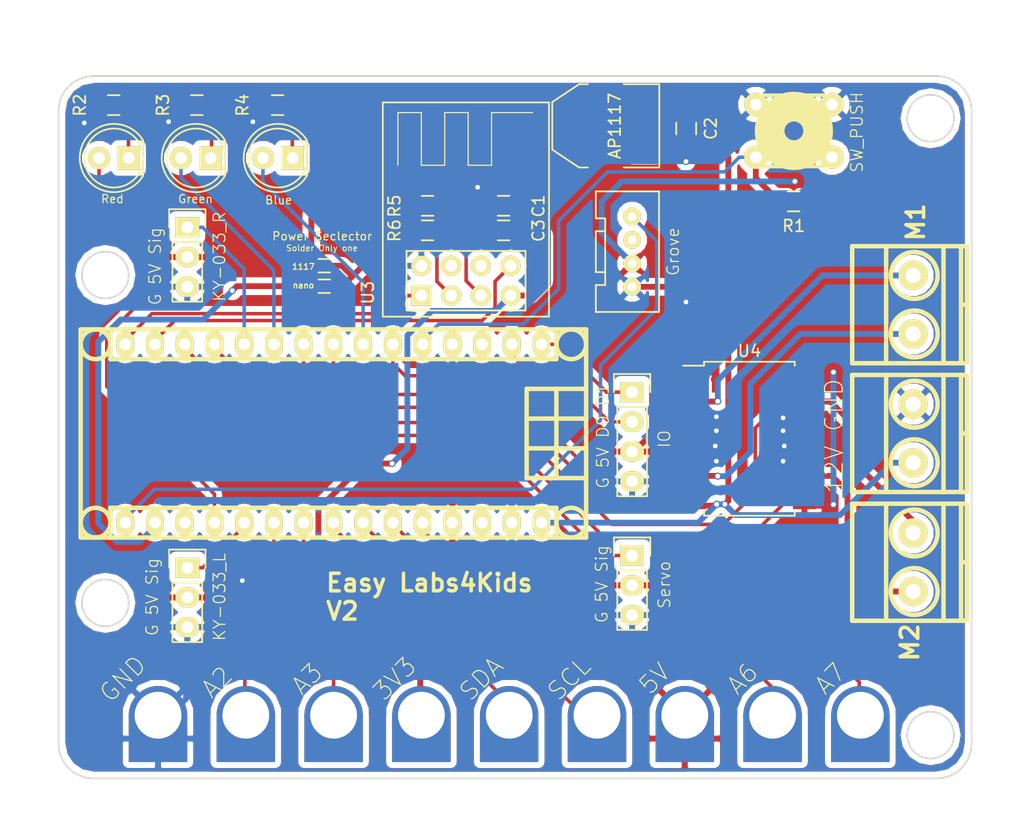
<source format=kicad_pcb>
(kicad_pcb (version 4) (host pcbnew 4.0.7)

  (general
    (links 101)
    (no_connects 0)
    (area 102.6 53.9 190.100001 123.900001)
    (thickness 1.6)
    (drawings 31)
    (tracks 356)
    (zones 0)
    (modules 36)
    (nets 38)
  )

  (page A4)
  (title_block
    (title "Easy Labs for Kids")
    (date 2017-09-18)
    (rev 1)
  )

  (layers
    (0 F.Cu signal)
    (31 B.Cu signal)
    (32 B.Adhes user)
    (33 F.Adhes user)
    (34 B.Paste user)
    (35 F.Paste user)
    (36 B.SilkS user)
    (37 F.SilkS user hide)
    (38 B.Mask user)
    (39 F.Mask user)
    (40 Dwgs.User user)
    (41 Cmts.User user)
    (42 Eco1.User user)
    (43 Eco2.User user)
    (44 Edge.Cuts user)
    (45 Margin user)
    (46 B.CrtYd user)
    (47 F.CrtYd user)
    (48 B.Fab user)
    (49 F.Fab user)
  )

  (setup
    (last_trace_width 0.25)
    (user_trace_width 0.3)
    (user_trace_width 0.4)
    (user_trace_width 0.5)
    (trace_clearance 0.2)
    (zone_clearance 0.508)
    (zone_45_only yes)
    (trace_min 0.2)
    (segment_width 0.1)
    (edge_width 0.15)
    (via_size 0.6)
    (via_drill 0.4)
    (via_min_size 0.4)
    (via_min_drill 0.3)
    (uvia_size 0.3)
    (uvia_drill 0.1)
    (uvias_allowed no)
    (uvia_min_size 0.2)
    (uvia_min_drill 0.1)
    (pcb_text_width 0.3)
    (pcb_text_size 1.5 1.5)
    (mod_edge_width 0.15)
    (mod_text_size 1 1)
    (mod_text_width 0.15)
    (pad_size 0.5 0.9)
    (pad_drill 0)
    (pad_to_mask_clearance 0.2)
    (aux_axis_origin 0 0)
    (visible_elements 7FFCEF7F)
    (pcbplotparams
      (layerselection 0x010fc_80000001)
      (usegerberextensions true)
      (excludeedgelayer true)
      (linewidth 0.100000)
      (plotframeref false)
      (viasonmask false)
      (mode 1)
      (useauxorigin false)
      (hpglpennumber 1)
      (hpglpenspeed 20)
      (hpglpendiameter 15)
      (hpglpenoverlay 2)
      (psnegative false)
      (psa4output false)
      (plotreference true)
      (plotvalue true)
      (plotinvisibletext false)
      (padsonsilk false)
      (subtractmaskfromsilk false)
      (outputformat 1)
      (mirror false)
      (drillshape 0)
      (scaleselection 1)
      (outputdirectory Gerbers/))
  )

  (net 0 "")
  (net 1 /Red)
  (net 2 /Green)
  (net 3 /Blue)
  (net 4 /D1)
  (net 5 /D0)
  (net 6 GND)
  (net 7 /SW)
  (net 8 /1A)
  (net 9 /LF_L)
  (net 10 /2A)
  (net 11 /3A)
  (net 12 /LF_R)
  (net 13 /4A)
  (net 14 /Servo)
  (net 15 /TX)
  (net 16 /RX)
  (net 17 /GroveIO)
  (net 18 /3V3)
  (net 19 /A3)
  (net 20 /SDA)
  (net 21 /SCL)
  (net 22 /A6)
  (net 23 /A7)
  (net 24 /5V)
  (net 25 /12V)
  (net 26 /1Y)
  (net 27 /2Y)
  (net 28 /3Y)
  (net 29 /4Y)
  (net 30 "Net-(R5-Pad2)")
  (net 31 "Net-(R6-Pad2)")
  (net 32 /3V3_ard)
  (net 33 /3V3_Reg)
  (net 34 "Net-(D1-Pad1)")
  (net 35 "Net-(D2-Pad1)")
  (net 36 "Net-(D3-Pad1)")
  (net 37 /A2)

  (net_class Default "This is the default net class."
    (clearance 0.2)
    (trace_width 0.25)
    (via_dia 0.6)
    (via_drill 0.4)
    (uvia_dia 0.3)
    (uvia_drill 0.1)
    (add_net /1A)
    (add_net /2A)
    (add_net /3A)
    (add_net /3V3)
    (add_net /3V3_Reg)
    (add_net /3V3_ard)
    (add_net /4A)
    (add_net /5V)
    (add_net /A2)
    (add_net /A3)
    (add_net /A6)
    (add_net /A7)
    (add_net /Blue)
    (add_net /D0)
    (add_net /D1)
    (add_net /Green)
    (add_net /GroveIO)
    (add_net /LF_L)
    (add_net /LF_R)
    (add_net /RX)
    (add_net /Red)
    (add_net /SCL)
    (add_net /SDA)
    (add_net /SW)
    (add_net /Servo)
    (add_net /TX)
    (add_net "Net-(D1-Pad1)")
    (add_net "Net-(D2-Pad1)")
    (add_net "Net-(D3-Pad1)")
    (add_net "Net-(R5-Pad2)")
    (add_net "Net-(R6-Pad2)")
  )

  (net_class 12v ""
    (clearance 0.2)
    (trace_width 0.25)
    (via_dia 0.6)
    (via_drill 0.4)
    (uvia_dia 0.3)
    (uvia_drill 0.1)
    (add_net /12V)
    (add_net GND)
  )

  (net_class Motor ""
    (clearance 0.2)
    (trace_width 0.3)
    (via_dia 0.6)
    (via_drill 0.4)
    (uvia_dia 0.3)
    (uvia_drill 0.1)
    (add_net /1Y)
    (add_net /2Y)
    (add_net /3Y)
    (add_net /4Y)
  )

  (module EasyLabs4Kids:mkds_1,5-2 (layer F.Cu) (tedit 59BC8E03) (tstamp 59BC8329)
    (at 180.6 79.9305 90)
    (descr "2-way 5mm pitch terminal block, Phoenix MKDS series")
    (path /58733B46)
    (fp_text reference P11 (at 0 -6.6 90) (layer F.SilkS) hide
      (effects (font (size 1.5 1.5) (thickness 0.3)))
    )
    (fp_text value M1 (at 7.0505 0.22 90) (layer F.SilkS)
      (effects (font (size 1.5 1.5) (thickness 0.3)))
    )
    (fp_line (start 0 4.1) (end 0 4.6) (layer F.SilkS) (width 0.381))
    (fp_circle (center 2.5 0.1) (end 0.5 0.1) (layer F.SilkS) (width 0.381))
    (fp_circle (center -2.5 0.1) (end -0.5 0.1) (layer F.SilkS) (width 0.381))
    (fp_line (start -5 2.6) (end 5 2.6) (layer F.SilkS) (width 0.381))
    (fp_line (start -5 -2.3) (end 5 -2.3) (layer F.SilkS) (width 0.381))
    (fp_line (start -5 4.1) (end 5 4.1) (layer F.SilkS) (width 0.381))
    (fp_line (start -5 4.6) (end 5 4.6) (layer F.SilkS) (width 0.381))
    (fp_line (start 5 4.6) (end 5 -5.2) (layer F.SilkS) (width 0.381))
    (fp_line (start 5 -5.2) (end -5 -5.2) (layer F.SilkS) (width 0.381))
    (fp_line (start -5 -5.2) (end -5 4.6) (layer F.SilkS) (width 0.381))
    (pad 1 thru_hole circle (at -2.5 0 90) (size 2.5 2.5) (drill 1.3) (layers *.Cu *.Mask F.SilkS)
      (net 27 /2Y))
    (pad 2 thru_hole circle (at 2.5 0 90) (size 2.5 2.5) (drill 1.3) (layers *.Cu *.Mask F.SilkS)
      (net 26 /1Y))
    (model walter/conn_mkds/mkds_1,5-2.wrl
      (at (xyz 0 0 0))
      (scale (xyz 1 1 1))
      (rotate (xyz 0 0 0))
    )
  )

  (module EasyLabs4Kids:C_0805_HandSoldering (layer F.Cu) (tedit 59BD1EF3) (tstamp 59BC82AC)
    (at 145.62 71.48 180)
    (descr "Capacitor SMD 0805, hand soldering")
    (tags "capacitor 0805")
    (path /5874A849)
    (attr smd)
    (fp_text reference C1 (at -2.98 -0.02 270) (layer F.SilkS)
      (effects (font (size 1 1) (thickness 0.15)))
    )
    (fp_text value 100uF (at 0 2.1 180) (layer F.Fab) hide
      (effects (font (size 1 1) (thickness 0.15)))
    )
    (fp_line (start -2.3 -1) (end 2.3 -1) (layer F.CrtYd) (width 0.05))
    (fp_line (start -2.3 1) (end 2.3 1) (layer F.CrtYd) (width 0.05))
    (fp_line (start -2.3 -1) (end -2.3 1) (layer F.CrtYd) (width 0.05))
    (fp_line (start 2.3 -1) (end 2.3 1) (layer F.CrtYd) (width 0.05))
    (fp_line (start 0.5 -0.85) (end -0.5 -0.85) (layer F.SilkS) (width 0.15))
    (fp_line (start -0.5 0.85) (end 0.5 0.85) (layer F.SilkS) (width 0.15))
    (pad 1 smd rect (at -1.25 0 180) (size 1.5 1.25) (layers F.Cu F.Paste F.Mask)
      (net 18 /3V3))
    (pad 2 smd rect (at 1.25 0 180) (size 1.5 1.25) (layers F.Cu F.Paste F.Mask)
      (net 6 GND))
    (model Capacitors_SMD.3dshapes/C_0805_HandSoldering.wrl
      (at (xyz 0 0 0))
      (scale (xyz 1 1 1))
      (rotate (xyz 0 0 0))
    )
  )

  (module EasyLabs4Kids:C_0805_HandSoldering (layer F.Cu) (tedit 59BE05A8) (tstamp 59BC82B1)
    (at 161.22 64.88 270)
    (descr "Capacitor SMD 0805, hand soldering")
    (tags "capacitor 0805")
    (path /5874EBF0)
    (attr smd)
    (fp_text reference C2 (at 0 -2.1 270) (layer F.SilkS)
      (effects (font (size 1 1) (thickness 0.15)))
    )
    (fp_text value 10uF/16V (at 0 2.1 270) (layer F.Fab) hide
      (effects (font (size 1 1) (thickness 0.15)))
    )
    (fp_line (start -2.3 -1) (end 2.3 -1) (layer F.CrtYd) (width 0.05))
    (fp_line (start -2.3 1) (end 2.3 1) (layer F.CrtYd) (width 0.05))
    (fp_line (start -2.3 -1) (end -2.3 1) (layer F.CrtYd) (width 0.05))
    (fp_line (start 2.3 -1) (end 2.3 1) (layer F.CrtYd) (width 0.05))
    (fp_line (start 0.5 -0.85) (end -0.5 -0.85) (layer F.SilkS) (width 0.15))
    (fp_line (start -0.5 0.85) (end 0.5 0.85) (layer F.SilkS) (width 0.15))
    (pad 1 smd rect (at -1.25 0 270) (size 1.5 1.25) (layers F.Cu F.Paste F.Mask)
      (net 25 /12V))
    (pad 2 smd rect (at 1.25 0 270) (size 1.5 1.25) (layers F.Cu F.Paste F.Mask)
      (net 6 GND))
    (model Capacitors_SMD.3dshapes/C_0805_HandSoldering.wrl
      (at (xyz 0 0 0))
      (scale (xyz 1 1 1))
      (rotate (xyz 0 0 0))
    )
  )

  (module EasyLabs4Kids:C_0805_HandSoldering (layer F.Cu) (tedit 59BD1EF7) (tstamp 59BC82B6)
    (at 145.62 73.58 180)
    (descr "Capacitor SMD 0805, hand soldering")
    (tags "capacitor 0805")
    (path /59BCA0E0)
    (attr smd)
    (fp_text reference C3 (at -2.98 -0.02 270) (layer F.SilkS)
      (effects (font (size 1 1) (thickness 0.15)))
    )
    (fp_text value 10uF (at 0 2.1 180) (layer F.Fab) hide
      (effects (font (size 1 1) (thickness 0.15)))
    )
    (fp_line (start -2.3 -1) (end 2.3 -1) (layer F.CrtYd) (width 0.05))
    (fp_line (start -2.3 1) (end 2.3 1) (layer F.CrtYd) (width 0.05))
    (fp_line (start -2.3 -1) (end -2.3 1) (layer F.CrtYd) (width 0.05))
    (fp_line (start 2.3 -1) (end 2.3 1) (layer F.CrtYd) (width 0.05))
    (fp_line (start 0.5 -0.85) (end -0.5 -0.85) (layer F.SilkS) (width 0.15))
    (fp_line (start -0.5 0.85) (end 0.5 0.85) (layer F.SilkS) (width 0.15))
    (pad 1 smd rect (at -1.25 0 180) (size 1.5 1.25) (layers F.Cu F.Paste F.Mask)
      (net 18 /3V3))
    (pad 2 smd rect (at 1.25 0 180) (size 1.5 1.25) (layers F.Cu F.Paste F.Mask)
      (net 6 GND))
    (model Capacitors_SMD.3dshapes/C_0805_HandSoldering.wrl
      (at (xyz 0 0 0))
      (scale (xyz 1 1 1))
      (rotate (xyz 0 0 0))
    )
  )

  (module EasyLabs4Kids:LED-5MM (layer F.Cu) (tedit 59BE04B7) (tstamp 59BC82BB)
    (at 113.6 67.4 180)
    (descr "LED 5mm round vertical")
    (tags "LED 5mm round vertical")
    (path /587332C7)
    (fp_text reference D1 (at 1.524 4.064 180) (layer F.SilkS) hide
      (effects (font (size 1 1) (thickness 0.15)))
    )
    (fp_text value Red (at 1.4 -3.5 180) (layer F.SilkS)
      (effects (font (size 0.7 0.7) (thickness 0.1)))
    )
    (fp_line (start -1.5 -1.55) (end -1.5 1.55) (layer F.CrtYd) (width 0.05))
    (fp_arc (start 1.3 0) (end -1.5 1.55) (angle -302) (layer F.CrtYd) (width 0.05))
    (fp_arc (start 1.27 0) (end -1.23 -1.5) (angle 297.5) (layer F.SilkS) (width 0.15))
    (fp_line (start -1.23 1.5) (end -1.23 -1.5) (layer F.SilkS) (width 0.15))
    (fp_circle (center 1.27 0) (end 0.97 -2.5) (layer F.SilkS) (width 0.15))
    (fp_text user K (at -1.905 1.905 180) (layer F.SilkS) hide
      (effects (font (size 1 1) (thickness 0.15)))
    )
    (pad 1 thru_hole rect (at 0 0 270) (size 2 1.9) (drill 1.00076) (layers *.Cu *.Mask F.SilkS)
      (net 34 "Net-(D1-Pad1)"))
    (pad 2 thru_hole circle (at 2.54 0 180) (size 1.9 1.9) (drill 1.00076) (layers *.Cu *.Mask F.SilkS)
      (net 1 /Red))
    (model LEDs.3dshapes/LED-5MM.wrl
      (at (xyz 0.05 0 0))
      (scale (xyz 1 1 1))
      (rotate (xyz 0 0 90))
    )
  )

  (module EasyLabs4Kids:LED-5MM (layer F.Cu) (tedit 59BE04C7) (tstamp 59BC82C0)
    (at 120.6 67.4 180)
    (descr "LED 5mm round vertical")
    (tags "LED 5mm round vertical")
    (path /58733389)
    (fp_text reference D2 (at 1.524 4.064 180) (layer F.SilkS) hide
      (effects (font (size 1 1) (thickness 0.15)))
    )
    (fp_text value Green (at 1.3 -3.5 180) (layer F.SilkS)
      (effects (font (size 0.7 0.7) (thickness 0.1)))
    )
    (fp_line (start -1.5 -1.55) (end -1.5 1.55) (layer F.CrtYd) (width 0.05))
    (fp_arc (start 1.3 0) (end -1.5 1.55) (angle -302) (layer F.CrtYd) (width 0.05))
    (fp_arc (start 1.27 0) (end -1.23 -1.5) (angle 297.5) (layer F.SilkS) (width 0.15))
    (fp_line (start -1.23 1.5) (end -1.23 -1.5) (layer F.SilkS) (width 0.15))
    (fp_circle (center 1.27 0) (end 0.97 -2.5) (layer F.SilkS) (width 0.15))
    (fp_text user K (at -1.905 1.905 180) (layer F.SilkS) hide
      (effects (font (size 1 1) (thickness 0.15)))
    )
    (pad 1 thru_hole rect (at 0 0 270) (size 2 1.9) (drill 1.00076) (layers *.Cu *.Mask F.SilkS)
      (net 35 "Net-(D2-Pad1)"))
    (pad 2 thru_hole circle (at 2.54 0 180) (size 1.9 1.9) (drill 1.00076) (layers *.Cu *.Mask F.SilkS)
      (net 2 /Green))
    (model LEDs.3dshapes/LED-5MM.wrl
      (at (xyz 0.05 0 0))
      (scale (xyz 1 1 1))
      (rotate (xyz 0 0 90))
    )
  )

  (module EasyLabs4Kids:LED-5MM (layer F.Cu) (tedit 59BE04C4) (tstamp 59BC82C5)
    (at 127.6 67.4 180)
    (descr "LED 5mm round vertical")
    (tags "LED 5mm round vertical")
    (path /587333B0)
    (fp_text reference D3 (at 1.524 4.064 180) (layer F.SilkS) hide
      (effects (font (size 1 1) (thickness 0.15)))
    )
    (fp_text value Blue (at 1.2 -3.6 180) (layer F.SilkS)
      (effects (font (size 0.7 0.7) (thickness 0.1)))
    )
    (fp_line (start -1.5 -1.55) (end -1.5 1.55) (layer F.CrtYd) (width 0.05))
    (fp_arc (start 1.3 0) (end -1.5 1.55) (angle -302) (layer F.CrtYd) (width 0.05))
    (fp_arc (start 1.27 0) (end -1.23 -1.5) (angle 297.5) (layer F.SilkS) (width 0.15))
    (fp_line (start -1.23 1.5) (end -1.23 -1.5) (layer F.SilkS) (width 0.15))
    (fp_circle (center 1.27 0) (end 0.97 -2.5) (layer F.SilkS) (width 0.15))
    (fp_text user K (at -1.905 1.905 180) (layer F.SilkS) hide
      (effects (font (size 1 1) (thickness 0.15)))
    )
    (pad 1 thru_hole rect (at 0 0 270) (size 2 1.9) (drill 1.00076) (layers *.Cu *.Mask F.SilkS)
      (net 36 "Net-(D3-Pad1)"))
    (pad 2 thru_hole circle (at 2.54 0 180) (size 1.9 1.9) (drill 1.00076) (layers *.Cu *.Mask F.SilkS)
      (net 3 /Blue))
    (model LEDs.3dshapes/LED-5MM.wrl
      (at (xyz 0.05 0 0))
      (scale (xyz 1 1 1))
      (rotate (xyz 0 0 90))
    )
  )

  (module EasyLabs4Kids:arduino_nano_header (layer F.Cu) (tedit 58747613) (tstamp 59BC82CA)
    (at 131.0805 90.9305 180)
    (descr "Arduino Nano Header")
    (tags Arduino)
    (path /58732CF5)
    (fp_text reference J1 (at 0 1.27 180) (layer F.SilkS) hide
      (effects (font (size 1.016 1.016) (thickness 0.2032)))
    )
    (fp_text value Arduino_Nano_Header (at 0 -1.27 180) (layer F.SilkS) hide
      (effects (font (size 1.016 0.889) (thickness 0.2032)))
    )
    (fp_line (start -16.51 -1.27) (end -21.59 -1.27) (layer F.SilkS) (width 0.381))
    (fp_line (start -16.51 1.27) (end -21.59 1.27) (layer F.SilkS) (width 0.381))
    (fp_line (start -19.05 -3.81) (end -19.05 3.81) (layer F.SilkS) (width 0.381))
    (fp_line (start -21.59 -3.81) (end -16.51 -3.81) (layer F.SilkS) (width 0.381))
    (fp_line (start -16.51 -3.81) (end -16.51 3.81) (layer F.SilkS) (width 0.381))
    (fp_line (start -16.51 3.81) (end -21.59 3.81) (layer F.SilkS) (width 0.381))
    (fp_line (start 21.59 -8.89) (end -21.59 -8.89) (layer F.SilkS) (width 0.381))
    (fp_line (start -21.59 8.89) (end 21.59 8.89) (layer F.SilkS) (width 0.381))
    (fp_line (start -21.59 8.89) (end -21.59 -8.89) (layer F.SilkS) (width 0.381))
    (fp_line (start 21.59 8.89) (end 21.59 -8.89) (layer F.SilkS) (width 0.381))
    (fp_circle (center -20.32 -7.62) (end -21.59 -7.62) (layer F.SilkS) (width 0.381))
    (fp_circle (center -20.32 7.62) (end -21.59 7.62) (layer F.SilkS) (width 0.381))
    (fp_circle (center 20.32 -7.62) (end 21.59 -7.62) (layer F.SilkS) (width 0.381))
    (fp_circle (center 20.32 7.62) (end 21.59 7.62) (layer F.SilkS) (width 0.381))
    (fp_line (start 19.05 -6.35) (end -19.05 -6.35) (layer F.SilkS) (width 0.381))
    (fp_line (start -19.05 6.35) (end 19.05 6.35) (layer F.SilkS) (width 0.381))
    (fp_line (start 19.05 8.89) (end 19.05 6.35) (layer F.SilkS) (width 0.381))
    (fp_line (start 19.05 -6.35) (end 19.05 -8.89) (layer F.SilkS) (width 0.381))
    (fp_line (start -19.05 -8.89) (end -19.05 -6.35) (layer F.SilkS) (width 0.381))
    (fp_line (start -19.05 8.89) (end -19.05 6.35) (layer F.SilkS) (width 0.381))
    (pad 1 thru_hole oval (at -17.78 7.62 180) (size 1.524 2.19964) (drill 1.00076) (layers *.Cu *.Mask F.SilkS)
      (net 4 /D1))
    (pad 2 thru_hole oval (at -15.24 7.62 180) (size 1.524 2.19964) (drill 1.00076) (layers *.Cu *.Mask F.SilkS)
      (net 5 /D0))
    (pad 3 thru_hole oval (at -12.7 7.62 180) (size 1.524 2.19964) (drill 1.00076) (layers *.Cu *.Mask F.SilkS))
    (pad 4 thru_hole oval (at -10.16 7.62 180) (size 1.524 2.19964) (drill 1.00076) (layers *.Cu *.Mask F.SilkS)
      (net 6 GND))
    (pad 5 thru_hole oval (at -7.62 7.62 180) (size 1.524 2.19964) (drill 1.00076) (layers *.Cu *.Mask F.SilkS)
      (net 7 /SW))
    (pad 6 thru_hole oval (at -5.08 7.62 180) (size 1.524 2.19964) (drill 1.00076) (layers *.Cu *.Mask F.SilkS)
      (net 8 /1A))
    (pad 7 thru_hole oval (at -2.54 7.62 180) (size 1.524 2.19964) (drill 1.00076) (layers *.Cu *.Mask F.SilkS)
      (net 3 /Blue))
    (pad 8 thru_hole oval (at 0 7.62 180) (size 1.524 2.19964) (drill 1.00076) (layers *.Cu *.Mask F.SilkS)
      (net 10 /2A))
    (pad 9 thru_hole oval (at 2.54 7.62 180) (size 1.524 2.19964) (drill 1.00076) (layers *.Cu *.Mask F.SilkS)
      (net 13 /4A))
    (pad 10 thru_hole oval (at 5.08 7.62 180) (size 1.524 2.19964) (drill 1.00076) (layers *.Cu *.Mask F.SilkS)
      (net 2 /Green))
    (pad 11 thru_hole oval (at 7.62 7.62 180) (size 1.524 2.19964) (drill 1.00076) (layers *.Cu *.Mask F.SilkS)
      (net 12 /LF_R))
    (pad 12 thru_hole oval (at 10.16 7.62 180) (size 1.524 2.19964) (drill 1.00076) (layers *.Cu *.Mask F.SilkS)
      (net 11 /3A))
    (pad 13 thru_hole oval (at 12.7 7.62 180) (size 1.524 2.19964) (drill 1.00076) (layers *.Cu *.Mask F.SilkS)
      (net 14 /Servo))
    (pad 14 thru_hole oval (at 15.24 7.62 180) (size 1.524 2.19964) (drill 1.00076) (layers *.Cu *.Mask F.SilkS)
      (net 15 /TX))
    (pad 15 thru_hole oval (at 17.78 7.62 180) (size 1.524 2.19964) (drill 1.00076) (layers *.Cu *.Mask F.SilkS)
      (net 16 /RX))
    (pad 16 thru_hole oval (at 17.78 -7.62 180) (size 1.524 2.19964) (drill 1.00076) (layers *.Cu *.Mask F.SilkS)
      (net 17 /GroveIO))
    (pad 17 thru_hole oval (at 15.24 -7.62 180) (size 1.524 2.19964) (drill 1.00076) (layers *.Cu *.Mask F.SilkS)
      (net 32 /3V3_ard))
    (pad 18 thru_hole oval (at 12.7 -7.62 180) (size 1.524 2.19964) (drill 1.00076) (layers *.Cu *.Mask F.SilkS))
    (pad 19 thru_hole oval (at 10.16 -7.62 180) (size 1.524 2.19964) (drill 1.00076) (layers *.Cu *.Mask F.SilkS)
      (net 1 /Red))
    (pad 20 thru_hole oval (at 7.62 -7.62 180) (size 1.524 2.1971) (drill 1.00076) (layers *.Cu *.Mask F.SilkS)
      (net 9 /LF_L))
    (pad 21 thru_hole oval (at 5.08 -7.62 180) (size 1.524 2.1971) (drill 1.00076) (layers *.Cu *.Mask F.SilkS)
      (net 37 /A2))
    (pad 22 thru_hole oval (at 2.54 -7.62 180) (size 1.524 2.1971) (drill 1.00076) (layers *.Cu *.Mask F.SilkS)
      (net 19 /A3))
    (pad 23 thru_hole oval (at 0 -7.62 180) (size 1.524 2.1971) (drill 1.00076) (layers *.Cu *.Mask F.SilkS)
      (net 20 /SDA))
    (pad 24 thru_hole oval (at -2.54 -7.62 180) (size 1.524 2.1971) (drill 0.99822) (layers *.Cu *.Mask F.SilkS)
      (net 21 /SCL))
    (pad 25 thru_hole oval (at -5.08 -7.62 180) (size 1.524 2.1971) (drill 0.99822) (layers *.Cu *.Mask F.SilkS)
      (net 22 /A6))
    (pad 26 thru_hole oval (at -7.62 -7.62 180) (size 1.524 2.1971) (drill 0.99822) (layers *.Cu *.Mask F.SilkS)
      (net 23 /A7))
    (pad 27 thru_hole oval (at -10.16 -7.62 180) (size 1.524 2.1971) (drill 0.99822) (layers *.Cu *.Mask F.SilkS)
      (net 24 /5V))
    (pad 28 thru_hole oval (at -12.7 -7.62 180) (size 1.524 2.1971) (drill 0.99822) (layers *.Cu *.Mask F.SilkS))
    (pad 29 thru_hole oval (at -15.24 -7.62 180) (size 1.524 2.1971) (drill 0.99822) (layers *.Cu *.Mask F.SilkS)
      (net 6 GND))
    (pad 30 thru_hole oval (at -17.78 -7.62 180) (size 1.524 2.1971) (drill 0.99822) (layers *.Cu *.Mask F.SilkS)
      (net 25 /12V))
    (model walter/conn_misc/arduino_nano_header.wrl
      (at (xyz 0 0 0))
      (scale (xyz 1 1 1))
      (rotate (xyz 0 0 0))
    )
    (model ${KIPRJMOD}/3dShapes/nano.wrl
      (at (xyz 0.85 0.35 0.45))
      (scale (xyz 0.395 0.395 0.395))
      (rotate (xyz -90 0 180))
    )
  )

  (module EasyLabs4Kids:Pin_Header_Straight_1x03 (layer F.Cu) (tedit 58748465) (tstamp 59BC8315)
    (at 156.6 101.36)
    (descr "Through hole pin header")
    (tags "pin header")
    (path /58733A2B)
    (fp_text reference P8 (at -3 0) (layer F.SilkS) hide
      (effects (font (size 1 1) (thickness 0.15)))
    )
    (fp_text value Servo (at 2.75 2.5 90) (layer F.SilkS)
      (effects (font (size 1 1) (thickness 0.1)))
    )
    (fp_line (start -1.75 -1.75) (end -1.75 6.85) (layer F.CrtYd) (width 0.05))
    (fp_line (start 1.75 -1.75) (end 1.75 6.85) (layer F.CrtYd) (width 0.05))
    (fp_line (start -1.75 -1.75) (end 1.75 -1.75) (layer F.CrtYd) (width 0.05))
    (fp_line (start -1.75 6.85) (end 1.75 6.85) (layer F.CrtYd) (width 0.05))
    (fp_line (start -1.27 1.27) (end -1.27 6.35) (layer F.SilkS) (width 0.15))
    (fp_line (start -1.27 6.35) (end 1.27 6.35) (layer F.SilkS) (width 0.15))
    (fp_line (start 1.27 6.35) (end 1.27 1.27) (layer F.SilkS) (width 0.15))
    (fp_line (start 1.55 -1.55) (end 1.55 0) (layer F.SilkS) (width 0.15))
    (fp_line (start 1.27 1.27) (end -1.27 1.27) (layer F.SilkS) (width 0.15))
    (fp_line (start -1.55 0) (end -1.55 -1.55) (layer F.SilkS) (width 0.15))
    (fp_line (start -1.55 -1.55) (end 1.55 -1.55) (layer F.SilkS) (width 0.15))
    (pad 1 thru_hole rect (at 0 0) (size 2.032 1.7272) (drill 1.016) (layers *.Cu *.Mask F.SilkS)
      (net 14 /Servo))
    (pad 2 thru_hole oval (at 0 2.54) (size 2.032 1.7272) (drill 1.016) (layers *.Cu *.Mask F.SilkS)
      (net 24 /5V))
    (pad 3 thru_hole oval (at 0 5.08) (size 2.032 1.7272) (drill 1.016) (layers *.Cu *.Mask F.SilkS)
      (net 6 GND))
    (model Pin_Headers.3dshapes/Pin_Header_Straight_1x03.wrl
      (at (xyz 0 -0.1 0))
      (scale (xyz 1 1 1))
      (rotate (xyz 0 0 90))
    )
  )

  (module EasyLabs4Kids:Pin_Header_Straight_1x04 (layer F.Cu) (tedit 58748475) (tstamp 59BC831B)
    (at 156.6 87.4)
    (descr "Through hole pin header")
    (tags "pin header")
    (path /5873424E)
    (fp_text reference P9 (at 0 -5.1) (layer F.SilkS) hide
      (effects (font (size 1 1) (thickness 0.15)))
    )
    (fp_text value IO (at 2.75 4 90) (layer F.SilkS)
      (effects (font (size 1 1) (thickness 0.1)))
    )
    (fp_line (start -1.75 -1.75) (end -1.75 9.4) (layer F.CrtYd) (width 0.05))
    (fp_line (start 1.75 -1.75) (end 1.75 9.4) (layer F.CrtYd) (width 0.05))
    (fp_line (start -1.75 -1.75) (end 1.75 -1.75) (layer F.CrtYd) (width 0.05))
    (fp_line (start -1.75 9.4) (end 1.75 9.4) (layer F.CrtYd) (width 0.05))
    (fp_line (start -1.27 1.27) (end -1.27 8.89) (layer F.SilkS) (width 0.15))
    (fp_line (start 1.27 1.27) (end 1.27 8.89) (layer F.SilkS) (width 0.15))
    (fp_line (start 1.55 -1.55) (end 1.55 0) (layer F.SilkS) (width 0.15))
    (fp_line (start -1.27 8.89) (end 1.27 8.89) (layer F.SilkS) (width 0.15))
    (fp_line (start 1.27 1.27) (end -1.27 1.27) (layer F.SilkS) (width 0.15))
    (fp_line (start -1.55 0) (end -1.55 -1.55) (layer F.SilkS) (width 0.15))
    (fp_line (start -1.55 -1.55) (end 1.55 -1.55) (layer F.SilkS) (width 0.15))
    (pad 1 thru_hole rect (at 0 0) (size 2.032 1.7272) (drill 1.016) (layers *.Cu *.Mask F.SilkS)
      (net 4 /D1))
    (pad 2 thru_hole oval (at 0 2.54) (size 2.032 1.7272) (drill 1.016) (layers *.Cu *.Mask F.SilkS)
      (net 5 /D0))
    (pad 3 thru_hole oval (at 0 5.08) (size 2.032 1.7272) (drill 1.016) (layers *.Cu *.Mask F.SilkS)
      (net 24 /5V))
    (pad 4 thru_hole oval (at 0 7.62) (size 2.032 1.7272) (drill 1.016) (layers *.Cu *.Mask F.SilkS)
      (net 6 GND))
    (model Pin_Headers.3dshapes/Pin_Header_Straight_1x04.wrl
      (at (xyz 0 -0.15 0))
      (scale (xyz 1 1 1))
      (rotate (xyz 0 0 90))
    )
  )

  (module EasyLabs4Kids:grove_1x04 (layer F.Cu) (tedit 5874847A) (tstamp 59BC8322)
    (at 156.6 72.4)
    (descr http://electronics.stackexchange.com/questions/247361/grove-connector-smd-footprint-dimensions)
    (tags Grove-1x04)
    (path /5874E60E)
    (fp_text reference P10 (at -1 -3) (layer F.SilkS) hide
      (effects (font (size 1 1) (thickness 0.15)))
    )
    (fp_text value Grove (at 3.5 3 90) (layer F.SilkS)
      (effects (font (size 1 1) (thickness 0.1)))
    )
    (fp_line (start 2.3 1.2) (end 2.3 0) (layer F.SilkS) (width 0.15))
    (fp_line (start -2.3 1.1) (end -2.3 0.2) (layer F.SilkS) (width 0.15))
    (fp_line (start 2.55 -2.4) (end -3.35 -2.4) (layer B.CrtYd) (width 0.05))
    (fp_line (start -3.35 -2.4) (end -3.35 8.4) (layer B.CrtYd) (width 0.05))
    (fp_line (start -3.35 8.4) (end 2.55 8.4) (layer B.CrtYd) (width 0.05))
    (fp_line (start 2.55 8.4) (end 2.55 -2.4) (layer B.CrtYd) (width 0.05))
    (fp_line (start -3.05 -2.4) (end -3.35 -2.4) (layer F.CrtYd) (width 0.05))
    (fp_line (start -3.35 -2.4) (end -3.35 8.4) (layer F.CrtYd) (width 0.05))
    (fp_line (start -3.35 8.4) (end 2.55 8.4) (layer F.CrtYd) (width 0.05))
    (fp_line (start 2.55 8.4) (end 2.55 -2.4) (layer F.CrtYd) (width 0.05))
    (fp_line (start -3.05 -2.4) (end 2.55 -2.4) (layer F.CrtYd) (width 0.05))
    (fp_line (start -2.95 0.15) (end -2.3 0.15) (layer F.SilkS) (width 0.15))
    (fp_line (start -2.3 1.05) (end -2.3 5.85) (layer F.SilkS) (width 0.15))
    (fp_line (start -2.95 8.15) (end -3.1 8.15) (layer F.SilkS) (width 0.15))
    (fp_line (start -3.1 8.15) (end -3.1 8) (layer F.SilkS) (width 0.15))
    (fp_line (start -3.1 6) (end -3.1 5.85) (layer F.SilkS) (width 0.15))
    (fp_line (start 2 8.15) (end 2.15 8.15) (layer F.SilkS) (width 0.15))
    (fp_line (start 2.15 8.15) (end 2.3 8.15) (layer F.SilkS) (width 0.15))
    (fp_line (start 2.3 8.15) (end 2.3 3) (layer F.SilkS) (width 0.15))
    (fp_line (start 2.3 -2) (end 2.3 0.1) (layer F.SilkS) (width 0.15))
    (fp_line (start -2.95 0.15) (end -3.1 0.15) (layer F.SilkS) (width 0.15))
    (fp_line (start -3.1 0.15) (end -3.1 0) (layer F.SilkS) (width 0.15))
    (fp_line (start -3.1 -2) (end -3.1 -2.15) (layer F.SilkS) (width 0.15))
    (fp_line (start -3.1 -2.15) (end -2.95 -2.15) (layer F.SilkS) (width 0.15))
    (fp_line (start 2 -2.15) (end 2.3 -2.15) (layer F.SilkS) (width 0.15))
    (fp_line (start 2.3 -2.15) (end 2.3 -2.05) (layer F.SilkS) (width 0.15))
    (fp_line (start 2.3 -2.05) (end 2.3 -2) (layer F.SilkS) (width 0.15))
    (fp_line (start -2.3 1.25) (end -3.1 1.25) (layer F.SilkS) (width 0.15))
    (fp_line (start -3.1 1.25) (end -3.1 4.75) (layer F.SilkS) (width 0.15))
    (fp_line (start -3.1 4.75) (end -2.3 4.75) (layer F.SilkS) (width 0.15))
    (fp_line (start 2.3 1.05) (end 2.3 3) (layer F.SilkS) (width 0.15))
    (fp_line (start -2.95 -2.15) (end 2 -2.15) (layer F.SilkS) (width 0.15))
    (fp_line (start -2.95 8.15) (end 2 8.15) (layer F.SilkS) (width 0.15))
    (fp_line (start -3.1 5.85) (end -2.3 5.85) (layer F.SilkS) (width 0.15))
    (fp_line (start -3.1 -2) (end -3.1 0) (layer F.SilkS) (width 0.15))
    (fp_line (start -3.1 6) (end -3.1 8) (layer F.SilkS) (width 0.15))
    (fp_line (start -3.35 -2.4) (end 2.55 -2.4) (layer F.Fab) (width 0.1))
    (fp_line (start 2.55 -2.4) (end 2.55 8.4) (layer F.Fab) (width 0.1))
    (fp_line (start 2.55 8.4) (end -3.35 8.4) (layer F.Fab) (width 0.1))
    (fp_line (start -3.35 8.4) (end -3.35 -2.4) (layer F.Fab) (width 0.1))
    (fp_line (start 2.55 8.4) (end -3.35 8.4) (layer B.Fab) (width 0.1))
    (fp_line (start -3.35 8.4) (end -3.35 -2.4) (layer B.Fab) (width 0.1))
    (fp_line (start -3.35 -2.4) (end 2.55 -2.4) (layer B.Fab) (width 0.1))
    (fp_line (start 2.55 -2.4) (end 2.55 8.375) (layer B.Fab) (width 0.1))
    (pad 1 thru_hole circle (at 0 0) (size 1.524 1.524) (drill 0.762) (layers *.Cu *.Mask F.SilkS)
      (net 17 /GroveIO))
    (pad 2 thru_hole circle (at 0 2) (size 1.524 1.524) (drill 0.762) (layers *.Cu *.Mask F.SilkS))
    (pad 3 thru_hole circle (at 0 4) (size 1.524 1.524) (drill 0.762) (layers *.Cu *.Mask F.SilkS)
      (net 24 /5V))
    (pad 4 thru_hole circle (at 0 6) (size 1.524 1.524) (drill 0.762) (layers *.Cu *.Mask F.SilkS)
      (net 6 GND))
    (model walter/pin_strip/pin_socket_2mm_4.wrl
      (at (xyz 0 -0.12 0))
      (scale (xyz 1 1 1))
      (rotate (xyz 0 0 90))
    )
  )

  (module EasyLabs4Kids:mkds_1,5-2 (layer F.Cu) (tedit 59BC8DFF) (tstamp 59BC832E)
    (at 180.6 101.9305 90)
    (descr "2-way 5mm pitch terminal block, Phoenix MKDS series")
    (path /58733D06)
    (fp_text reference P12 (at 0 -6.6 90) (layer F.SilkS) hide
      (effects (font (size 1.5 1.5) (thickness 0.3)))
    )
    (fp_text value M2 (at -6.8495 -0.28 90) (layer F.SilkS)
      (effects (font (size 1.5 1.5) (thickness 0.3)))
    )
    (fp_line (start 0 4.1) (end 0 4.6) (layer F.SilkS) (width 0.381))
    (fp_circle (center 2.5 0.1) (end 0.5 0.1) (layer F.SilkS) (width 0.381))
    (fp_circle (center -2.5 0.1) (end -0.5 0.1) (layer F.SilkS) (width 0.381))
    (fp_line (start -5 2.6) (end 5 2.6) (layer F.SilkS) (width 0.381))
    (fp_line (start -5 -2.3) (end 5 -2.3) (layer F.SilkS) (width 0.381))
    (fp_line (start -5 4.1) (end 5 4.1) (layer F.SilkS) (width 0.381))
    (fp_line (start -5 4.6) (end 5 4.6) (layer F.SilkS) (width 0.381))
    (fp_line (start 5 4.6) (end 5 -5.2) (layer F.SilkS) (width 0.381))
    (fp_line (start 5 -5.2) (end -5 -5.2) (layer F.SilkS) (width 0.381))
    (fp_line (start -5 -5.2) (end -5 4.6) (layer F.SilkS) (width 0.381))
    (pad 1 thru_hole circle (at -2.5 0 90) (size 2.5 2.5) (drill 1.3) (layers *.Cu *.Mask F.SilkS)
      (net 28 /3Y))
    (pad 2 thru_hole circle (at 2.5 0 90) (size 2.5 2.5) (drill 1.3) (layers *.Cu *.Mask F.SilkS)
      (net 29 /4Y))
    (model walter/conn_mkds/mkds_1,5-2.wrl
      (at (xyz 0 0 0))
      (scale (xyz 1 1 1))
      (rotate (xyz 0 0 0))
    )
  )

  (module EasyLabs4Kids:mkds_1,5-2 (layer F.Cu) (tedit 59BC8E08) (tstamp 59BC8333)
    (at 180.6 90.9305 90)
    (descr "2-way 5mm pitch terminal block, Phoenix MKDS series")
    (path /59BD060B)
    (fp_text reference P13 (at 0 -6.6 90) (layer F.SilkS) hide
      (effects (font (size 1.5 1.5) (thickness 0.3)))
    )
    (fp_text value "PWR IN" (at 0 5.9 90) (layer F.SilkS) hide
      (effects (font (size 1.5 1.5) (thickness 0.3)))
    )
    (fp_line (start 0 4.1) (end 0 4.6) (layer F.SilkS) (width 0.381))
    (fp_circle (center 2.5 0.1) (end 0.5 0.1) (layer F.SilkS) (width 0.381))
    (fp_circle (center -2.5 0.1) (end -0.5 0.1) (layer F.SilkS) (width 0.381))
    (fp_line (start -5 2.6) (end 5 2.6) (layer F.SilkS) (width 0.381))
    (fp_line (start -5 -2.3) (end 5 -2.3) (layer F.SilkS) (width 0.381))
    (fp_line (start -5 4.1) (end 5 4.1) (layer F.SilkS) (width 0.381))
    (fp_line (start -5 4.6) (end 5 4.6) (layer F.SilkS) (width 0.381))
    (fp_line (start 5 4.6) (end 5 -5.2) (layer F.SilkS) (width 0.381))
    (fp_line (start 5 -5.2) (end -5 -5.2) (layer F.SilkS) (width 0.381))
    (fp_line (start -5 -5.2) (end -5 4.6) (layer F.SilkS) (width 0.381))
    (pad 1 thru_hole circle (at -2.5 0 90) (size 2.5 2.5) (drill 1.3) (layers *.Cu *.Mask F.SilkS)
      (net 25 /12V))
    (pad 2 thru_hole circle (at 2.5 0 90) (size 2.5 2.5) (drill 1.3) (layers *.Cu *.Mask F.SilkS)
      (net 6 GND))
    (model walter/conn_mkds/mkds_1,5-2.wrl
      (at (xyz 0 0 0))
      (scale (xyz 1 1 1))
      (rotate (xyz 0 0 0))
    )
  )

  (module EasyLabs4Kids:C_0805_HandSoldering (layer F.Cu) (tedit 59BE05A2) (tstamp 59BC834E)
    (at 170.4 71.1 180)
    (descr "Capacitor SMD 0805, hand soldering")
    (tags "capacitor 0805")
    (path /58748B95)
    (attr smd)
    (fp_text reference R1 (at 0 -2.1 180) (layer F.SilkS)
      (effects (font (size 1 1) (thickness 0.15)))
    )
    (fp_text value 10K (at 0 2.1 180) (layer F.Fab) hide
      (effects (font (size 1 1) (thickness 0.15)))
    )
    (fp_line (start -2.3 -1) (end 2.3 -1) (layer F.CrtYd) (width 0.05))
    (fp_line (start -2.3 1) (end 2.3 1) (layer F.CrtYd) (width 0.05))
    (fp_line (start -2.3 -1) (end -2.3 1) (layer F.CrtYd) (width 0.05))
    (fp_line (start 2.3 -1) (end 2.3 1) (layer F.CrtYd) (width 0.05))
    (fp_line (start 0.5 -0.85) (end -0.5 -0.85) (layer F.SilkS) (width 0.15))
    (fp_line (start -0.5 0.85) (end 0.5 0.85) (layer F.SilkS) (width 0.15))
    (pad 1 smd rect (at -1.25 0 180) (size 1.5 1.25) (layers F.Cu F.Paste F.Mask)
      (net 24 /5V))
    (pad 2 smd rect (at 1.25 0 180) (size 1.5 1.25) (layers F.Cu F.Paste F.Mask)
      (net 7 /SW))
    (model Capacitors_SMD.3dshapes/C_0805_HandSoldering.wrl
      (at (xyz 0 0 0))
      (scale (xyz 1 1 1))
      (rotate (xyz 0 0 0))
    )
  )

  (module EasyLabs4Kids:C_0805_HandSoldering (layer F.Cu) (tedit 59BE0501) (tstamp 59BC8353)
    (at 112.32 62.88)
    (descr "Capacitor SMD 0805, hand soldering")
    (tags "capacitor 0805")
    (path /5873348D)
    (attr smd)
    (fp_text reference R2 (at -2.9 0 270) (layer F.SilkS)
      (effects (font (size 1 1) (thickness 0.15)))
    )
    (fp_text value 330 (at 0 -1.6) (layer F.SilkS) hide
      (effects (font (size 1 1) (thickness 0.15)))
    )
    (fp_line (start -2.3 -1) (end 2.3 -1) (layer F.CrtYd) (width 0.05))
    (fp_line (start -2.3 1) (end 2.3 1) (layer F.CrtYd) (width 0.05))
    (fp_line (start -2.3 -1) (end -2.3 1) (layer F.CrtYd) (width 0.05))
    (fp_line (start 2.3 -1) (end 2.3 1) (layer F.CrtYd) (width 0.05))
    (fp_line (start 0.5 -0.85) (end -0.5 -0.85) (layer F.SilkS) (width 0.15))
    (fp_line (start -0.5 0.85) (end 0.5 0.85) (layer F.SilkS) (width 0.15))
    (pad 1 smd rect (at -1.25 0) (size 1.5 1.25) (layers F.Cu F.Paste F.Mask)
      (net 6 GND))
    (pad 2 smd rect (at 1.25 0) (size 1.5 1.25) (layers F.Cu F.Paste F.Mask)
      (net 34 "Net-(D1-Pad1)"))
    (model Capacitors_SMD.3dshapes/C_0805_HandSoldering.wrl
      (at (xyz 0 0 0))
      (scale (xyz 1 1 1))
      (rotate (xyz 0 0 0))
    )
  )

  (module EasyLabs4Kids:C_0805_HandSoldering (layer F.Cu) (tedit 59BE04FE) (tstamp 59BC8358)
    (at 119.42 62.88)
    (descr "Capacitor SMD 0805, hand soldering")
    (tags "capacitor 0805")
    (path /587334DD)
    (attr smd)
    (fp_text reference R3 (at -2.9 0 90) (layer F.SilkS)
      (effects (font (size 1 1) (thickness 0.15)))
    )
    (fp_text value 330 (at 0 -1.6) (layer F.SilkS) hide
      (effects (font (size 1 1) (thickness 0.15)))
    )
    (fp_line (start -2.3 -1) (end 2.3 -1) (layer F.CrtYd) (width 0.05))
    (fp_line (start -2.3 1) (end 2.3 1) (layer F.CrtYd) (width 0.05))
    (fp_line (start -2.3 -1) (end -2.3 1) (layer F.CrtYd) (width 0.05))
    (fp_line (start 2.3 -1) (end 2.3 1) (layer F.CrtYd) (width 0.05))
    (fp_line (start 0.5 -0.85) (end -0.5 -0.85) (layer F.SilkS) (width 0.15))
    (fp_line (start -0.5 0.85) (end 0.5 0.85) (layer F.SilkS) (width 0.15))
    (pad 1 smd rect (at -1.25 0) (size 1.5 1.25) (layers F.Cu F.Paste F.Mask)
      (net 6 GND))
    (pad 2 smd rect (at 1.25 0) (size 1.5 1.25) (layers F.Cu F.Paste F.Mask)
      (net 35 "Net-(D2-Pad1)"))
    (model Capacitors_SMD.3dshapes/C_0805_HandSoldering.wrl
      (at (xyz 0 0 0))
      (scale (xyz 1 1 1))
      (rotate (xyz 0 0 0))
    )
  )

  (module EasyLabs4Kids:C_0805_HandSoldering (layer F.Cu) (tedit 59BE04FB) (tstamp 59BC835D)
    (at 126.32 62.88)
    (descr "Capacitor SMD 0805, hand soldering")
    (tags "capacitor 0805")
    (path /58733515)
    (attr smd)
    (fp_text reference R4 (at -3 0 90) (layer F.SilkS)
      (effects (font (size 1 1) (thickness 0.15)))
    )
    (fp_text value 330 (at 0 -1.6) (layer F.SilkS) hide
      (effects (font (size 1 1) (thickness 0.15)))
    )
    (fp_line (start -2.3 -1) (end 2.3 -1) (layer F.CrtYd) (width 0.05))
    (fp_line (start -2.3 1) (end 2.3 1) (layer F.CrtYd) (width 0.05))
    (fp_line (start -2.3 -1) (end -2.3 1) (layer F.CrtYd) (width 0.05))
    (fp_line (start 2.3 -1) (end 2.3 1) (layer F.CrtYd) (width 0.05))
    (fp_line (start 0.5 -0.85) (end -0.5 -0.85) (layer F.SilkS) (width 0.15))
    (fp_line (start -0.5 0.85) (end 0.5 0.85) (layer F.SilkS) (width 0.15))
    (pad 1 smd rect (at -1.25 0) (size 1.5 1.25) (layers F.Cu F.Paste F.Mask)
      (net 6 GND))
    (pad 2 smd rect (at 1.25 0) (size 1.5 1.25) (layers F.Cu F.Paste F.Mask)
      (net 36 "Net-(D3-Pad1)"))
    (model Capacitors_SMD.3dshapes/C_0805_HandSoldering.wrl
      (at (xyz 0 0 0))
      (scale (xyz 1 1 1))
      (rotate (xyz 0 0 0))
    )
  )

  (module EasyLabs4Kids:C_0805_HandSoldering (layer F.Cu) (tedit 59BD1EEB) (tstamp 59BC8362)
    (at 139.12 71.48)
    (descr "Capacitor SMD 0805, hand soldering")
    (tags "capacitor 0805")
    (path /5873DEA8)
    (attr smd)
    (fp_text reference R5 (at -2.82 0.02 90) (layer F.SilkS)
      (effects (font (size 1 1) (thickness 0.15)))
    )
    (fp_text value 10K (at -0.02 -1.88) (layer F.Fab) hide
      (effects (font (size 1 1) (thickness 0.15)))
    )
    (fp_line (start -2.3 -1) (end 2.3 -1) (layer F.CrtYd) (width 0.05))
    (fp_line (start -2.3 1) (end 2.3 1) (layer F.CrtYd) (width 0.05))
    (fp_line (start -2.3 -1) (end -2.3 1) (layer F.CrtYd) (width 0.05))
    (fp_line (start 2.3 -1) (end 2.3 1) (layer F.CrtYd) (width 0.05))
    (fp_line (start 0.5 -0.85) (end -0.5 -0.85) (layer F.SilkS) (width 0.15))
    (fp_line (start -0.5 0.85) (end 0.5 0.85) (layer F.SilkS) (width 0.15))
    (pad 1 smd rect (at -1.25 0) (size 1.5 1.25) (layers F.Cu F.Paste F.Mask)
      (net 18 /3V3))
    (pad 2 smd rect (at 1.25 0) (size 1.5 1.25) (layers F.Cu F.Paste F.Mask)
      (net 30 "Net-(R5-Pad2)"))
    (model Capacitors_SMD.3dshapes/C_0805_HandSoldering.wrl
      (at (xyz 0 0 0))
      (scale (xyz 1 1 1))
      (rotate (xyz 0 0 0))
    )
  )

  (module EasyLabs4Kids:C_0805_HandSoldering (layer F.Cu) (tedit 59BD1EEE) (tstamp 59BC8367)
    (at 139.12 73.58)
    (descr "Capacitor SMD 0805, hand soldering")
    (tags "capacitor 0805")
    (path /5873E035)
    (attr smd)
    (fp_text reference R6 (at -2.82 0.02 90) (layer F.SilkS)
      (effects (font (size 1 1) (thickness 0.15)))
    )
    (fp_text value 10K (at 0 2.1) (layer F.Fab) hide
      (effects (font (size 1 1) (thickness 0.15)))
    )
    (fp_line (start -2.3 -1) (end 2.3 -1) (layer F.CrtYd) (width 0.05))
    (fp_line (start -2.3 1) (end 2.3 1) (layer F.CrtYd) (width 0.05))
    (fp_line (start -2.3 -1) (end -2.3 1) (layer F.CrtYd) (width 0.05))
    (fp_line (start 2.3 -1) (end 2.3 1) (layer F.CrtYd) (width 0.05))
    (fp_line (start 0.5 -0.85) (end -0.5 -0.85) (layer F.SilkS) (width 0.15))
    (fp_line (start -0.5 0.85) (end 0.5 0.85) (layer F.SilkS) (width 0.15))
    (pad 1 smd rect (at -1.25 0) (size 1.5 1.25) (layers F.Cu F.Paste F.Mask)
      (net 18 /3V3))
    (pad 2 smd rect (at 1.25 0) (size 1.5 1.25) (layers F.Cu F.Paste F.Mask)
      (net 31 "Net-(R6-Pad2)"))
    (model Capacitors_SMD.3dshapes/C_0805_HandSoldering.wrl
      (at (xyz 0 0 0))
      (scale (xyz 1 1 1))
      (rotate (xyz 0 0 0))
    )
  )

  (module EasyLabs4Kids:PCB_PUSH_edit (layer F.Cu) (tedit 59BDF574) (tstamp 59BC836C)
    (at 170.42 65.08 90)
    (descr "PCB pushbutton, Tyco FSM6x6 series")
    (tags pushbutton)
    (path /587335C7)
    (fp_text reference SW1 (at 0 -5.08 90) (layer F.SilkS) hide
      (effects (font (size 1.27 1.27) (thickness 0.3175)))
    )
    (fp_text value SW_PUSH (at -0.12 5.38 270) (layer F.SilkS)
      (effects (font (size 1 1) (thickness 0.1)))
    )
    (fp_line (start -3.048 -3.048) (end 3.048 -3.048) (layer F.SilkS) (width 0.3048))
    (fp_line (start 3.048 -3.048) (end 3.048 3.048) (layer F.SilkS) (width 0.3048))
    (fp_line (start 3.048 3.048) (end -3.048 3.048) (layer F.SilkS) (width 0.3048))
    (fp_line (start -3.048 3.048) (end -3.048 -3.048) (layer F.SilkS) (width 0.3048))
    (fp_circle (center 0 0) (end -0.762 0.254) (layer F.SilkS) (width 2.54))
    (pad 1 thru_hole circle (at -2.25044 -3.2512 90) (size 1.99898 1.99898) (drill 1.00076) (layers *.Cu *.Mask F.SilkS)
      (net 7 /SW))
    (pad 2 thru_hole circle (at 2.25044 3.2512 90) (size 1.99898 1.99898) (drill 1.00076) (layers *.Cu *.Mask F.SilkS)
      (net 6 GND))
    (pad 2 thru_hole circle (at 2.25044 -3.2512 90) (size 1.99898 1.99898) (drill 1.00076) (layers *.Cu *.Mask F.SilkS)
      (net 6 GND))
    (pad 1 thru_hole circle (at -2.25044 3.2512 90) (size 1.99898 1.99898) (drill 1.00076) (layers *.Cu *.Mask F.SilkS)
      (net 7 /SW))
    (model walter/switch/pcb_push.wrl
      (at (xyz 0 0 0))
      (scale (xyz 1 1 1))
      (rotate (xyz 0 0 0))
    )
  )

  (module EasyLabs4Kids:Pin_Header_Straight_1x03 (layer F.Cu) (tedit 58748465) (tstamp 59BC8373)
    (at 118.6 102.4)
    (descr "Through hole pin header")
    (tags "pin header")
    (path /5873389F)
    (fp_text reference U1 (at -3 0) (layer F.SilkS) hide
      (effects (font (size 1 1) (thickness 0.15)))
    )
    (fp_text value KY-033_L (at 2.75 2.5 90) (layer F.SilkS)
      (effects (font (size 1 1) (thickness 0.1)))
    )
    (fp_line (start -1.75 -1.75) (end -1.75 6.85) (layer F.CrtYd) (width 0.05))
    (fp_line (start 1.75 -1.75) (end 1.75 6.85) (layer F.CrtYd) (width 0.05))
    (fp_line (start -1.75 -1.75) (end 1.75 -1.75) (layer F.CrtYd) (width 0.05))
    (fp_line (start -1.75 6.85) (end 1.75 6.85) (layer F.CrtYd) (width 0.05))
    (fp_line (start -1.27 1.27) (end -1.27 6.35) (layer F.SilkS) (width 0.15))
    (fp_line (start -1.27 6.35) (end 1.27 6.35) (layer F.SilkS) (width 0.15))
    (fp_line (start 1.27 6.35) (end 1.27 1.27) (layer F.SilkS) (width 0.15))
    (fp_line (start 1.55 -1.55) (end 1.55 0) (layer F.SilkS) (width 0.15))
    (fp_line (start 1.27 1.27) (end -1.27 1.27) (layer F.SilkS) (width 0.15))
    (fp_line (start -1.55 0) (end -1.55 -1.55) (layer F.SilkS) (width 0.15))
    (fp_line (start -1.55 -1.55) (end 1.55 -1.55) (layer F.SilkS) (width 0.15))
    (pad 1 thru_hole rect (at 0 0) (size 2.032 1.7272) (drill 1.016) (layers *.Cu *.Mask F.SilkS)
      (net 9 /LF_L))
    (pad 2 thru_hole oval (at 0 2.54) (size 2.032 1.7272) (drill 1.016) (layers *.Cu *.Mask F.SilkS)
      (net 24 /5V))
    (pad 3 thru_hole oval (at 0 5.08) (size 2.032 1.7272) (drill 1.016) (layers *.Cu *.Mask F.SilkS)
      (net 6 GND))
    (model Pin_Headers.3dshapes/Pin_Header_Straight_1x03.wrl
      (at (xyz 0 -0.1 0))
      (scale (xyz 1 1 1))
      (rotate (xyz 0 0 90))
    )
  )

  (module EasyLabs4Kids:Pin_Header_Straight_1x03 (layer F.Cu) (tedit 58748465) (tstamp 59BC8379)
    (at 118.6 73.32)
    (descr "Through hole pin header")
    (tags "pin header")
    (path /5873398C)
    (fp_text reference U2 (at -3 0) (layer F.SilkS) hide
      (effects (font (size 1 1) (thickness 0.15)))
    )
    (fp_text value KY-033_R (at 2.75 2.5 90) (layer F.SilkS)
      (effects (font (size 1 1) (thickness 0.1)))
    )
    (fp_line (start -1.75 -1.75) (end -1.75 6.85) (layer F.CrtYd) (width 0.05))
    (fp_line (start 1.75 -1.75) (end 1.75 6.85) (layer F.CrtYd) (width 0.05))
    (fp_line (start -1.75 -1.75) (end 1.75 -1.75) (layer F.CrtYd) (width 0.05))
    (fp_line (start -1.75 6.85) (end 1.75 6.85) (layer F.CrtYd) (width 0.05))
    (fp_line (start -1.27 1.27) (end -1.27 6.35) (layer F.SilkS) (width 0.15))
    (fp_line (start -1.27 6.35) (end 1.27 6.35) (layer F.SilkS) (width 0.15))
    (fp_line (start 1.27 6.35) (end 1.27 1.27) (layer F.SilkS) (width 0.15))
    (fp_line (start 1.55 -1.55) (end 1.55 0) (layer F.SilkS) (width 0.15))
    (fp_line (start 1.27 1.27) (end -1.27 1.27) (layer F.SilkS) (width 0.15))
    (fp_line (start -1.55 0) (end -1.55 -1.55) (layer F.SilkS) (width 0.15))
    (fp_line (start -1.55 -1.55) (end 1.55 -1.55) (layer F.SilkS) (width 0.15))
    (pad 1 thru_hole rect (at 0 0) (size 2.032 1.7272) (drill 1.016) (layers *.Cu *.Mask F.SilkS)
      (net 12 /LF_R))
    (pad 2 thru_hole oval (at 0 2.54) (size 2.032 1.7272) (drill 1.016) (layers *.Cu *.Mask F.SilkS)
      (net 24 /5V))
    (pad 3 thru_hole oval (at 0 5.08) (size 2.032 1.7272) (drill 1.016) (layers *.Cu *.Mask F.SilkS)
      (net 6 GND))
    (model Pin_Headers.3dshapes/Pin_Header_Straight_1x03.wrl
      (at (xyz 0 -0.1 0))
      (scale (xyz 1 1 1))
      (rotate (xyz 0 0 90))
    )
  )

  (module EasyLabs4Kids:SOT-223 (layer F.Cu) (tedit 587499EB) (tstamp 59BC839D)
    (at 154.35 64.65 90)
    (descr "module CMS SOT223 4 pins")
    (tags "CMS SOT")
    (path /5874C704)
    (attr smd)
    (fp_text reference U5 (at 0 -0.762 90) (layer F.SilkS) hide
      (effects (font (size 1 1) (thickness 0.15)))
    )
    (fp_text value AP1117 (at 0 0.762 90) (layer F.SilkS)
      (effects (font (size 1 1) (thickness 0.15)))
    )
    (fp_line (start -3.556 1.524) (end -3.556 4.572) (layer F.SilkS) (width 0.15))
    (fp_line (start -3.556 4.572) (end 3.556 4.572) (layer F.SilkS) (width 0.15))
    (fp_line (start 3.556 4.572) (end 3.556 1.524) (layer F.SilkS) (width 0.15))
    (fp_line (start -3.556 -1.524) (end -3.556 -2.286) (layer F.SilkS) (width 0.15))
    (fp_line (start -3.556 -2.286) (end -2.032 -4.572) (layer F.SilkS) (width 0.15))
    (fp_line (start -2.032 -4.572) (end 2.032 -4.572) (layer F.SilkS) (width 0.15))
    (fp_line (start 2.032 -4.572) (end 3.556 -2.286) (layer F.SilkS) (width 0.15))
    (fp_line (start 3.556 -2.286) (end 3.556 -1.524) (layer F.SilkS) (width 0.15))
    (pad 4 smd rect (at 0 -3.302 90) (size 3.6576 2.032) (layers F.Cu F.Paste F.Mask)
      (net 33 /3V3_Reg))
    (pad 2 smd rect (at 0 3.302 90) (size 1.016 2.032) (layers F.Cu F.Paste F.Mask)
      (net 33 /3V3_Reg))
    (pad 3 smd rect (at 2.286 3.302 90) (size 1.016 2.032) (layers F.Cu F.Paste F.Mask)
      (net 25 /12V))
    (pad 1 smd rect (at -2.286 3.302 90) (size 1.016 2.032) (layers F.Cu F.Paste F.Mask)
      (net 6 GND))
    (model TO_SOT_Packages_SMD.3dshapes/SOT-223.wrl
      (at (xyz 0 0 0))
      (scale (xyz 0 0 0))
      (rotate (xyz 0 0 0))
    )
  )

  (module EasyLabs4Kids:BBC_CONNECTOR (layer F.Cu) (tedit 59BC81C7) (tstamp 59BC842A)
    (at 138.6 115)
    (path /5874A3DB)
    (fp_text reference P1 (at 0 0.125) (layer F.Fab)
      (effects (font (size 0.1 0.1) (thickness 0.01)))
    )
    (fp_text value 3.3V (at 0 -0.125) (layer F.Fab)
      (effects (font (size 0.1 0.1) (thickness 0.01)))
    )
    (fp_text user %R (at 0 0 180) (layer Eco1.User)
      (effects (font (size 0.3 0.3) (thickness 0.03)))
    )
    (fp_line (start 0 -3.1) (end 0 3.1) (layer Cmts.User) (width 0.05))
    (fp_line (start -3.1 0) (end 3.1 0) (layer Cmts.User) (width 0.05))
    (fp_arc (start 0 0) (end -2.7 0) (angle 180) (layer F.CrtYd) (width 0.05))
    (fp_line (start 2.7 4.2) (end 2.7 0) (layer F.CrtYd) (width 0.05))
    (fp_line (start -2.7 4.2) (end 2.7 4.2) (layer F.CrtYd) (width 0.05))
    (fp_line (start -2.7 0) (end -2.7 4.2) (layer F.CrtYd) (width 0.05))
    (pad 1 thru_hole circle (at 0 0) (size 5 5) (drill 4) (layers *.Cu *.Mask)
      (net 18 /3V3))
    (pad 1 smd rect (at 0 2) (size 5 4) (layers F.Cu F.Mask)
      (net 18 /3V3))
    (pad 1 smd rect (at 0 2) (size 5 4) (layers *.Mask B.Cu)
      (net 18 /3V3))
  )

  (module EasyLabs4Kids:BBC_CONNECTOR (layer F.Cu) (tedit 59BC81C7) (tstamp 59BC8430)
    (at 161.1 115)
    (path /5874A4E1)
    (fp_text reference P2 (at 0 0.125) (layer F.Fab)
      (effects (font (size 0.1 0.1) (thickness 0.01)))
    )
    (fp_text value 5V (at 0 -0.125) (layer F.Fab)
      (effects (font (size 0.1 0.1) (thickness 0.01)))
    )
    (fp_text user %R (at 0 0 180) (layer Eco1.User)
      (effects (font (size 0.3 0.3) (thickness 0.03)))
    )
    (fp_line (start 0 -3.1) (end 0 3.1) (layer Cmts.User) (width 0.05))
    (fp_line (start -3.1 0) (end 3.1 0) (layer Cmts.User) (width 0.05))
    (fp_arc (start 0 0) (end -2.7 0) (angle 180) (layer F.CrtYd) (width 0.05))
    (fp_line (start 2.7 4.2) (end 2.7 0) (layer F.CrtYd) (width 0.05))
    (fp_line (start -2.7 4.2) (end 2.7 4.2) (layer F.CrtYd) (width 0.05))
    (fp_line (start -2.7 0) (end -2.7 4.2) (layer F.CrtYd) (width 0.05))
    (pad 1 thru_hole circle (at 0 0) (size 5 5) (drill 4) (layers *.Cu *.Mask)
      (net 24 /5V))
    (pad 1 smd rect (at 0 2) (size 5 4) (layers F.Cu F.Mask)
      (net 24 /5V))
    (pad 1 smd rect (at 0 2) (size 5 4) (layers *.Mask B.Cu)
      (net 24 /5V))
  )

  (module EasyLabs4Kids:BBC_CONNECTOR (layer F.Cu) (tedit 59BC81C7) (tstamp 59BC8436)
    (at 131.1 115)
    (path /5875302C)
    (fp_text reference P3 (at 0 0.125) (layer F.Fab)
      (effects (font (size 0.1 0.1) (thickness 0.01)))
    )
    (fp_text value D (at 0 -0.125) (layer F.Fab)
      (effects (font (size 0.1 0.1) (thickness 0.01)))
    )
    (fp_text user %R (at 0 0 180) (layer Eco1.User)
      (effects (font (size 0.3 0.3) (thickness 0.03)))
    )
    (fp_line (start 0 -3.1) (end 0 3.1) (layer Cmts.User) (width 0.05))
    (fp_line (start -3.1 0) (end 3.1 0) (layer Cmts.User) (width 0.05))
    (fp_arc (start 0 0) (end -2.7 0) (angle 180) (layer F.CrtYd) (width 0.05))
    (fp_line (start 2.7 4.2) (end 2.7 0) (layer F.CrtYd) (width 0.05))
    (fp_line (start -2.7 4.2) (end 2.7 4.2) (layer F.CrtYd) (width 0.05))
    (fp_line (start -2.7 0) (end -2.7 4.2) (layer F.CrtYd) (width 0.05))
    (pad 1 thru_hole circle (at 0 0) (size 5 5) (drill 4) (layers *.Cu *.Mask)
      (net 19 /A3))
    (pad 1 smd rect (at 0 2) (size 5 4) (layers F.Cu F.Mask)
      (net 19 /A3))
    (pad 1 smd rect (at 0 2) (size 5 4) (layers *.Mask B.Cu)
      (net 19 /A3))
  )

  (module EasyLabs4Kids:BBC_CONNECTOR (layer F.Cu) (tedit 59BC81C7) (tstamp 59BC843C)
    (at 123.6 115)
    (path /5874A57F)
    (fp_text reference P4 (at 0 0.125) (layer F.Fab)
      (effects (font (size 0.1 0.1) (thickness 0.01)))
    )
    (fp_text value D (at 0 -0.125) (layer F.Fab)
      (effects (font (size 0.1 0.1) (thickness 0.01)))
    )
    (fp_text user %R (at 0 0 180) (layer Eco1.User)
      (effects (font (size 0.3 0.3) (thickness 0.03)))
    )
    (fp_line (start 0 -3.1) (end 0 3.1) (layer Cmts.User) (width 0.05))
    (fp_line (start -3.1 0) (end 3.1 0) (layer Cmts.User) (width 0.05))
    (fp_arc (start 0 0) (end -2.7 0) (angle 180) (layer F.CrtYd) (width 0.05))
    (fp_line (start 2.7 4.2) (end 2.7 0) (layer F.CrtYd) (width 0.05))
    (fp_line (start -2.7 4.2) (end 2.7 4.2) (layer F.CrtYd) (width 0.05))
    (fp_line (start -2.7 0) (end -2.7 4.2) (layer F.CrtYd) (width 0.05))
    (pad 1 thru_hole circle (at 0 0) (size 5 5) (drill 4) (layers *.Cu *.Mask)
      (net 37 /A2))
    (pad 1 smd rect (at 0 2) (size 5 4) (layers F.Cu F.Mask)
      (net 37 /A2))
    (pad 1 smd rect (at 0 2) (size 5 4) (layers *.Mask B.Cu)
      (net 37 /A2))
  )

  (module EasyLabs4Kids:BBC_CONNECTOR (layer F.Cu) (tedit 59BC81C7) (tstamp 59BC8442)
    (at 168.6 115)
    (path /5874A5FE)
    (fp_text reference P5 (at 0 0.125) (layer F.Fab)
      (effects (font (size 0.1 0.1) (thickness 0.01)))
    )
    (fp_text value A (at 0 -0.125) (layer F.Fab)
      (effects (font (size 0.1 0.1) (thickness 0.01)))
    )
    (fp_text user %R (at 0 0 180) (layer Eco1.User)
      (effects (font (size 0.3 0.3) (thickness 0.03)))
    )
    (fp_line (start 0 -3.1) (end 0 3.1) (layer Cmts.User) (width 0.05))
    (fp_line (start -3.1 0) (end 3.1 0) (layer Cmts.User) (width 0.05))
    (fp_arc (start 0 0) (end -2.7 0) (angle 180) (layer F.CrtYd) (width 0.05))
    (fp_line (start 2.7 4.2) (end 2.7 0) (layer F.CrtYd) (width 0.05))
    (fp_line (start -2.7 4.2) (end 2.7 4.2) (layer F.CrtYd) (width 0.05))
    (fp_line (start -2.7 0) (end -2.7 4.2) (layer F.CrtYd) (width 0.05))
    (pad 1 thru_hole circle (at 0 0) (size 5 5) (drill 4) (layers *.Cu *.Mask)
      (net 22 /A6))
    (pad 1 smd rect (at 0 2) (size 5 4) (layers F.Cu F.Mask)
      (net 22 /A6))
    (pad 1 smd rect (at 0 2) (size 5 4) (layers *.Mask B.Cu)
      (net 22 /A6))
  )

  (module EasyLabs4Kids:BBC_CONNECTOR (layer F.Cu) (tedit 59BC81C7) (tstamp 59BC8448)
    (at 176.1 115)
    (path /58751893)
    (fp_text reference P6 (at 0 0.125) (layer F.Fab)
      (effects (font (size 0.1 0.1) (thickness 0.01)))
    )
    (fp_text value A (at 0 -0.125) (layer F.Fab)
      (effects (font (size 0.1 0.1) (thickness 0.01)))
    )
    (fp_text user %R (at 0 0 180) (layer Eco1.User)
      (effects (font (size 0.3 0.3) (thickness 0.03)))
    )
    (fp_line (start 0 -3.1) (end 0 3.1) (layer Cmts.User) (width 0.05))
    (fp_line (start -3.1 0) (end 3.1 0) (layer Cmts.User) (width 0.05))
    (fp_arc (start 0 0) (end -2.7 0) (angle 180) (layer F.CrtYd) (width 0.05))
    (fp_line (start 2.7 4.2) (end 2.7 0) (layer F.CrtYd) (width 0.05))
    (fp_line (start -2.7 4.2) (end 2.7 4.2) (layer F.CrtYd) (width 0.05))
    (fp_line (start -2.7 0) (end -2.7 4.2) (layer F.CrtYd) (width 0.05))
    (pad 1 thru_hole circle (at 0 0) (size 5 5) (drill 4) (layers *.Cu *.Mask)
      (net 23 /A7))
    (pad 1 smd rect (at 0 2) (size 5 4) (layers F.Cu F.Mask)
      (net 23 /A7))
    (pad 1 smd rect (at 0 2) (size 5 4) (layers *.Mask B.Cu)
      (net 23 /A7))
  )

  (module EasyLabs4Kids:BBC_CONNECTOR (layer F.Cu) (tedit 59BC81C7) (tstamp 59BC844E)
    (at 116.1 115)
    (path /5874A707)
    (fp_text reference P7 (at 0 0.125) (layer F.Fab)
      (effects (font (size 0.1 0.1) (thickness 0.01)))
    )
    (fp_text value GND (at 0 -0.125) (layer F.Fab)
      (effects (font (size 0.1 0.1) (thickness 0.01)))
    )
    (fp_text user %R (at 0 0 180) (layer Eco1.User)
      (effects (font (size 0.3 0.3) (thickness 0.03)))
    )
    (fp_line (start 0 -3.1) (end 0 3.1) (layer Cmts.User) (width 0.05))
    (fp_line (start -3.1 0) (end 3.1 0) (layer Cmts.User) (width 0.05))
    (fp_arc (start 0 0) (end -2.7 0) (angle 180) (layer F.CrtYd) (width 0.05))
    (fp_line (start 2.7 4.2) (end 2.7 0) (layer F.CrtYd) (width 0.05))
    (fp_line (start -2.7 4.2) (end 2.7 4.2) (layer F.CrtYd) (width 0.05))
    (fp_line (start -2.7 0) (end -2.7 4.2) (layer F.CrtYd) (width 0.05))
    (pad 1 thru_hole circle (at 0 0) (size 5 5) (drill 4) (layers *.Cu *.Mask)
      (net 6 GND))
    (pad 1 smd rect (at 0 2) (size 5 4) (layers F.Cu F.Mask)
      (net 6 GND))
    (pad 1 smd rect (at 0 2) (size 5 4) (layers *.Mask B.Cu)
      (net 6 GND))
  )

  (module EasyLabs4Kids:BBC_CONNECTOR (layer F.Cu) (tedit 59BC81C7) (tstamp 59BC8454)
    (at 146.1 115)
    (path /59BD37FB)
    (fp_text reference P16 (at 0 0.125) (layer F.Fab)
      (effects (font (size 0.1 0.1) (thickness 0.01)))
    )
    (fp_text value D (at 0 -0.125) (layer F.Fab)
      (effects (font (size 0.1 0.1) (thickness 0.01)))
    )
    (fp_text user %R (at 0 0 180) (layer Eco1.User)
      (effects (font (size 0.3 0.3) (thickness 0.03)))
    )
    (fp_line (start 0 -3.1) (end 0 3.1) (layer Cmts.User) (width 0.05))
    (fp_line (start -3.1 0) (end 3.1 0) (layer Cmts.User) (width 0.05))
    (fp_arc (start 0 0) (end -2.7 0) (angle 180) (layer F.CrtYd) (width 0.05))
    (fp_line (start 2.7 4.2) (end 2.7 0) (layer F.CrtYd) (width 0.05))
    (fp_line (start -2.7 4.2) (end 2.7 4.2) (layer F.CrtYd) (width 0.05))
    (fp_line (start -2.7 0) (end -2.7 4.2) (layer F.CrtYd) (width 0.05))
    (pad 1 thru_hole circle (at 0 0) (size 5 5) (drill 4) (layers *.Cu *.Mask)
      (net 20 /SDA))
    (pad 1 smd rect (at 0 2) (size 5 4) (layers F.Cu F.Mask)
      (net 20 /SDA))
    (pad 1 smd rect (at 0 2) (size 5 4) (layers *.Mask B.Cu)
      (net 20 /SDA))
  )

  (module EasyLabs4Kids:BBC_CONNECTOR (layer F.Cu) (tedit 59BC81C7) (tstamp 59BC845A)
    (at 153.6 115)
    (path /59BD390D)
    (fp_text reference P17 (at 0 0.125) (layer F.Fab)
      (effects (font (size 0.1 0.1) (thickness 0.01)))
    )
    (fp_text value D (at 0 -0.125) (layer F.Fab)
      (effects (font (size 0.1 0.1) (thickness 0.01)))
    )
    (fp_text user %R (at 0 0 180) (layer Eco1.User)
      (effects (font (size 0.3 0.3) (thickness 0.03)))
    )
    (fp_line (start 0 -3.1) (end 0 3.1) (layer Cmts.User) (width 0.05))
    (fp_line (start -3.1 0) (end 3.1 0) (layer Cmts.User) (width 0.05))
    (fp_arc (start 0 0) (end -2.7 0) (angle 180) (layer F.CrtYd) (width 0.05))
    (fp_line (start 2.7 4.2) (end 2.7 0) (layer F.CrtYd) (width 0.05))
    (fp_line (start -2.7 4.2) (end 2.7 4.2) (layer F.CrtYd) (width 0.05))
    (fp_line (start -2.7 0) (end -2.7 4.2) (layer F.CrtYd) (width 0.05))
    (pad 1 thru_hole circle (at 0 0) (size 5 5) (drill 4) (layers *.Cu *.Mask)
      (net 21 /SCL))
    (pad 1 smd rect (at 0 2) (size 5 4) (layers F.Cu F.Mask)
      (net 21 /SCL))
    (pad 1 smd rect (at 0 2) (size 5 4) (layers *.Mask B.Cu)
      (net 21 /SCL))
  )

  (module EasyLabs4Kids:SolderJumper (layer F.Cu) (tedit 59BF2EE4) (tstamp 59BC8338)
    (at 130.3 78.35 180)
    (descr "Resistor SMD 0603, reflow soldering, Vishay (see dcrcw.pdf)")
    (tags "resistor 0603")
    (path /58753FF9)
    (attr smd)
    (fp_text reference P14 (at 0 -1.9 180) (layer F.SilkS) hide
      (effects (font (size 1 1) (thickness 0.15)))
    )
    (fp_text value SolderJumper (at 0 1.9 180) (layer F.Fab) hide
      (effects (font (size 1 1) (thickness 0.15)))
    )
    (fp_line (start -0.7 -0.8) (end 0.7 -0.8) (layer F.CrtYd) (width 0.05))
    (fp_line (start -0.7 0.8) (end 0.7 0.8) (layer F.CrtYd) (width 0.05))
    (fp_line (start -0.7 -0.8) (end -0.7 0.8) (layer F.CrtYd) (width 0.05))
    (fp_line (start 0.7 -0.8) (end 0.7 0.8) (layer F.CrtYd) (width 0.05))
    (fp_line (start 0.5 0.575) (end -0.5 0.575) (layer F.SilkS) (width 0.15))
    (fp_line (start -0.5 -0.575) (end 0.5 -0.575) (layer F.SilkS) (width 0.15))
    (pad 1 smd rect (at -0.3 0 180) (size 0.5 0.9) (layers F.Cu F.Paste F.Mask)
      (net 18 /3V3) (clearance 0.01))
    (pad 2 smd rect (at 0.3 0 180) (size 0.5 0.9) (layers F.Cu F.Paste F.Mask)
      (net 32 /3V3_ard) (clearance 0.01))
  )

  (module EasyLabs4Kids:SolderJumper (layer F.Cu) (tedit 59BF2ED1) (tstamp 59BC87CA)
    (at 130.3 76.6 180)
    (descr "Resistor SMD 0603, reflow soldering, Vishay (see dcrcw.pdf)")
    (tags "resistor 0603")
    (path /58754096)
    (attr smd)
    (fp_text reference P15 (at 0 -1.9 180) (layer F.SilkS) hide
      (effects (font (size 1 1) (thickness 0.15)))
    )
    (fp_text value SolderJumper (at 0 1.9 180) (layer F.Fab) hide
      (effects (font (size 1 1) (thickness 0.15)))
    )
    (fp_line (start -0.7 -0.8) (end 0.7 -0.8) (layer F.CrtYd) (width 0.05))
    (fp_line (start -0.7 0.8) (end 0.7 0.8) (layer F.CrtYd) (width 0.05))
    (fp_line (start -0.7 -0.8) (end -0.7 0.8) (layer F.CrtYd) (width 0.05))
    (fp_line (start 0.7 -0.8) (end 0.7 0.8) (layer F.CrtYd) (width 0.05))
    (fp_line (start 0.5 0.575) (end -0.5 0.575) (layer F.SilkS) (width 0.15))
    (fp_line (start -0.5 -0.575) (end 0.5 -0.575) (layer F.SilkS) (width 0.15))
    (pad 1 smd rect (at -0.3 0 180) (size 0.5 0.9) (layers F.Cu F.Paste F.Mask)
      (net 18 /3V3) (clearance 0.01))
    (pad 2 smd rect (at 0.3 0 180) (size 0.5 0.9) (layers F.Cu F.Paste F.Mask)
      (net 33 /3V3_Reg) (clearance 0.01))
  )

  (module EasyLabs4Kids:ESP-01_SilkScreen (layer F.Cu) (tedit 59BE0915) (tstamp 59BC837F)
    (at 138.6 79.15 90)
    (descr "Module, ESP-8266, ESP-01, 8 pin")
    (tags "Module ESP-8266 ESP8266")
    (path /58732E5F)
    (fp_text reference U3 (at 0.254 -4.572 90) (layer F.SilkS)
      (effects (font (size 1 1) (thickness 0.15)))
    )
    (fp_text value ESP-01v090 (at 12.192 3.556 90) (layer F.Fab) hide
      (effects (font (size 1 1) (thickness 0.15)))
    )
    (fp_line (start -1.8 10.9) (end -1.8 -3.3) (layer F.SilkS) (width 0.15))
    (fp_line (start -1.8 10.9) (end 16.5 10.9) (layer F.SilkS) (width 0.15))
    (fp_line (start 16.5 10.9) (end 16.5 -3.3) (layer F.SilkS) (width 0.15))
    (fp_line (start 16.5 -3.3) (end -1.8 -3.3) (layer F.SilkS) (width 0.15))
    (fp_line (start 11.1326 -2.008) (end 15.6326 -2.008) (layer F.SilkS) (width 0.1))
    (fp_line (start 15.6326 -2.008) (end 15.6326 -0.008) (layer F.SilkS) (width 0.1))
    (fp_line (start 15.6326 -0.008) (end 11.1326 -0.008) (layer F.SilkS) (width 0.1))
    (fp_line (start 11.1326 -0.008) (end 11.1326 1.992) (layer F.SilkS) (width 0.1))
    (fp_line (start 11.1326 1.992) (end 15.6326 1.992) (layer F.SilkS) (width 0.1))
    (fp_line (start 15.6326 1.992) (end 15.6326 3.992) (layer F.SilkS) (width 0.1))
    (fp_line (start 15.6326 3.992) (end 11.1326 3.992) (layer F.SilkS) (width 0.1))
    (fp_line (start 11.1326 3.992) (end 11.1326 5.992) (layer F.SilkS) (width 0.1))
    (fp_line (start 11.1326 5.992) (end 15.6326 5.992) (layer F.SilkS) (width 0.1))
    (fp_line (start 15.6326 5.992) (end 15.6326 9.492) (layer F.SilkS) (width 0.1))
    (fp_line (start 1.27 -1.27) (end -1.27 -1.27) (layer F.SilkS) (width 0.1524))
    (fp_line (start -1.27 -1.27) (end -1.27 1.27) (layer F.SilkS) (width 0.1524))
    (fp_line (start -1.75 -1.75) (end -1.75 9.4) (layer F.CrtYd) (width 0.05))
    (fp_line (start 4.3 -1.75) (end 4.3 9.4) (layer F.CrtYd) (width 0.05))
    (fp_line (start -1.75 -1.75) (end 4.3 -1.75) (layer F.CrtYd) (width 0.05))
    (fp_line (start -1.75 9.4) (end 4.3 9.4) (layer F.CrtYd) (width 0.05))
    (fp_line (start -1.27 1.27) (end -1.27 8.89) (layer F.SilkS) (width 0.1524))
    (fp_line (start -1.27 8.89) (end 3.81 8.89) (layer F.SilkS) (width 0.1524))
    (fp_line (start 3.81 8.89) (end 3.81 -1.27) (layer F.SilkS) (width 0.1524))
    (fp_line (start 3.81 -1.27) (end 1.27 -1.27) (layer F.SilkS) (width 0.1524))
    (pad 1 thru_hole rect (at 0 0 90) (size 1.7272 1.7272) (drill 1.016) (layers *.Cu *.Mask F.SilkS)
      (net 16 /RX))
    (pad 2 thru_hole oval (at 2.54 0 90) (size 1.7272 1.7272) (drill 1.016) (layers *.Cu *.Mask F.SilkS)
      (net 6 GND))
    (pad 3 thru_hole oval (at 0 2.54 90) (size 1.7272 1.7272) (drill 1.016) (layers *.Cu *.Mask F.SilkS)
      (net 31 "Net-(R6-Pad2)"))
    (pad 4 thru_hole oval (at 2.54 2.54 90) (size 1.7272 1.7272) (drill 1.016) (layers *.Cu *.Mask F.SilkS))
    (pad 5 thru_hole oval (at 0 5.08 90) (size 1.7272 1.7272) (drill 1.016) (layers *.Cu *.Mask F.SilkS)
      (net 30 "Net-(R5-Pad2)"))
    (pad 6 thru_hole oval (at 2.54 5.08 90) (size 1.7272 1.7272) (drill 1.016) (layers *.Cu *.Mask F.SilkS))
    (pad 7 thru_hole oval (at 0 7.62 90) (size 1.7272 1.7272) (drill 1.016) (layers *.Cu *.Mask F.SilkS)
      (net 18 /3V3))
    (pad 8 thru_hole oval (at 2.54 7.62 90) (size 1.7272 1.7272) (drill 1.016) (layers *.Cu *.Mask F.SilkS)
      (net 15 /TX))
    (model ${KIPRJMOD}/3dShapes/esp01.wrl
      (at (xyz -0.07000000000000001 -0.44 0.2))
      (scale (xyz 0.4 0.4 0.4))
      (rotate (xyz 0 0 0))
    )
  )

  (module EasyLabs4Kids:SOIC-20_7.5x12.8mm_Pitch1.27mm (layer F.Cu) (tedit 59BE059C) (tstamp 59BF3370)
    (at 166.62 91.38)
    (descr "20-Lead Plastic Small Outline (SO) - Wide, 7.50 mm Body [SOIC] (see Microchip Packaging Specification 00000049BS.pdf)")
    (tags "SOIC 1.27")
    (path /59BCFC37)
    (attr smd)
    (fp_text reference U4 (at 0 -7.5) (layer F.SilkS)
      (effects (font (size 1 1) (thickness 0.15)))
    )
    (fp_text value L293D_SMD (at 0 7.5) (layer F.Fab) hide
      (effects (font (size 1 1) (thickness 0.15)))
    )
    (fp_line (start -5.95 -6.75) (end -5.95 6.75) (layer F.CrtYd) (width 0.05))
    (fp_line (start 5.95 -6.75) (end 5.95 6.75) (layer F.CrtYd) (width 0.05))
    (fp_line (start -5.95 -6.75) (end 5.95 -6.75) (layer F.CrtYd) (width 0.05))
    (fp_line (start -5.95 6.75) (end 5.95 6.75) (layer F.CrtYd) (width 0.05))
    (fp_line (start -3.875 -6.575) (end -3.875 -6.24) (layer F.SilkS) (width 0.15))
    (fp_line (start 3.875 -6.575) (end 3.875 -6.24) (layer F.SilkS) (width 0.15))
    (fp_line (start 3.875 6.575) (end 3.875 6.24) (layer F.SilkS) (width 0.15))
    (fp_line (start -3.875 6.575) (end -3.875 6.24) (layer F.SilkS) (width 0.15))
    (fp_line (start -3.875 -6.575) (end 3.875 -6.575) (layer F.SilkS) (width 0.15))
    (fp_line (start -3.875 6.575) (end 3.875 6.575) (layer F.SilkS) (width 0.15))
    (fp_line (start -3.875 -6.24) (end -5.675 -6.24) (layer F.SilkS) (width 0.15))
    (pad 1 smd rect (at -4.7 -5.715) (size 1.95 0.6) (layers F.Cu F.Paste F.Mask)
      (net 24 /5V))
    (pad 2 smd rect (at -4.7 -4.445) (size 1.95 0.6) (layers F.Cu F.Paste F.Mask)
      (net 8 /1A))
    (pad 3 smd rect (at -4.7 -3.175) (size 1.95 0.6) (layers F.Cu F.Paste F.Mask)
      (net 26 /1Y))
    (pad 4 smd rect (at -4.7 -1.905) (size 1.95 0.6) (layers F.Cu F.Paste F.Mask)
      (net 6 GND))
    (pad 5 smd rect (at -4.7 -0.635) (size 1.95 0.6) (layers F.Cu F.Paste F.Mask)
      (net 6 GND))
    (pad 6 smd rect (at -4.7 0.635) (size 1.95 0.6) (layers F.Cu F.Paste F.Mask)
      (net 6 GND))
    (pad 7 smd rect (at -4.7 1.905) (size 1.95 0.6) (layers F.Cu F.Paste F.Mask)
      (net 6 GND))
    (pad 8 smd rect (at -4.7 3.175) (size 1.95 0.6) (layers F.Cu F.Paste F.Mask)
      (net 27 /2Y))
    (pad 9 smd rect (at -4.7 4.445) (size 1.95 0.6) (layers F.Cu F.Paste F.Mask)
      (net 10 /2A))
    (pad 10 smd rect (at -4.7 5.715) (size 1.95 0.6) (layers F.Cu F.Paste F.Mask)
      (net 25 /12V))
    (pad 11 smd rect (at 4.7 5.715) (size 1.95 0.6) (layers F.Cu F.Paste F.Mask)
      (net 24 /5V))
    (pad 12 smd rect (at 4.7 4.445) (size 1.95 0.6) (layers F.Cu F.Paste F.Mask)
      (net 11 /3A))
    (pad 13 smd rect (at 4.7 3.175) (size 1.95 0.6) (layers F.Cu F.Paste F.Mask)
      (net 28 /3Y))
    (pad 14 smd rect (at 4.7 1.905) (size 1.95 0.6) (layers F.Cu F.Paste F.Mask)
      (net 6 GND))
    (pad 15 smd rect (at 4.7 0.635) (size 1.95 0.6) (layers F.Cu F.Paste F.Mask)
      (net 6 GND))
    (pad 16 smd rect (at 4.7 -0.635) (size 1.95 0.6) (layers F.Cu F.Paste F.Mask)
      (net 6 GND))
    (pad 17 smd rect (at 4.7 -1.905) (size 1.95 0.6) (layers F.Cu F.Paste F.Mask)
      (net 6 GND))
    (pad 18 smd rect (at 4.7 -3.175) (size 1.95 0.6) (layers F.Cu F.Paste F.Mask)
      (net 29 /4Y))
    (pad 19 smd rect (at 4.7 -4.445) (size 1.95 0.6) (layers F.Cu F.Paste F.Mask)
      (net 13 /4A))
    (pad 20 smd rect (at 4.7 -5.715) (size 1.95 0.6) (layers F.Cu F.Paste F.Mask)
      (net 24 /5V))
    (model Housings_SOIC.3dshapes/SOIC-20_7.5x12.8mm_Pitch1.27mm.wrl
      (at (xyz 0 0 0))
      (scale (xyz 1 1 1))
      (rotate (xyz 0 0 0))
    )
  )

  (gr_text "Easy Labs4Kids\nV2" (at 130.3 104.9) (layer F.SilkS)
    (effects (font (size 1.5 1.5) (thickness 0.3)) (justify left))
  )
  (gr_text "12V GND" (at 173.85 91.15 90) (layer F.SilkS)
    (effects (font (size 1.5 1.5) (thickness 0.1)))
  )
  (gr_text "Power Seclector" (at 130.12 74.08) (layer F.SilkS)
    (effects (font (size 0.7 0.7) (thickness 0.1)))
  )
  (gr_text SCL (at 151.22 111.88 45) (layer F.SilkS)
    (effects (font (size 1.5 1.5) (thickness 0.1)))
  )
  (gr_text SDA (at 143.72 111.88 45) (layer F.SilkS)
    (effects (font (size 1.5 1.5) (thickness 0.1)))
  )
  (gr_text "Solder Only one" (at 130.1 75.1) (layer F.SilkS)
    (effects (font (size 0.5 0.5) (thickness 0.08)))
  )
  (gr_text 1117 (at 128.52 76.68) (layer F.SilkS)
    (effects (font (size 0.5 0.5) (thickness 0.1)))
  )
  (gr_text "nano\n" (at 128.52 78.28) (layer F.SilkS)
    (effects (font (size 0.5 0.5) (thickness 0.1)))
  )
  (gr_text "5V\n" (at 158.52 111.88 45) (layer F.SilkS)
    (effects (font (size 1.5 1.5) (thickness 0.1)))
  )
  (gr_text "A6\n" (at 166.02 111.88 45) (layer F.SilkS)
    (effects (font (size 1.5 1.5) (thickness 0.1)))
  )
  (gr_text A2 (at 121.12 112.18 45) (layer F.SilkS)
    (effects (font (size 1.5 1.5) (thickness 0.1)))
  )
  (gr_text GND (at 113.1 111.9 45) (layer F.SilkS)
    (effects (font (size 1.5 1.5) (thickness 0.1)))
  )
  (gr_text A7 (at 173.52 111.88 45) (layer F.SilkS)
    (effects (font (size 1.5 1.5) (thickness 0.1)))
  )
  (gr_text "A3\n" (at 128.82 111.9 45) (layer F.SilkS)
    (effects (font (size 1.5 1.5) (thickness 0.1)))
  )
  (gr_text "3V3\n" (at 136.32 111.88 45) (layer F.SilkS)
    (effects (font (size 1.5 1.5) (thickness 0.1)))
  )
  (gr_line (start 182.6 120.4) (end 110.6 120.4) (angle 90) (layer Edge.Cuts) (width 0.15))
  (gr_line (start 185.6 63.4) (end 185.6 117.4) (angle 90) (layer Edge.Cuts) (width 0.15))
  (gr_line (start 110.6 60.4) (end 182.6 60.4) (angle 90) (layer Edge.Cuts) (width 0.15))
  (gr_line (start 107.6 117.4) (end 107.6 63.4) (angle 90) (layer Edge.Cuts) (width 0.15))
  (gr_arc (start 182.6 63.4) (end 182.6 60.4) (angle 90) (layer Edge.Cuts) (width 0.15))
  (gr_arc (start 110.6 63.4) (end 107.6 63.4) (angle 90) (layer Edge.Cuts) (width 0.15))
  (gr_arc (start 110.6 117.4) (end 110.6 120.4) (angle 90) (layer Edge.Cuts) (width 0.15))
  (gr_arc (start 182.6 117.4) (end 185.6 117.4) (angle 90) (layer Edge.Cuts) (width 0.15))
  (gr_text "G 5V D0 D1" (at 154.1 91.15 90) (layer F.SilkS)
    (effects (font (size 1 1) (thickness 0.1)))
  )
  (gr_text "G 5V Sig" (at 154 103.8 90) (layer F.SilkS)
    (effects (font (size 1 1) (thickness 0.1)))
  )
  (gr_text "G 5V Sig" (at 115.6 104.9 90) (layer F.SilkS)
    (effects (font (size 1 1) (thickness 0.1)))
  )
  (gr_text "G 5V Sig" (at 115.85 76.65 90) (layer F.SilkS)
    (effects (font (size 1 1) (thickness 0.1)))
  )
  (gr_circle (center 182.1 64) (end 180.1 64) (layer Edge.Cuts) (width 0.15))
  (gr_circle (center 182.1 116.7) (end 184.1 116.7) (layer Edge.Cuts) (width 0.15))
  (gr_circle (center 111.6 77.4) (end 109.6 77.4) (layer Edge.Cuts) (width 0.15))
  (gr_circle (center 111.6 105.4) (end 109.6 105.4) (layer Edge.Cuts) (width 0.15))

  (segment (start 120.9205 98.5505) (end 120.9205 96.1205) (width 0.3) (layer F.Cu) (net 1))
  (segment (start 120.9205 96.1205) (end 111.72 86.92) (width 0.3) (layer F.Cu) (net 1))
  (segment (start 111.72 86.92) (end 111.72 82.58) (width 0.3) (layer F.Cu) (net 1))
  (segment (start 111.72 82.58) (end 115.52 78.78) (width 0.3) (layer F.Cu) (net 1))
  (segment (start 115.52 78.78) (end 115.52 73.92) (width 0.3) (layer F.Cu) (net 1))
  (segment (start 115.52 73.92) (end 111.06 69.46) (width 0.3) (layer F.Cu) (net 1))
  (segment (start 111.06 69.46) (end 111.06 67.4) (width 0.3) (layer F.Cu) (net 1))
  (segment (start 118.06 67.4) (end 118.06 69.06) (width 0.3) (layer B.Cu) (net 2))
  (segment (start 126.0005 77.0005) (end 126.0005 83.3105) (width 0.3) (layer B.Cu) (net 2))
  (segment (start 118.06 69.06) (end 126.0005 77.0005) (width 0.3) (layer B.Cu) (net 2))
  (segment (start 126.0005 83.3105) (end 126.0005 82.97268) (width 0.3) (layer B.Cu) (net 2))
  (segment (start 126.0005 82.97268) (end 126.02 82.95318) (width 0.3) (layer B.Cu) (net 2))
  (segment (start 125.06 67.4) (end 125.06 69.46) (width 0.3) (layer B.Cu) (net 3))
  (segment (start 125.06 69.46) (end 133.6205 78.0205) (width 0.3) (layer B.Cu) (net 3))
  (segment (start 133.6205 78.0205) (end 133.6205 81.91068) (width 0.3) (layer B.Cu) (net 3))
  (segment (start 133.6205 81.91068) (end 133.6205 83.3105) (width 0.3) (layer B.Cu) (net 3))
  (segment (start 148.8605 83.3105) (end 150.3105 83.3105) (width 0.3) (layer F.Cu) (net 4))
  (segment (start 150.3105 83.3105) (end 154.4 87.4) (width 0.3) (layer F.Cu) (net 4))
  (segment (start 154.4 87.4) (end 156.6 87.4) (width 0.3) (layer F.Cu) (net 4))
  (segment (start 156.4476 87.4) (end 156.6 87.4) (width 0.3) (layer F.Cu) (net 4))
  (segment (start 146.3205 83.3105) (end 146.3205 84.2205) (width 0.3) (layer F.Cu) (net 5))
  (segment (start 146.3205 84.2205) (end 148.5 86.4) (width 0.3) (layer F.Cu) (net 5))
  (segment (start 148.5 86.4) (end 151.1 86.4) (width 0.3) (layer F.Cu) (net 5))
  (segment (start 151.1 86.4) (end 154.64 89.94) (width 0.3) (layer F.Cu) (net 5))
  (segment (start 154.64 89.94) (end 156.6 89.94) (width 0.3) (layer F.Cu) (net 5))
  (segment (start 146.3205 83.3105) (end 146.3205 83.64832) (width 0.3) (layer F.Cu) (net 5))
  (segment (start 118.6 107.48) (end 120.52 107.48) (width 0.5) (layer F.Cu) (net 6))
  (segment (start 120.52 107.48) (end 123.3 104.7) (width 0.5) (layer F.Cu) (net 6))
  (segment (start 123.3 104.7) (end 123.3 103.5) (width 0.5) (layer F.Cu) (net 6))
  (via (at 123.3 103.5) (size 0.6) (drill 0.4) (layers F.Cu B.Cu) (net 6))
  (segment (start 118.5 108.9436) (end 118.499999 113.600001) (width 0.5) (layer B.Cu) (net 6))
  (segment (start 118.499999 113.600001) (end 116 116.1) (width 0.5) (layer B.Cu) (net 6))
  (segment (start 118.6 107.48) (end 118.6 108.8436) (width 0.5) (layer B.Cu) (net 6))
  (segment (start 118.6 108.8436) (end 118.5 108.9436) (width 0.5) (layer B.Cu) (net 6))
  (segment (start 156.6 78.4) (end 159.9 78.4) (width 0.5) (layer F.Cu) (net 6))
  (segment (start 159.9 78.4) (end 161.2 79.7) (width 0.5) (layer F.Cu) (net 6))
  (via (at 161.2 79.7) (size 0.6) (drill 0.4) (layers F.Cu B.Cu) (net 6))
  (segment (start 161.22 66.13) (end 161.22 67.68) (width 0.5) (layer F.Cu) (net 6))
  (segment (start 161.22 67.68) (end 161.2 67.7) (width 0.5) (layer F.Cu) (net 6))
  (via (at 161.2 67.7) (size 0.6) (drill 0.4) (layers F.Cu B.Cu) (net 6))
  (segment (start 167.1688 62.82956) (end 168.582292 62.82956) (width 0.5) (layer F.Cu) (net 6))
  (segment (start 168.582292 62.82956) (end 173.6712 62.82956) (width 0.5) (layer F.Cu) (net 6))
  (segment (start 161.22 66.13) (end 158.458 66.13) (width 0.5) (layer F.Cu) (net 6))
  (segment (start 158.458 66.13) (end 157.652 66.936) (width 0.5) (layer F.Cu) (net 6))
  (segment (start 171.32 92.015) (end 169.615 92.015) (width 0.5) (layer F.Cu) (net 6))
  (segment (start 169.615 92.015) (end 169.6 92) (width 0.5) (layer F.Cu) (net 6))
  (via (at 169.6 92) (size 0.6) (drill 0.4) (layers F.Cu B.Cu) (net 6))
  (segment (start 171.32 90.745) (end 169.545 90.745) (width 0.5) (layer F.Cu) (net 6))
  (segment (start 169.545 90.745) (end 169.5 90.7) (width 0.5) (layer F.Cu) (net 6))
  (via (at 169.5 90.7) (size 0.6) (drill 0.4) (layers F.Cu B.Cu) (net 6))
  (segment (start 161.92 92.015) (end 163.685 92.015) (width 0.5) (layer F.Cu) (net 6))
  (segment (start 163.685 92.015) (end 163.7 92) (width 0.5) (layer F.Cu) (net 6))
  (via (at 163.7 92) (size 0.6) (drill 0.4) (layers F.Cu B.Cu) (net 6))
  (segment (start 161.92 90.745) (end 163.755 90.745) (width 0.5) (layer F.Cu) (net 6))
  (segment (start 163.755 90.745) (end 163.8 90.7) (width 0.5) (layer F.Cu) (net 6))
  (via (at 163.8 90.7) (size 0.6) (drill 0.4) (layers F.Cu B.Cu) (net 6))
  (segment (start 161.92 89.475) (end 163.775 89.475) (width 0.5) (layer F.Cu) (net 6))
  (segment (start 163.775 89.475) (end 163.8 89.5) (width 0.5) (layer F.Cu) (net 6))
  (via (at 163.8 89.5) (size 0.6) (drill 0.4) (layers F.Cu B.Cu) (net 6))
  (segment (start 161.92 93.285) (end 163.785 93.285) (width 0.5) (layer F.Cu) (net 6))
  (segment (start 163.785 93.285) (end 163.8 93.3) (width 0.5) (layer F.Cu) (net 6))
  (via (at 163.8 93.3) (size 0.6) (drill 0.4) (layers F.Cu B.Cu) (net 6))
  (segment (start 171.32 89.475) (end 169.625 89.475) (width 0.5) (layer F.Cu) (net 6))
  (segment (start 169.625 89.475) (end 169.5 89.6) (width 0.5) (layer F.Cu) (net 6))
  (via (at 169.5 89.6) (size 0.6) (drill 0.4) (layers F.Cu B.Cu) (net 6))
  (segment (start 171.32 93.285) (end 169.515 93.285) (width 0.5) (layer F.Cu) (net 6))
  (via (at 169.5 93.3) (size 0.6) (drill 0.4) (layers F.Cu B.Cu) (net 6))
  (segment (start 169.515 93.285) (end 169.5 93.3) (width 0.5) (layer F.Cu) (net 6))
  (segment (start 144.37 71.48) (end 144.37 70.87) (width 0.5) (layer F.Cu) (net 6))
  (segment (start 144.37 70.87) (end 143.4 69.9) (width 0.5) (layer F.Cu) (net 6))
  (via (at 143.4 69.9) (size 0.6) (drill 0.4) (layers F.Cu B.Cu) (net 6))
  (segment (start 144.37 71.48) (end 144.37 73.58) (width 0.5) (layer F.Cu) (net 6))
  (segment (start 125.07 62.88) (end 125.07 63.43) (width 0.5) (layer F.Cu) (net 6))
  (segment (start 125.07 63.43) (end 124.2 64.3) (width 0.5) (layer F.Cu) (net 6))
  (via (at 124.2 64.3) (size 0.6) (drill 0.4) (layers F.Cu B.Cu) (net 6))
  (segment (start 117.875 64.3) (end 117 64.3) (width 0.5) (layer F.Cu) (net 6))
  (via (at 117 64.3) (size 0.6) (drill 0.4) (layers F.Cu B.Cu) (net 6))
  (segment (start 118.17 62.88) (end 118.17 64.005) (width 0.5) (layer F.Cu) (net 6))
  (segment (start 118.17 64.005) (end 117.875 64.3) (width 0.5) (layer F.Cu) (net 6))
  (segment (start 110.675 64.4) (end 109.8 64.4) (width 0.5) (layer F.Cu) (net 6))
  (via (at 109.8 64.4) (size 0.6) (drill 0.4) (layers F.Cu B.Cu) (net 6))
  (segment (start 111.07 62.88) (end 111.07 64.005) (width 0.5) (layer F.Cu) (net 6))
  (segment (start 111.07 64.005) (end 110.675 64.4) (width 0.5) (layer F.Cu) (net 6))
  (segment (start 167.1688 67.33044) (end 165.755308 67.33044) (width 0.3) (layer B.Cu) (net 7))
  (segment (start 165.755308 67.33044) (end 164.505748 68.58) (width 0.3) (layer B.Cu) (net 7))
  (segment (start 164.505748 68.58) (end 154.52 68.58) (width 0.3) (layer B.Cu) (net 7))
  (segment (start 154.52 68.58) (end 150.32 72.78) (width 0.3) (layer B.Cu) (net 7))
  (segment (start 150.32 72.78) (end 150.32 78.58) (width 0.3) (layer B.Cu) (net 7))
  (segment (start 150.32 78.58) (end 147.3 81.6) (width 0.3) (layer B.Cu) (net 7))
  (segment (start 147.3 81.6) (end 140.07318 81.6) (width 0.3) (layer B.Cu) (net 7))
  (segment (start 140.07318 81.6) (end 138.7005 82.97268) (width 0.3) (layer B.Cu) (net 7))
  (segment (start 138.7005 82.97268) (end 138.7005 83.3105) (width 0.3) (layer B.Cu) (net 7))
  (segment (start 167.1688 67.33044) (end 167.1688 69.1188) (width 0.5) (layer F.Cu) (net 7))
  (segment (start 167.1688 69.1188) (end 169.15 71.1) (width 0.5) (layer F.Cu) (net 7))
  (segment (start 167.1688 67.33044) (end 167.1688 68.0788) (width 0.5) (layer F.Cu) (net 7))
  (segment (start 138.7005 83.3105) (end 138.7005 82.97268) (width 0.3) (layer F.Cu) (net 7))
  (segment (start 167.1688 67.33044) (end 173.6712 67.33044) (width 0.3) (layer F.Cu) (net 7))
  (segment (start 161.92 86.935) (end 160.645 86.935) (width 0.3) (layer F.Cu) (net 8))
  (segment (start 160.645 86.935) (end 159.42 88.16) (width 0.3) (layer F.Cu) (net 8))
  (segment (start 137.2 86) (end 136.1605 84.9605) (width 0.3) (layer F.Cu) (net 8))
  (segment (start 159.42 88.16) (end 159.42 95.38) (width 0.3) (layer F.Cu) (net 8))
  (segment (start 159.42 95.38) (end 158.42 96.38) (width 0.3) (layer F.Cu) (net 8))
  (segment (start 158.42 96.38) (end 155.28 96.38) (width 0.3) (layer F.Cu) (net 8))
  (segment (start 155.28 96.38) (end 144.9 86) (width 0.3) (layer F.Cu) (net 8))
  (segment (start 144.9 86) (end 137.2 86) (width 0.3) (layer F.Cu) (net 8))
  (segment (start 136.1605 84.9605) (end 136.1605 83.3105) (width 0.3) (layer F.Cu) (net 8))
  (segment (start 118.6 102.4) (end 119.916 102.4) (width 0.3) (layer F.Cu) (net 9))
  (segment (start 119.916 102.4) (end 123.4605 98.8555) (width 0.3) (layer F.Cu) (net 9))
  (segment (start 123.4605 98.8555) (end 123.4605 98.5505) (width 0.3) (layer F.Cu) (net 9))
  (segment (start 131.0805 83.3105) (end 131.0805 85.1805) (width 0.3) (layer F.Cu) (net 10))
  (segment (start 161.245 95.825) (end 161.92 95.825) (width 0.3) (layer F.Cu) (net 10))
  (segment (start 131.0805 85.1805) (end 133.5 87.6) (width 0.3) (layer F.Cu) (net 10))
  (segment (start 133.5 87.6) (end 145.2 87.6) (width 0.3) (layer F.Cu) (net 10))
  (segment (start 145.2 87.6) (end 155.1 97.5) (width 0.3) (layer F.Cu) (net 10))
  (segment (start 155.1 97.5) (end 158.8 97.5) (width 0.3) (layer F.Cu) (net 10))
  (segment (start 158.8 97.5) (end 160.32 95.98) (width 0.3) (layer F.Cu) (net 10))
  (segment (start 160.32 95.98) (end 161.09 95.98) (width 0.3) (layer F.Cu) (net 10))
  (segment (start 161.09 95.98) (end 161.245 95.825) (width 0.3) (layer F.Cu) (net 10))
  (segment (start 120.9205 83.3105) (end 120.9205 83.64832) (width 0.3) (layer F.Cu) (net 11))
  (segment (start 120.9205 83.64832) (end 127.27218 90) (width 0.3) (layer F.Cu) (net 11))
  (segment (start 127.27218 90) (end 144.4 90) (width 0.3) (layer F.Cu) (net 11))
  (segment (start 154 99.6) (end 166.87 99.6) (width 0.3) (layer F.Cu) (net 11))
  (segment (start 144.4 90) (end 154 99.6) (width 0.3) (layer F.Cu) (net 11))
  (segment (start 166.87 99.6) (end 170.645 95.825) (width 0.3) (layer F.Cu) (net 11))
  (segment (start 170.645 95.825) (end 171.32 95.825) (width 0.3) (layer F.Cu) (net 11))
  (segment (start 118.6 73.32) (end 119.916 73.32) (width 0.3) (layer B.Cu) (net 12))
  (segment (start 119.916 73.32) (end 123.4605 76.8645) (width 0.3) (layer B.Cu) (net 12))
  (segment (start 123.4605 76.8645) (end 123.4605 77.9445) (width 0.3) (layer B.Cu) (net 12))
  (segment (start 123.4605 83.3105) (end 123.4605 77.9445) (width 0.3) (layer B.Cu) (net 12))
  (segment (start 123.4605 83.3105) (end 123.4605 82.97268) (width 0.3) (layer B.Cu) (net 12))
  (segment (start 123.4605 83.64832) (end 123.4605 83.3105) (width 0.3) (layer F.Cu) (net 12))
  (segment (start 171.32 86.935) (end 170.645 86.935) (width 0.3) (layer F.Cu) (net 13))
  (segment (start 170.645 86.935) (end 167.12 90.46) (width 0.3) (layer F.Cu) (net 13))
  (segment (start 167.12 90.46) (end 167.12 95.98) (width 0.3) (layer F.Cu) (net 13))
  (segment (start 167.12 95.98) (end 164.4 98.7) (width 0.3) (layer F.Cu) (net 13))
  (segment (start 128.5405 85.6405) (end 128.5405 83.3105) (width 0.3) (layer F.Cu) (net 13))
  (segment (start 164.4 98.7) (end 154.9 98.7) (width 0.3) (layer F.Cu) (net 13))
  (segment (start 154.9 98.7) (end 144.9 88.7) (width 0.3) (layer F.Cu) (net 13))
  (segment (start 144.9 88.7) (end 131.6 88.7) (width 0.3) (layer F.Cu) (net 13))
  (segment (start 131.6 88.7) (end 128.5405 85.6405) (width 0.3) (layer F.Cu) (net 13))
  (segment (start 171.995 86.935) (end 171.32 86.935) (width 0.3) (layer F.Cu) (net 13))
  (segment (start 118.3805 83.3105) (end 118.3805 83.64832) (width 0.3) (layer F.Cu) (net 14))
  (segment (start 118.3805 83.64832) (end 125.83218 91.1) (width 0.3) (layer F.Cu) (net 14))
  (segment (start 125.83218 91.1) (end 143.9 91.1) (width 0.3) (layer F.Cu) (net 14))
  (segment (start 143.9 91.1) (end 154.16 101.36) (width 0.3) (layer F.Cu) (net 14))
  (segment (start 154.16 101.36) (end 156.6 101.36) (width 0.3) (layer F.Cu) (net 14))
  (segment (start 115.8405 83.3105) (end 115.8405 82.97268) (width 0.3) (layer F.Cu) (net 15))
  (segment (start 115.8405 82.97268) (end 117.53318 81.28) (width 0.3) (layer F.Cu) (net 15))
  (segment (start 144.893601 80.18) (end 144.893601 77.936399) (width 0.3) (layer F.Cu) (net 15))
  (segment (start 145.356401 77.473599) (end 146.22 76.61) (width 0.3) (layer F.Cu) (net 15))
  (segment (start 117.53318 81.28) (end 143.793601 81.28) (width 0.3) (layer F.Cu) (net 15))
  (segment (start 143.793601 81.28) (end 144.893601 80.18) (width 0.3) (layer F.Cu) (net 15))
  (segment (start 144.893601 77.936399) (end 145.356401 77.473599) (width 0.3) (layer F.Cu) (net 15))
  (segment (start 137.4364 79.15) (end 138.6 79.15) (width 0.3) (layer F.Cu) (net 16))
  (segment (start 123.051468 80.700011) (end 135.886389 80.700011) (width 0.3) (layer F.Cu) (net 16))
  (segment (start 123.045067 80.69361) (end 123.051468 80.700011) (width 0.3) (layer F.Cu) (net 16))
  (segment (start 115.57957 80.69361) (end 123.045067 80.69361) (width 0.3) (layer F.Cu) (net 16))
  (segment (start 113.3005 82.97268) (end 115.57957 80.69361) (width 0.3) (layer F.Cu) (net 16))
  (segment (start 113.3005 83.3105) (end 113.3005 82.97268) (width 0.3) (layer F.Cu) (net 16))
  (segment (start 135.886389 80.700011) (end 137.4364 79.15) (width 0.3) (layer F.Cu) (net 16))
  (segment (start 156.6 72.4) (end 158.7 74.5) (width 0.3) (layer B.Cu) (net 17))
  (segment (start 158.7 74.5) (end 158.7 80.3) (width 0.3) (layer B.Cu) (net 17))
  (segment (start 158.7 80.3) (end 153.9 85.1) (width 0.3) (layer B.Cu) (net 17))
  (segment (start 153.9 85.1) (end 153.9 89.8) (width 0.3) (layer B.Cu) (net 17))
  (segment (start 113.3005 98.21268) (end 113.3005 98.5505) (width 0.3) (layer B.Cu) (net 17))
  (segment (start 153.9 89.8) (end 148 95.7) (width 0.3) (layer B.Cu) (net 17))
  (segment (start 148 95.7) (end 115.81318 95.7) (width 0.3) (layer B.Cu) (net 17))
  (segment (start 115.81318 95.7) (end 113.3005 98.21268) (width 0.3) (layer B.Cu) (net 17))
  (via (at 136.1 93.5) (size 0.6) (drill 0.4) (layers F.Cu B.Cu) (net 18))
  (segment (start 146.22 79.15) (end 144.906399 80.463601) (width 0.5) (layer B.Cu) (net 18))
  (segment (start 137.4 92.2) (end 136.1 93.5) (width 0.5) (layer B.Cu) (net 18))
  (segment (start 144.906399 80.463601) (end 139.495539 80.463601) (width 0.5) (layer B.Cu) (net 18))
  (segment (start 139.495539 80.463601) (end 137.4 82.55914) (width 0.5) (layer B.Cu) (net 18))
  (segment (start 137.4 82.55914) (end 137.4 92.2) (width 0.5) (layer B.Cu) (net 18))
  (segment (start 138.5 116.1) (end 138.5 111.7) (width 0.5) (layer F.Cu) (net 18))
  (segment (start 138.5 111.7) (end 129.8 103) (width 0.5) (layer F.Cu) (net 18))
  (segment (start 129.8 103) (end 129.8 97.4) (width 0.5) (layer F.Cu) (net 18))
  (segment (start 129.8 97.4) (end 133.7 93.5) (width 0.5) (layer F.Cu) (net 18))
  (segment (start 133.7 93.5) (end 136.1 93.5) (width 0.5) (layer F.Cu) (net 18))
  (segment (start 146.745 71.48) (end 146.87 71.48) (width 0.5) (layer F.Cu) (net 18))
  (segment (start 144.414998 69.149998) (end 146.745 71.48) (width 0.5) (layer F.Cu) (net 18))
  (segment (start 140.325002 69.149998) (end 144.414998 69.149998) (width 0.5) (layer F.Cu) (net 18))
  (segment (start 137.995 71.48) (end 140.325002 69.149998) (width 0.5) (layer F.Cu) (net 18))
  (segment (start 137.87 71.48) (end 137.995 71.48) (width 0.5) (layer F.Cu) (net 18))
  (segment (start 137.87 73.58) (end 137.87 71.48) (width 0.5) (layer F.Cu) (net 18))
  (segment (start 146.87 73.58) (end 146.87 71.48) (width 0.5) (layer F.Cu) (net 18))
  (segment (start 149.1 74) (end 148.68 73.58) (width 0.5) (layer F.Cu) (net 18))
  (segment (start 148.68 73.58) (end 146.87 73.58) (width 0.5) (layer F.Cu) (net 18))
  (segment (start 149.1 77.9) (end 149.1 74) (width 0.5) (layer F.Cu) (net 18))
  (segment (start 147.85 79.15) (end 149.1 77.9) (width 0.5) (layer F.Cu) (net 18))
  (segment (start 146.22 79.15) (end 147.85 79.15) (width 0.5) (layer F.Cu) (net 18))
  (segment (start 132.7 77.5) (end 131.85 78.35) (width 0.5) (layer F.Cu) (net 18))
  (segment (start 131.85 78.35) (end 130.700001 78.35) (width 0.5) (layer F.Cu) (net 18))
  (segment (start 131.8 76.6) (end 130.700001 76.6) (width 0.5) (layer F.Cu) (net 18))
  (segment (start 132.7 77.5) (end 131.8 76.6) (width 0.5) (layer F.Cu) (net 18))
  (segment (start 137.87 73.58) (end 136.62 73.58) (width 0.5) (layer F.Cu) (net 18))
  (segment (start 136.62 73.58) (end 132.7 77.5) (width 0.5) (layer F.Cu) (net 18))
  (segment (start 128.5405 98.5505) (end 128.5405 103.7) (width 0.3) (layer F.Cu) (net 19))
  (segment (start 128.5405 103.7) (end 128.5405 103.9405) (width 0.3) (layer F.Cu) (net 19))
  (segment (start 131.1 115) (end 131.1 111.464467) (width 0.3) (layer F.Cu) (net 19))
  (segment (start 131.1 111.464467) (end 128.5405 108.904967) (width 0.3) (layer F.Cu) (net 19))
  (segment (start 128.5405 108.904967) (end 128.5405 103.7) (width 0.3) (layer F.Cu) (net 19))
  (segment (start 128.02 99.071) (end 128.5405 98.5505) (width 0.3) (layer F.Cu) (net 19))
  (segment (start 146 116.1) (end 145.82 115.92) (width 0.3) (layer F.Cu) (net 20))
  (segment (start 145.82 115.92) (end 145.82 113.72) (width 0.3) (layer F.Cu) (net 20))
  (segment (start 145.82 113.72) (end 131.0805 98.9805) (width 0.3) (layer F.Cu) (net 20))
  (segment (start 131.0805 98.9805) (end 131.0805 98.5505) (width 0.3) (layer F.Cu) (net 20))
  (segment (start 131.0805 98.5505) (end 131.1905 98.5505) (width 0.25) (layer F.Cu) (net 20))
  (segment (start 133.6205 98.5505) (end 133.6205 98.7205) (width 0.3) (layer F.Cu) (net 21))
  (segment (start 133.6205 98.7205) (end 146.38 111.48) (width 0.3) (layer F.Cu) (net 21))
  (segment (start 146.38 111.48) (end 148.88 111.48) (width 0.3) (layer F.Cu) (net 21))
  (segment (start 148.88 111.48) (end 153.5 116.1) (width 0.3) (layer F.Cu) (net 21))
  (segment (start 133.6205 98.5505) (end 133.6205 99.1805) (width 0.25) (layer F.Cu) (net 21))
  (segment (start 168.5 116.1) (end 168.5 112.564467) (width 0.3) (layer F.Cu) (net 22))
  (segment (start 168.5 112.564467) (end 166.035533 110.1) (width 0.3) (layer F.Cu) (net 22))
  (segment (start 166.035533 110.1) (end 147.6 110.1) (width 0.3) (layer F.Cu) (net 22))
  (segment (start 147.6 110.1) (end 136.1605 98.6605) (width 0.3) (layer F.Cu) (net 22))
  (segment (start 136.1605 98.6605) (end 136.1605 98.5505) (width 0.3) (layer F.Cu) (net 22))
  (segment (start 136.1605 98.5505) (end 136.1605 99.2205) (width 0.25) (layer F.Cu) (net 22))
  (segment (start 138.7005 98.5505) (end 138.7005 99.2005) (width 0.3) (layer F.Cu) (net 23))
  (segment (start 138.7005 99.2005) (end 148.2 108.7) (width 0.3) (layer F.Cu) (net 23))
  (segment (start 148.2 108.7) (end 172.54 108.7) (width 0.3) (layer F.Cu) (net 23))
  (segment (start 172.54 108.7) (end 176 112.16) (width 0.3) (layer F.Cu) (net 23))
  (segment (start 176 112.16) (end 176 116.1) (width 0.3) (layer F.Cu) (net 23))
  (segment (start 173.8 97) (end 173.8 87.2) (width 0.5) (layer B.Cu) (net 24))
  (segment (start 173.8 87.2) (end 173.8 85.7) (width 0.5) (layer B.Cu) (net 24))
  (segment (start 171.32 97.095) (end 173.705 97.095) (width 0.5) (layer F.Cu) (net 24))
  (segment (start 173.705 97.095) (end 173.8 97) (width 0.5) (layer F.Cu) (net 24))
  (via (at 173.8 97) (size 0.6) (drill 0.4) (layers F.Cu B.Cu) (net 24))
  (segment (start 156.6 76.4) (end 154 73.8) (width 0.5) (layer B.Cu) (net 24))
  (segment (start 154 73.8) (end 154 71.1) (width 0.5) (layer B.Cu) (net 24))
  (segment (start 154 71.1) (end 155.7 69.4) (width 0.5) (layer B.Cu) (net 24))
  (segment (start 155.7 69.4) (end 168.1 69.4) (width 0.5) (layer B.Cu) (net 24))
  (segment (start 168.1 69.4) (end 170.5 69.4) (width 0.5) (layer B.Cu) (net 24))
  (segment (start 171.075 69.4) (end 170.5 69.4) (width 0.5) (layer F.Cu) (net 24))
  (via (at 170.5 69.4) (size 0.6) (drill 0.4) (layers F.Cu B.Cu) (net 24))
  (segment (start 171.65 71.1) (end 171.65 69.975) (width 0.5) (layer F.Cu) (net 24))
  (segment (start 171.65 69.975) (end 171.075 69.4) (width 0.5) (layer F.Cu) (net 24))
  (segment (start 171.65 71.1) (end 171.4 71.35) (width 0.5) (layer F.Cu) (net 24))
  (segment (start 171.4 71.35) (end 171.4 85.585) (width 0.5) (layer F.Cu) (net 24))
  (segment (start 171.4 85.585) (end 171.32 85.665) (width 0.5) (layer F.Cu) (net 24))
  (segment (start 173.8 85.7) (end 171.355 85.7) (width 0.5) (layer F.Cu) (net 24))
  (segment (start 171.355 85.7) (end 171.32 85.665) (width 0.5) (layer F.Cu) (net 24))
  (via (at 173.8 85.7) (size 0.6) (drill 0.4) (layers F.Cu B.Cu) (net 24))
  (segment (start 156.6 76.4) (end 154.4 78.6) (width 0.5) (layer F.Cu) (net 24))
  (segment (start 154.4 78.6) (end 154.4 80.2) (width 0.5) (layer F.Cu) (net 24))
  (segment (start 154.4 80.2) (end 156 81.8) (width 0.5) (layer F.Cu) (net 24))
  (segment (start 156 81.8) (end 159.52 81.8) (width 0.5) (layer F.Cu) (net 24))
  (segment (start 159.52 81.8) (end 161.92 84.2) (width 0.5) (layer F.Cu) (net 24))
  (segment (start 161.92 84.2) (end 161.92 85.665) (width 0.5) (layer F.Cu) (net 24))
  (segment (start 141.2405 98.5505) (end 141.2405 98.21395) (width 0.5) (layer B.Cu) (net 24))
  (segment (start 156.6 103.9) (end 165.315 103.9) (width 0.5) (layer F.Cu) (net 24))
  (segment (start 165.315 103.9) (end 171.32 97.895) (width 0.5) (layer F.Cu) (net 24))
  (segment (start 171.32 97.895) (end 171.32 97.095) (width 0.5) (layer F.Cu) (net 24))
  (segment (start 120 117.5) (end 120 118.9) (width 0.25) (layer F.Cu) (net 24))
  (segment (start 120 118.9) (end 120.8 119.7) (width 0.25) (layer F.Cu) (net 24) (tstamp 59BDF746))
  (segment (start 115.6 106.8) (end 115.6 105.4) (width 0.25) (layer F.Cu) (net 24))
  (segment (start 115.6 105.4) (end 116.06 104.94) (width 0.25) (layer F.Cu) (net 24) (tstamp 59BDF73F))
  (segment (start 120 115.1) (end 120 113.2) (width 0.25) (layer F.Cu) (net 24))
  (segment (start 120 113.2) (end 118.2 111.4) (width 0.25) (layer F.Cu) (net 24) (tstamp 59BDF737))
  (segment (start 118.2 111.4) (end 116.7 109.9) (width 0.25) (layer F.Cu) (net 24) (tstamp 59BDF73B))
  (segment (start 161.1 115) (end 161.1 119.7) (width 0.25) (layer F.Cu) (net 24))
  (segment (start 161.1 119.7) (end 159.4 119.7) (width 0.25) (layer F.Cu) (net 24) (tstamp 59BDF6EE))
  (segment (start 159.4 119.7) (end 120.8 119.7) (width 0.25) (layer F.Cu) (net 24) (tstamp 59BDF6F1))
  (segment (start 116.06 104.94) (end 118.6 104.94) (width 0.25) (layer F.Cu) (net 24) (tstamp 59BDF742))
  (segment (start 116.7 109.9) (end 115.6 108.8) (width 0.25) (layer F.Cu) (net 24) (tstamp 59BDF70A))
  (segment (start 115.6 108.8) (end 115.6 106.8) (width 0.25) (layer F.Cu) (net 24) (tstamp 59BDF717))
  (segment (start 120 117.5) (end 120 115.1) (width 0.25) (layer F.Cu) (net 24) (tstamp 59BDF744))
  (segment (start 161.92 85.665) (end 161.245 85.665) (width 0.5) (layer F.Cu) (net 24))
  (segment (start 161.21 85.7) (end 159.5 85.7) (width 0.5) (layer F.Cu) (net 24))
  (segment (start 161.245 85.665) (end 161.21 85.7) (width 0.5) (layer F.Cu) (net 24))
  (segment (start 159.5 85.7) (end 158.3 86.9) (width 0.5) (layer F.Cu) (net 24))
  (segment (start 158.3 86.9) (end 158.3 90.9324) (width 0.5) (layer F.Cu) (net 24))
  (segment (start 158.3 90.9324) (end 156.7524 92.48) (width 0.5) (layer F.Cu) (net 24))
  (segment (start 156.7524 92.48) (end 156.6 92.48) (width 0.5) (layer F.Cu) (net 24))
  (segment (start 141.2405 98.88705) (end 141.2405 98.5505) (width 0.5) (layer B.Cu) (net 24))
  (segment (start 148.8605 98.5505) (end 162.2495 98.5505) (width 0.5) (layer B.Cu) (net 25))
  (segment (start 162.2495 98.5505) (end 163.82 96.98) (width 0.5) (layer B.Cu) (net 25))
  (segment (start 180.6 93.4305) (end 178.832234 93.4305) (width 0.5) (layer B.Cu) (net 25))
  (segment (start 178.832234 93.4305) (end 174.362734 97.9) (width 0.5) (layer B.Cu) (net 25))
  (segment (start 174.362734 97.9) (end 165.44 97.9) (width 0.5) (layer B.Cu) (net 25))
  (segment (start 165.44 97.9) (end 164.52 96.98) (width 0.5) (layer B.Cu) (net 25))
  (segment (start 164.52 96.98) (end 164.819999 96.680001) (width 0.5) (layer F.Cu) (net 25))
  (segment (start 164.819999 96.680001) (end 164.819999 67.354999) (width 0.5) (layer F.Cu) (net 25))
  (segment (start 161.22 63.755) (end 161.22 63.63) (width 0.5) (layer F.Cu) (net 25))
  (segment (start 164.819999 67.354999) (end 161.22 63.755) (width 0.5) (layer F.Cu) (net 25))
  (segment (start 161.92 97.095) (end 163.705 97.095) (width 0.5) (layer F.Cu) (net 25))
  (segment (start 163.705 97.095) (end 163.82 96.98) (width 0.5) (layer F.Cu) (net 25))
  (via (at 163.82 96.98) (size 0.6) (drill 0.4) (layers F.Cu B.Cu) (net 25))
  (segment (start 164.52 96.98) (end 163.82 96.98) (width 0.5) (layer B.Cu) (net 25))
  (via (at 163.82 96.98) (size 0.6) (drill 0.4) (layers F.Cu B.Cu) (net 25))
  (segment (start 157.652 62.364) (end 159.954 62.364) (width 0.5) (layer F.Cu) (net 25))
  (segment (start 159.954 62.364) (end 161.22 63.63) (width 0.5) (layer F.Cu) (net 25))
  (via (at 164.52 96.98) (size 0.6) (drill 0.4) (layers F.Cu B.Cu) (net 25))
  (segment (start 163.92 88.18) (end 163.92 86.38) (width 0.5) (layer B.Cu) (net 26))
  (segment (start 163.92 86.38) (end 172.8695 77.4305) (width 0.5) (layer B.Cu) (net 26))
  (segment (start 172.8695 77.4305) (end 180.6 77.4305) (width 0.5) (layer B.Cu) (net 26))
  (segment (start 161.92 88.205) (end 163.895 88.205) (width 0.5) (layer F.Cu) (net 26))
  (segment (start 163.895 88.205) (end 163.92 88.18) (width 0.5) (layer F.Cu) (net 26))
  (via (at 163.92 88.18) (size 0.6) (drill 0.4) (layers F.Cu B.Cu) (net 26))
  (segment (start 163.92 94.58) (end 164.62 94.58) (width 0.5) (layer B.Cu) (net 27))
  (segment (start 164.62 94.58) (end 166.7 92.5) (width 0.5) (layer B.Cu) (net 27))
  (segment (start 166.7 92.5) (end 166.7 86.7) (width 0.5) (layer B.Cu) (net 27))
  (segment (start 166.7 86.7) (end 170.9695 82.4305) (width 0.5) (layer B.Cu) (net 27))
  (segment (start 170.9695 82.4305) (end 178.832234 82.4305) (width 0.5) (layer B.Cu) (net 27))
  (segment (start 178.832234 82.4305) (end 180.6 82.4305) (width 0.5) (layer B.Cu) (net 27))
  (segment (start 161.92 94.555) (end 163.895 94.555) (width 0.5) (layer F.Cu) (net 27))
  (segment (start 163.895 94.555) (end 163.92 94.58) (width 0.5) (layer F.Cu) (net 27))
  (via (at 163.92 94.58) (size 0.6) (drill 0.4) (layers F.Cu B.Cu) (net 27))
  (segment (start 171.32 94.555) (end 173.655 94.555) (width 0.5) (layer F.Cu) (net 28))
  (segment (start 173.655 94.555) (end 175 95.9) (width 0.5) (layer F.Cu) (net 28))
  (segment (start 175 95.9) (end 175 100.7) (width 0.5) (layer F.Cu) (net 28))
  (segment (start 175 100.7) (end 178.7305 104.4305) (width 0.5) (layer F.Cu) (net 28))
  (segment (start 178.7305 104.4305) (end 180.6 104.4305) (width 0.5) (layer F.Cu) (net 28))
  (segment (start 180.6 99.4305) (end 180.6 98.4) (width 0.5) (layer F.Cu) (net 29))
  (segment (start 180.6 98.4) (end 176 93.8) (width 0.5) (layer F.Cu) (net 29))
  (segment (start 176 93.8) (end 176 90.68) (width 0.5) (layer F.Cu) (net 29))
  (segment (start 176 90.68) (end 173.525 88.205) (width 0.5) (layer F.Cu) (net 29))
  (segment (start 173.525 88.205) (end 171.32 88.205) (width 0.5) (layer F.Cu) (net 29))
  (segment (start 143.68 79.15) (end 142.42 77.89) (width 0.3) (layer F.Cu) (net 30))
  (segment (start 142.42 77.89) (end 142.42 73.405) (width 0.3) (layer F.Cu) (net 30))
  (segment (start 142.42 73.405) (end 140.495 71.48) (width 0.3) (layer F.Cu) (net 30))
  (segment (start 140.495 71.48) (end 140.37 71.48) (width 0.3) (layer F.Cu) (net 30))
  (segment (start 141.14 79.15) (end 139.926399 77.936399) (width 0.3) (layer F.Cu) (net 31))
  (segment (start 139.926399 77.936399) (end 139.926399 74.948601) (width 0.3) (layer F.Cu) (net 31))
  (segment (start 139.926399 74.948601) (end 140.37 74.505) (width 0.3) (layer F.Cu) (net 31))
  (segment (start 140.37 74.505) (end 140.37 73.58) (width 0.3) (layer F.Cu) (net 31))
  (segment (start 115.8405 98.5505) (end 115.8405 98.88832) (width 0.5) (layer B.Cu) (net 32))
  (segment (start 115.8405 98.88832) (end 114.52882 100.2) (width 0.5) (layer B.Cu) (net 32))
  (segment (start 114.52882 100.2) (end 112.6 100.2) (width 0.5) (layer B.Cu) (net 32))
  (segment (start 112.9 81.2) (end 119.976769 81.2) (width 0.5) (layer B.Cu) (net 32))
  (segment (start 112.6 100.2) (end 111 98.6) (width 0.5) (layer B.Cu) (net 32))
  (segment (start 111 83.1) (end 112.9 81.2) (width 0.5) (layer B.Cu) (net 32))
  (segment (start 111 98.6) (end 111 83.1) (width 0.5) (layer B.Cu) (net 32))
  (segment (start 119.976769 81.2) (end 122.14678 79.029989) (width 0.5) (layer B.Cu) (net 32))
  (segment (start 122.14678 79.029989) (end 122.446779 78.72999) (width 0.5) (layer B.Cu) (net 32))
  (segment (start 129.899999 78.35) (end 122.826769 78.35) (width 0.5) (layer F.Cu) (net 32))
  (segment (start 122.826769 78.35) (end 122.746778 78.429991) (width 0.5) (layer F.Cu) (net 32))
  (via (at 122.446779 78.72999) (size 0.6) (drill 0.4) (layers F.Cu B.Cu) (net 32))
  (segment (start 122.746778 78.429991) (end 122.446779 78.72999) (width 0.5) (layer F.Cu) (net 32))
  (segment (start 151.048 64.65) (end 136.75 64.65) (width 0.5) (layer F.Cu) (net 33))
  (segment (start 136.75 64.65) (end 129.2 72.2) (width 0.5) (layer F.Cu) (net 33))
  (segment (start 129.2 72.2) (end 129.2 75.8) (width 0.5) (layer F.Cu) (net 33))
  (segment (start 129.2 75.8) (end 129.899999 76.499999) (width 0.5) (layer F.Cu) (net 33))
  (segment (start 157.652 64.65) (end 156.136 64.65) (width 0.5) (layer F.Cu) (net 33))
  (segment (start 156.136 64.65) (end 151.048 64.65) (width 0.5) (layer F.Cu) (net 33))
  (segment (start 113.57 62.88) (end 113.57 67.37) (width 0.3) (layer F.Cu) (net 34))
  (segment (start 113.57 67.37) (end 113.6 67.4) (width 0.3) (layer F.Cu) (net 34))
  (segment (start 120.67 62.88) (end 120.67 67.33) (width 0.3) (layer F.Cu) (net 35))
  (segment (start 120.67 67.33) (end 120.6 67.4) (width 0.3) (layer F.Cu) (net 35))
  (segment (start 127.57 62.88) (end 127.57 67.37) (width 0.3) (layer F.Cu) (net 36))
  (segment (start 127.57 67.37) (end 127.6 67.4) (width 0.3) (layer F.Cu) (net 36))
  (segment (start 126.0005 98.5505) (end 126.0005 107.5995) (width 0.3) (layer F.Cu) (net 37))
  (segment (start 126.0005 107.5995) (end 123.52 110.08) (width 0.3) (layer F.Cu) (net 37))
  (segment (start 123.52 110.08) (end 123.52 116.08) (width 0.3) (layer F.Cu) (net 37))
  (segment (start 123.52 116.08) (end 123.5 116.1) (width 0.3) (layer F.Cu) (net 37))

  (zone (net 6) (net_name GND) (layer B.Cu) (tstamp 59BD1997) (hatch edge 0.508)
    (connect_pads (clearance 0.508))
    (min_thickness 0.254)
    (fill yes (arc_segments 16) (thermal_gap 0.508) (thermal_bridge_width 0.508))
    (polygon
      (pts
        (xy 187.5 122.5) (xy 105 122.5) (xy 105 57.5) (xy 187.5 57.5)
      )
    )
    (filled_polygon
      (pts
        (xy 183.471023 61.297167) (xy 184.209439 61.790561) (xy 184.702833 62.528977) (xy 184.89 63.469931) (xy 184.89 117.330069)
        (xy 184.702833 118.271023) (xy 184.209439 119.009439) (xy 183.471023 119.502833) (xy 182.530069 119.69) (xy 110.669931 119.69)
        (xy 109.728977 119.502833) (xy 108.990561 119.009439) (xy 108.497167 118.271023) (xy 108.31 117.330069) (xy 108.31 114.377892)
        (xy 112.964706 114.377892) (xy 112.965 115) (xy 112.965 116.71425) (xy 113.12375 116.873) (xy 113.589116 116.873)
        (xy 113.864118 117.056274) (xy 113.793392 117.127) (xy 113.12375 117.127) (xy 112.965 117.28575) (xy 112.965 119.12631)
        (xy 113.061673 119.359699) (xy 113.240302 119.538327) (xy 113.473691 119.635) (xy 115.81425 119.635) (xy 115.973 119.47625)
        (xy 115.973 118.13506) (xy 116.227 118.13494) (xy 116.227 119.47625) (xy 116.38575 119.635) (xy 118.726309 119.635)
        (xy 118.959698 119.538327) (xy 119.138327 119.359699) (xy 119.235 119.12631) (xy 119.235 117.28575) (xy 119.07625 117.127)
        (xy 118.406608 117.127) (xy 118.335882 117.056274) (xy 118.610884 116.873) (xy 119.07625 116.873) (xy 119.235 116.71425)
        (xy 119.235 115.622819) (xy 119.235294 115.622108) (xy 119.235001 115) (xy 120.45256 115) (xy 120.45256 119)
        (xy 120.496838 119.235317) (xy 120.63591 119.451441) (xy 120.84811 119.596431) (xy 121.1 119.64744) (xy 126.1 119.64744)
        (xy 126.335317 119.603162) (xy 126.551441 119.46409) (xy 126.696431 119.25189) (xy 126.74744 119) (xy 126.74744 115)
        (xy 127.95256 115) (xy 127.95256 119) (xy 127.996838 119.235317) (xy 128.13591 119.451441) (xy 128.34811 119.596431)
        (xy 128.6 119.64744) (xy 133.6 119.64744) (xy 133.835317 119.603162) (xy 134.051441 119.46409) (xy 134.196431 119.25189)
        (xy 134.24744 119) (xy 134.24744 115) (xy 135.45256 115) (xy 135.45256 119) (xy 135.496838 119.235317)
        (xy 135.63591 119.451441) (xy 135.84811 119.596431) (xy 136.1 119.64744) (xy 141.1 119.64744) (xy 141.335317 119.603162)
        (xy 141.551441 119.46409) (xy 141.696431 119.25189) (xy 141.74744 119) (xy 141.74744 115) (xy 142.95256 115)
        (xy 142.95256 119) (xy 142.996838 119.235317) (xy 143.13591 119.451441) (xy 143.34811 119.596431) (xy 143.6 119.64744)
        (xy 148.6 119.64744) (xy 148.835317 119.603162) (xy 149.051441 119.46409) (xy 149.196431 119.25189) (xy 149.24744 119)
        (xy 149.24744 115) (xy 150.45256 115) (xy 150.45256 119) (xy 150.496838 119.235317) (xy 150.63591 119.451441)
        (xy 150.84811 119.596431) (xy 151.1 119.64744) (xy 156.1 119.64744) (xy 156.335317 119.603162) (xy 156.551441 119.46409)
        (xy 156.696431 119.25189) (xy 156.74744 119) (xy 156.74744 115) (xy 157.95256 115) (xy 157.95256 119)
        (xy 157.996838 119.235317) (xy 158.13591 119.451441) (xy 158.34811 119.596431) (xy 158.6 119.64744) (xy 163.6 119.64744)
        (xy 163.835317 119.603162) (xy 164.051441 119.46409) (xy 164.196431 119.25189) (xy 164.24744 119) (xy 164.24744 115)
        (xy 165.45256 115) (xy 165.45256 119) (xy 165.496838 119.235317) (xy 165.63591 119.451441) (xy 165.84811 119.596431)
        (xy 166.1 119.64744) (xy 171.1 119.64744) (xy 171.335317 119.603162) (xy 171.551441 119.46409) (xy 171.696431 119.25189)
        (xy 171.74744 119) (xy 171.74744 115) (xy 172.95256 115) (xy 172.95256 119) (xy 172.996838 119.235317)
        (xy 173.13591 119.451441) (xy 173.34811 119.596431) (xy 173.6 119.64744) (xy 178.6 119.64744) (xy 178.835317 119.603162)
        (xy 179.051441 119.46409) (xy 179.196431 119.25189) (xy 179.24744 119) (xy 179.24744 116.7) (xy 179.39 116.7)
        (xy 179.596286 117.737072) (xy 180.183741 118.616259) (xy 181.062928 119.203714) (xy 182.1 119.41) (xy 183.137072 119.203714)
        (xy 184.016259 118.616259) (xy 184.603714 117.737072) (xy 184.81 116.7) (xy 184.603714 115.662928) (xy 184.016259 114.783741)
        (xy 183.137072 114.196286) (xy 182.1 113.99) (xy 181.062928 114.196286) (xy 180.183741 114.783741) (xy 179.596286 115.662928)
        (xy 179.39 116.7) (xy 179.24744 116.7) (xy 179.24744 115) (xy 179.235058 114.934197) (xy 179.235543 114.379146)
        (xy 178.759273 113.226485) (xy 177.878153 112.343826) (xy 176.726326 111.865546) (xy 175.479146 111.864457) (xy 174.326485 112.340727)
        (xy 173.443826 113.221847) (xy 172.965546 114.373674) (xy 172.965053 114.938308) (xy 172.95256 115) (xy 171.74744 115)
        (xy 171.735058 114.934197) (xy 171.735543 114.379146) (xy 171.259273 113.226485) (xy 170.378153 112.343826) (xy 169.226326 111.865546)
        (xy 167.979146 111.864457) (xy 166.826485 112.340727) (xy 165.943826 113.221847) (xy 165.465546 114.373674) (xy 165.465053 114.938308)
        (xy 165.45256 115) (xy 164.24744 115) (xy 164.235058 114.934197) (xy 164.235543 114.379146) (xy 163.759273 113.226485)
        (xy 162.878153 112.343826) (xy 161.726326 111.865546) (xy 160.479146 111.864457) (xy 159.326485 112.340727) (xy 158.443826 113.221847)
        (xy 157.965546 114.373674) (xy 157.965053 114.938308) (xy 157.95256 115) (xy 156.74744 115) (xy 156.735058 114.934197)
        (xy 156.735543 114.379146) (xy 156.259273 113.226485) (xy 155.378153 112.343826) (xy 154.226326 111.865546) (xy 152.979146 111.864457)
        (xy 151.826485 112.340727) (xy 150.943826 113.221847) (xy 150.465546 114.373674) (xy 150.465053 114.938308) (xy 150.45256 115)
        (xy 149.24744 115) (xy 149.235058 114.934197) (xy 149.235543 114.379146) (xy 148.759273 113.226485) (xy 147.878153 112.343826)
        (xy 146.726326 111.865546) (xy 145.479146 111.864457) (xy 144.326485 112.340727) (xy 143.443826 113.221847) (xy 142.965546 114.373674)
        (xy 142.965053 114.938308) (xy 142.95256 115) (xy 141.74744 115) (xy 141.735058 114.934197) (xy 141.735543 114.379146)
        (xy 141.259273 113.226485) (xy 140.378153 112.343826) (xy 139.226326 111.865546) (xy 137.979146 111.864457) (xy 136.826485 112.340727)
        (xy 135.943826 113.221847) (xy 135.465546 114.373674) (xy 135.465053 114.938308) (xy 135.45256 115) (xy 134.24744 115)
        (xy 134.235058 114.934197) (xy 134.235543 114.379146) (xy 133.759273 113.226485) (xy 132.878153 112.343826) (xy 131.726326 111.865546)
        (xy 130.479146 111.864457) (xy 129.326485 112.340727) (xy 128.443826 113.221847) (xy 127.965546 114.373674) (xy 127.965053 114.938308)
        (xy 127.95256 115) (xy 126.74744 115) (xy 126.735058 114.934197) (xy 126.735543 114.379146) (xy 126.259273 113.226485)
        (xy 125.378153 112.343826) (xy 124.226326 111.865546) (xy 122.979146 111.864457) (xy 121.826485 112.340727) (xy 120.943826 113.221847)
        (xy 120.465546 114.373674) (xy 120.465053 114.938308) (xy 120.45256 115) (xy 119.235001 115) (xy 119.235 114.999577)
        (xy 119.235 114.87369) (xy 119.23494 114.873546) (xy 119.234705 114.374928) (xy 118.758564 113.225421) (xy 118.33588 112.943725)
        (xy 116.914605 114.365) (xy 116.555395 114.365) (xy 118.156275 112.76412) (xy 117.874579 112.341436) (xy 116.722108 111.864706)
        (xy 115.474928 111.865295) (xy 114.325421 112.341436) (xy 114.043725 112.76412) (xy 115.644605 114.365) (xy 115.285395 114.365)
        (xy 113.86412 112.943725) (xy 113.441436 113.225421) (xy 112.964706 114.377892) (xy 108.31 114.377892) (xy 108.31 105.4)
        (xy 108.89 105.4) (xy 109.096286 106.437072) (xy 109.683741 107.316259) (xy 110.562928 107.903714) (xy 111.6 108.11)
        (xy 112.637072 107.903714) (xy 112.733884 107.839026) (xy 116.992642 107.839026) (xy 116.995291 107.854791) (xy 117.249268 108.382036)
        (xy 117.68568 108.771954) (xy 118.238087 108.965184) (xy 118.473 108.820924) (xy 118.473 107.607) (xy 118.727 107.607)
        (xy 118.727 108.820924) (xy 118.961913 108.965184) (xy 119.51432 108.771954) (xy 119.950732 108.382036) (xy 120.204709 107.854791)
        (xy 120.207358 107.839026) (xy 120.086217 107.607) (xy 118.727 107.607) (xy 118.473 107.607) (xy 117.113783 107.607)
        (xy 116.992642 107.839026) (xy 112.733884 107.839026) (xy 113.516259 107.316259) (xy 114.103714 106.437072) (xy 114.31 105.4)
        (xy 114.218501 104.94) (xy 116.916655 104.94) (xy 117.030729 105.513489) (xy 117.355585 105.99967) (xy 117.665069 106.206461)
        (xy 117.249268 106.577964) (xy 116.995291 107.105209) (xy 116.992642 107.120974) (xy 117.113783 107.353) (xy 118.473 107.353)
        (xy 118.473 107.333) (xy 118.727 107.333) (xy 118.727 107.353) (xy 120.086217 107.353) (xy 120.207358 107.120974)
        (xy 120.204709 107.105209) (xy 120.057219 106.799026) (xy 154.992642 106.799026) (xy 154.995291 106.814791) (xy 155.249268 107.342036)
        (xy 155.68568 107.731954) (xy 156.238087 107.925184) (xy 156.473 107.780924) (xy 156.473 106.567) (xy 156.727 106.567)
        (xy 156.727 107.780924) (xy 156.961913 107.925184) (xy 157.51432 107.731954) (xy 157.950732 107.342036) (xy 158.204709 106.814791)
        (xy 158.207358 106.799026) (xy 158.086217 106.567) (xy 156.727 106.567) (xy 156.473 106.567) (xy 155.113783 106.567)
        (xy 154.992642 106.799026) (xy 120.057219 106.799026) (xy 119.950732 106.577964) (xy 119.534931 106.206461) (xy 119.844415 105.99967)
        (xy 120.169271 105.513489) (xy 120.283345 104.94) (xy 120.169271 104.366511) (xy 119.857559 103.9) (xy 154.916655 103.9)
        (xy 155.030729 104.473489) (xy 155.355585 104.95967) (xy 155.665069 105.166461) (xy 155.249268 105.537964) (xy 154.995291 106.065209)
        (xy 154.992642 106.080974) (xy 155.113783 106.313) (xy 156.473 106.313) (xy 156.473 106.293) (xy 156.727 106.293)
        (xy 156.727 106.313) (xy 158.086217 106.313) (xy 158.207358 106.080974) (xy 158.204709 106.065209) (xy 157.950732 105.537964)
        (xy 157.534931 105.166461) (xy 157.844415 104.95967) (xy 157.94856 104.803805) (xy 178.714674 104.803805) (xy 179.001043 105.496872)
        (xy 179.530839 106.027593) (xy 180.223405 106.315172) (xy 180.973305 106.315826) (xy 181.666372 106.029457) (xy 182.197093 105.499661)
        (xy 182.484672 104.807095) (xy 182.485326 104.057195) (xy 182.198957 103.364128) (xy 181.669161 102.833407) (xy 180.976595 102.545828)
        (xy 180.226695 102.545174) (xy 179.533628 102.831543) (xy 179.002907 103.361339) (xy 178.715328 104.053905) (xy 178.714674 104.803805)
        (xy 157.94856 104.803805) (xy 158.169271 104.473489) (xy 158.283345 103.9) (xy 158.169271 103.326511) (xy 157.844415 102.84033)
        (xy 157.830087 102.830757) (xy 157.851317 102.826762) (xy 158.067441 102.68769) (xy 158.212431 102.47549) (xy 158.26344 102.2236)
        (xy 158.26344 100.4964) (xy 158.219162 100.261083) (xy 158.08009 100.044959) (xy 157.86789 99.899969) (xy 157.616 99.84896)
        (xy 155.584 99.84896) (xy 155.348683 99.893238) (xy 155.132559 100.03231) (xy 154.987569 100.24451) (xy 154.93656 100.4964)
        (xy 154.93656 102.2236) (xy 154.980838 102.458917) (xy 155.11991 102.675041) (xy 155.33211 102.820031) (xy 155.373439 102.8284)
        (xy 155.355585 102.84033) (xy 155.030729 103.326511) (xy 154.916655 103.9) (xy 119.857559 103.9) (xy 119.844415 103.88033)
        (xy 119.830087 103.870757) (xy 119.851317 103.866762) (xy 120.067441 103.72769) (xy 120.212431 103.51549) (xy 120.26344 103.2636)
        (xy 120.26344 101.5364) (xy 120.219162 101.301083) (xy 120.08009 101.084959) (xy 119.86789 100.939969) (xy 119.616 100.88896)
        (xy 117.584 100.88896) (xy 117.348683 100.933238) (xy 117.132559 101.07231) (xy 116.987569 101.28451) (xy 116.93656 101.5364)
        (xy 116.93656 103.2636) (xy 116.980838 103.498917) (xy 117.11991 103.715041) (xy 117.33211 103.860031) (xy 117.373439 103.8684)
        (xy 117.355585 103.88033) (xy 117.030729 104.366511) (xy 116.916655 104.94) (xy 114.218501 104.94) (xy 114.103714 104.362928)
        (xy 113.516259 103.483741) (xy 112.637072 102.896286) (xy 111.6 102.69) (xy 110.562928 102.896286) (xy 109.683741 103.483741)
        (xy 109.096286 104.362928) (xy 108.89 105.4) (xy 108.31 105.4) (xy 108.31 83.1) (xy 110.114999 83.1)
        (xy 110.115 83.100005) (xy 110.115 98.599995) (xy 110.114999 98.6) (xy 110.17119 98.882484) (xy 110.182367 98.938675)
        (xy 110.221793 98.99768) (xy 110.37421 99.22579) (xy 111.974208 100.825787) (xy 111.97421 100.82579) (xy 112.261325 101.017633)
        (xy 112.311397 101.027593) (xy 112.6 101.085001) (xy 112.600005 101.085) (xy 114.528815 101.085) (xy 114.52882 101.085001)
        (xy 114.817423 101.027593) (xy 114.867495 101.017633) (xy 115.15461 100.82579) (xy 115.690858 100.289541) (xy 115.8405 100.319307)
        (xy 116.375109 100.212967) (xy 116.828328 99.910135) (xy 117.1105 99.487836) (xy 117.392672 99.910135) (xy 117.845891 100.212967)
        (xy 118.3805 100.319307) (xy 118.915109 100.212967) (xy 119.368328 99.910135) (xy 119.6505 99.487836) (xy 119.932672 99.910135)
        (xy 120.385891 100.212967) (xy 120.9205 100.319307) (xy 121.455109 100.212967) (xy 121.908328 99.910135) (xy 122.190933 99.487188)
        (xy 122.472672 99.90884) (xy 122.925891 100.211672) (xy 123.4605 100.318012) (xy 123.995109 100.211672) (xy 124.448328 99.90884)
        (xy 124.7305 99.486541) (xy 125.012672 99.90884) (xy 125.465891 100.211672) (xy 126.0005 100.318012) (xy 126.535109 100.211672)
        (xy 126.988328 99.90884) (xy 127.2705 99.486541) (xy 127.552672 99.90884) (xy 128.005891 100.211672) (xy 128.5405 100.318012)
        (xy 129.075109 100.211672) (xy 129.528328 99.90884) (xy 129.8105 99.486541) (xy 130.092672 99.90884) (xy 130.545891 100.211672)
        (xy 131.0805 100.318012) (xy 131.615109 100.211672) (xy 132.068328 99.90884) (xy 132.3505 99.486541) (xy 132.632672 99.90884)
        (xy 133.085891 100.211672) (xy 133.6205 100.318012) (xy 134.155109 100.211672) (xy 134.608328 99.90884) (xy 134.8905 99.486541)
        (xy 135.172672 99.90884) (xy 135.625891 100.211672) (xy 136.1605 100.318012) (xy 136.695109 100.211672) (xy 137.148328 99.90884)
        (xy 137.4305 99.486541) (xy 137.712672 99.90884) (xy 138.165891 100.211672) (xy 138.7005 100.318012) (xy 139.235109 100.211672)
        (xy 139.688328 99.90884) (xy 139.9705 99.486541) (xy 140.252672 99.90884) (xy 140.705891 100.211672) (xy 141.2405 100.318012)
        (xy 141.775109 100.211672) (xy 142.228328 99.90884) (xy 142.5105 99.486541) (xy 142.792672 99.90884) (xy 143.245891 100.211672)
        (xy 143.7805 100.318012) (xy 144.315109 100.211672) (xy 144.768328 99.90884) (xy 145.059142 99.473607) (xy 145.078441 99.538991)
        (xy 145.422474 99.96468) (xy 145.903223 100.22631) (xy 145.97743 100.24127) (xy 146.1935 100.11877) (xy 146.1935 98.6775)
        (xy 146.1735 98.6775) (xy 146.1735 98.4235) (xy 146.1935 98.4235) (xy 146.1935 96.98223) (xy 146.4475 96.98223)
        (xy 146.4475 98.4235) (xy 146.4675 98.4235) (xy 146.4675 98.6775) (xy 146.4475 98.6775) (xy 146.4475 100.11877)
        (xy 146.66357 100.24127) (xy 146.737777 100.22631) (xy 147.218526 99.96468) (xy 147.562559 99.538991) (xy 147.581858 99.473607)
        (xy 147.872672 99.90884) (xy 148.325891 100.211672) (xy 148.8605 100.318012) (xy 149.395109 100.211672) (xy 149.848328 99.90884)
        (xy 149.91851 99.803805) (xy 178.714674 99.803805) (xy 179.001043 100.496872) (xy 179.530839 101.027593) (xy 180.223405 101.315172)
        (xy 180.973305 101.315826) (xy 181.666372 101.029457) (xy 182.197093 100.499661) (xy 182.484672 99.807095) (xy 182.485326 99.057195)
        (xy 182.198957 98.364128) (xy 181.669161 97.833407) (xy 180.976595 97.545828) (xy 180.226695 97.545174) (xy 179.533628 97.831543)
        (xy 179.002907 98.361339) (xy 178.715328 99.053905) (xy 178.714674 99.803805) (xy 149.91851 99.803805) (xy 150.15116 99.455621)
        (xy 150.155162 99.4355) (xy 162.249495 99.4355) (xy 162.2495 99.435501) (xy 162.531984 99.37931) (xy 162.588175 99.368133)
        (xy 162.87529 99.17629) (xy 164.17 97.881579) (xy 164.814208 98.525787) (xy 164.81421 98.52579) (xy 165.101325 98.717633)
        (xy 165.44 98.785) (xy 174.362729 98.785) (xy 174.362734 98.785001) (xy 174.645218 98.72881) (xy 174.701409 98.717633)
        (xy 174.988524 98.52579) (xy 174.988525 98.525789) (xy 179.009235 94.505078) (xy 179.530839 95.027593) (xy 180.223405 95.315172)
        (xy 180.973305 95.315826) (xy 181.666372 95.029457) (xy 182.197093 94.499661) (xy 182.484672 93.807095) (xy 182.485326 93.057195)
        (xy 182.198957 92.364128) (xy 181.669161 91.833407) (xy 180.976595 91.545828) (xy 180.226695 91.545174) (xy 179.533628 91.831543)
        (xy 179.002907 92.361339) (xy 178.926437 92.5455) (xy 178.832239 92.5455) (xy 178.832234 92.545499) (xy 178.49356 92.612866)
        (xy 178.493558 92.612867) (xy 178.493559 92.612867) (xy 178.206444 92.80471) (xy 178.206442 92.804713) (xy 174.685 96.326154)
        (xy 174.685 89.76382) (xy 179.446285 89.76382) (xy 179.575533 90.056623) (xy 180.275806 90.324888) (xy 181.025435 90.30475)
        (xy 181.624467 90.056623) (xy 181.753715 89.76382) (xy 180.6 88.610105) (xy 179.446285 89.76382) (xy 174.685 89.76382)
        (xy 174.685 88.106306) (xy 178.705612 88.106306) (xy 178.72575 88.855935) (xy 178.973877 89.454967) (xy 179.26668 89.584215)
        (xy 180.420395 88.4305) (xy 180.779605 88.4305) (xy 181.93332 89.584215) (xy 182.226123 89.454967) (xy 182.494388 88.754694)
        (xy 182.47425 88.005065) (xy 182.226123 87.406033) (xy 181.93332 87.276785) (xy 180.779605 88.4305) (xy 180.420395 88.4305)
        (xy 179.26668 87.276785) (xy 178.973877 87.406033) (xy 178.705612 88.106306) (xy 174.685 88.106306) (xy 174.685 87.09718)
        (xy 179.446285 87.09718) (xy 180.6 88.250895) (xy 181.753715 87.09718) (xy 181.624467 86.804377) (xy 180.924194 86.536112)
        (xy 180.174565 86.55625) (xy 179.575533 86.804377) (xy 179.446285 87.09718) (xy 174.685 87.09718) (xy 174.685 86.006822)
        (xy 174.734838 85.886799) (xy 174.735162 85.514833) (xy 174.593117 85.171057) (xy 174.330327 84.907808) (xy 173.986799 84.765162)
        (xy 173.614833 84.764838) (xy 173.271057 84.906883) (xy 173.007808 85.169673) (xy 172.865162 85.513201) (xy 172.864838 85.885167)
        (xy 172.915 86.006569) (xy 172.915 96.693178) (xy 172.865162 96.813201) (xy 172.864986 97.015) (xy 165.806579 97.015)
        (xy 165.362744 96.571165) (xy 165.313117 96.451057) (xy 165.050327 96.187808) (xy 164.706799 96.045162) (xy 164.334833 96.044838)
        (xy 164.213431 96.095) (xy 164.126822 96.095) (xy 164.006799 96.045162) (xy 163.634833 96.044838) (xy 163.291057 96.186883)
        (xy 163.027808 96.449673) (xy 162.977434 96.570987) (xy 161.88292 97.6655) (xy 150.155162 97.6655) (xy 150.15116 97.645379)
        (xy 149.848328 97.19216) (xy 149.395109 96.889328) (xy 148.8605 96.782988) (xy 148.325891 96.889328) (xy 147.872672 97.19216)
        (xy 147.581858 97.627393) (xy 147.562559 97.562009) (xy 147.218526 97.13632) (xy 146.737777 96.87469) (xy 146.66357 96.85973)
        (xy 146.4475 96.98223) (xy 146.1935 96.98223) (xy 145.97743 96.85973) (xy 145.903223 96.87469) (xy 145.422474 97.13632)
        (xy 145.078441 97.562009) (xy 145.059142 97.627393) (xy 144.768328 97.19216) (xy 144.315109 96.889328) (xy 143.7805 96.782988)
        (xy 143.245891 96.889328) (xy 142.792672 97.19216) (xy 142.5105 97.614459) (xy 142.228328 97.19216) (xy 141.775109 96.889328)
        (xy 141.2405 96.782988) (xy 140.705891 96.889328) (xy 140.252672 97.19216) (xy 139.9705 97.614459) (xy 139.688328 97.19216)
        (xy 139.235109 96.889328) (xy 138.7005 96.782988) (xy 138.165891 96.889328) (xy 137.712672 97.19216) (xy 137.4305 97.614459)
        (xy 137.148328 97.19216) (xy 136.695109 96.889328) (xy 136.1605 96.782988) (xy 135.625891 96.889328) (xy 135.172672 97.19216)
        (xy 134.8905 97.614459) (xy 134.608328 97.19216) (xy 134.155109 96.889328) (xy 133.6205 96.782988) (xy 133.085891 96.889328)
        (xy 132.632672 97.19216) (xy 132.3505 97.614459) (xy 132.068328 97.19216) (xy 131.615109 96.889328) (xy 131.0805 96.782988)
        (xy 130.545891 96.889328) (xy 130.092672 97.19216) (xy 129.8105 97.614459) (xy 129.528328 97.19216) (xy 129.075109 96.889328)
        (xy 128.5405 96.782988) (xy 128.005891 96.889328) (xy 127.552672 97.19216) (xy 127.2705 97.614459) (xy 126.988328 97.19216)
        (xy 126.535109 96.889328) (xy 126.0005 96.782988) (xy 125.465891 96.889328) (xy 125.012672 97.19216) (xy 124.7305 97.614459)
        (xy 124.448328 97.19216) (xy 123.995109 96.889328) (xy 123.4605 96.782988) (xy 122.925891 96.889328) (xy 122.472672 97.19216)
        (xy 122.190933 97.613812) (xy 121.908328 97.190865) (xy 121.455109 96.888033) (xy 120.9205 96.781693) (xy 120.385891 96.888033)
        (xy 119.932672 97.190865) (xy 119.6505 97.613164) (xy 119.368328 97.190865) (xy 118.915109 96.888033) (xy 118.3805 96.781693)
        (xy 117.845891 96.888033) (xy 117.392672 97.190865) (xy 117.1105 97.613164) (xy 116.828328 97.190865) (xy 116.375109 96.888033)
        (xy 115.841455 96.781883) (xy 116.138338 96.485) (xy 148 96.485) (xy 148.300407 96.425245) (xy 148.555079 96.255079)
        (xy 149.431132 95.379026) (xy 154.992642 95.379026) (xy 154.995291 95.394791) (xy 155.249268 95.922036) (xy 155.68568 96.311954)
        (xy 156.238087 96.505184) (xy 156.473 96.360924) (xy 156.473 95.147) (xy 156.727 95.147) (xy 156.727 96.360924)
        (xy 156.961913 96.505184) (xy 157.51432 96.311954) (xy 157.950732 95.922036) (xy 158.204709 95.394791) (xy 158.207358 95.379026)
        (xy 158.086217 95.147) (xy 156.727 95.147) (xy 156.473 95.147) (xy 155.113783 95.147) (xy 154.992642 95.379026)
        (xy 149.431132 95.379026) (xy 154.455079 90.355079) (xy 154.625245 90.100407) (xy 154.657152 89.94) (xy 154.916655 89.94)
        (xy 155.030729 90.513489) (xy 155.355585 90.99967) (xy 155.670366 91.21) (xy 155.355585 91.42033) (xy 155.030729 91.906511)
        (xy 154.916655 92.48) (xy 155.030729 93.053489) (xy 155.355585 93.53967) (xy 155.665069 93.746461) (xy 155.249268 94.117964)
        (xy 154.995291 94.645209) (xy 154.992642 94.660974) (xy 155.113783 94.893) (xy 156.473 94.893) (xy 156.473 94.873)
        (xy 156.727 94.873) (xy 156.727 94.893) (xy 158.086217 94.893) (xy 158.152958 94.765167) (xy 162.984838 94.765167)
        (xy 163.126883 95.108943) (xy 163.389673 95.372192) (xy 163.733201 95.514838) (xy 164.105167 95.515162) (xy 164.226569 95.465)
        (xy 164.619995 95.465) (xy 164.62 95.465001) (xy 164.948821 95.399593) (xy 164.958675 95.397633) (xy 165.24579 95.20579)
        (xy 167.325787 93.125792) (xy 167.32579 93.12579) (xy 167.517633 92.838675) (xy 167.524389 92.80471) (xy 167.585001 92.5)
        (xy 167.585 92.499995) (xy 167.585 87.06658) (xy 171.336079 83.3155) (xy 178.926102 83.3155) (xy 179.001043 83.496872)
        (xy 179.530839 84.027593) (xy 180.223405 84.315172) (xy 180.973305 84.315826) (xy 181.666372 84.029457) (xy 182.197093 83.499661)
        (xy 182.484672 82.807095) (xy 182.485326 82.057195) (xy 182.198957 81.364128) (xy 181.669161 80.833407) (xy 180.976595 80.545828)
        (xy 180.226695 80.545174) (xy 179.533628 80.831543) (xy 179.002907 81.361339) (xy 178.926437 81.5455) (xy 170.969505 81.5455)
        (xy 170.9695 81.545499) (xy 170.695511 81.6) (xy 170.630825 81.612867) (xy 170.34371 81.80471) (xy 170.343708 81.804713)
        (xy 166.07421 86.07421) (xy 165.882367 86.361325) (xy 165.87119 86.417516) (xy 165.814999 86.7) (xy 165.815 86.700005)
        (xy 165.815 92.133421) (xy 164.25342 93.695) (xy 164.226822 93.695) (xy 164.106799 93.645162) (xy 163.734833 93.644838)
        (xy 163.391057 93.786883) (xy 163.127808 94.049673) (xy 162.985162 94.393201) (xy 162.984838 94.765167) (xy 158.152958 94.765167)
        (xy 158.207358 94.660974) (xy 158.204709 94.645209) (xy 157.950732 94.117964) (xy 157.534931 93.746461) (xy 157.844415 93.53967)
        (xy 158.169271 93.053489) (xy 158.283345 92.48) (xy 158.169271 91.906511) (xy 157.844415 91.42033) (xy 157.529634 91.21)
        (xy 157.844415 90.99967) (xy 158.169271 90.513489) (xy 158.283345 89.94) (xy 158.169271 89.366511) (xy 157.844415 88.88033)
        (xy 157.830087 88.870757) (xy 157.851317 88.866762) (xy 158.067441 88.72769) (xy 158.212431 88.51549) (xy 158.242872 88.365167)
        (xy 162.984838 88.365167) (xy 163.126883 88.708943) (xy 163.389673 88.972192) (xy 163.733201 89.114838) (xy 164.105167 89.115162)
        (xy 164.448943 88.973117) (xy 164.712192 88.710327) (xy 164.854838 88.366799) (xy 164.855162 87.994833) (xy 164.805 87.873431)
        (xy 164.805 86.74658) (xy 173.236079 78.3155) (xy 178.926102 78.3155) (xy 179.001043 78.496872) (xy 179.530839 79.027593)
        (xy 180.223405 79.315172) (xy 180.973305 79.315826) (xy 181.666372 79.029457) (xy 182.197093 78.499661) (xy 182.484672 77.807095)
        (xy 182.485326 77.057195) (xy 182.198957 76.364128) (xy 181.669161 75.833407) (xy 180.976595 75.545828) (xy 180.226695 75.545174)
        (xy 179.533628 75.831543) (xy 179.002907 76.361339) (xy 178.926437 76.5455) (xy 172.869505 76.5455) (xy 172.8695 76.545499)
        (xy 172.530825 76.612867) (xy 172.24371 76.80471) (xy 172.243708 76.804713) (xy 163.29421 85.75421) (xy 163.102367 86.041325)
        (xy 163.102367 86.041326) (xy 163.034999 86.38) (xy 163.035 86.380005) (xy 163.035 87.873178) (xy 162.985162 87.993201)
        (xy 162.984838 88.365167) (xy 158.242872 88.365167) (xy 158.26344 88.2636) (xy 158.26344 86.5364) (xy 158.219162 86.301083)
        (xy 158.08009 86.084959) (xy 157.86789 85.939969) (xy 157.616 85.88896) (xy 155.584 85.88896) (xy 155.348683 85.933238)
        (xy 155.132559 86.07231) (xy 154.987569 86.28451) (xy 154.93656 86.5364) (xy 154.93656 88.2636) (xy 154.980838 88.498917)
        (xy 155.11991 88.715041) (xy 155.33211 88.860031) (xy 155.373439 88.8684) (xy 155.355585 88.88033) (xy 155.030729 89.366511)
        (xy 154.916655 89.94) (xy 154.657152 89.94) (xy 154.685 89.8) (xy 154.685 85.425158) (xy 159.255079 80.855079)
        (xy 159.425245 80.600407) (xy 159.485 80.3) (xy 159.485 74.5) (xy 159.425245 74.199594) (xy 159.255079 73.944921)
        (xy 159.255076 73.944919) (xy 157.994557 72.684399) (xy 157.996757 72.6791) (xy 157.997242 72.123339) (xy 157.78501 71.609697)
        (xy 157.39237 71.216371) (xy 156.8791 71.003243) (xy 156.323339 71.002758) (xy 155.809697 71.21499) (xy 155.416371 71.60763)
        (xy 155.203243 72.1209) (xy 155.202758 72.676661) (xy 155.41499 73.190303) (xy 155.624342 73.400021) (xy 155.416371 73.60763)
        (xy 155.311578 73.859999) (xy 154.885 73.43342) (xy 154.885 71.46658) (xy 156.066579 70.285) (xy 170.193178 70.285)
        (xy 170.313201 70.334838) (xy 170.685167 70.335162) (xy 171.028943 70.193117) (xy 171.292192 69.930327) (xy 171.434838 69.586799)
        (xy 171.435162 69.214833) (xy 171.293117 68.871057) (xy 171.030327 68.607808) (xy 170.686799 68.465162) (xy 170.314833 68.464838)
        (xy 170.193431 68.515) (xy 168.295709 68.515) (xy 168.553646 68.257513) (xy 168.803006 67.656987) (xy 168.803008 67.654134)
        (xy 172.036426 67.654134) (xy 172.284738 68.255095) (xy 172.744127 68.715286) (xy 173.344653 68.964646) (xy 173.994894 68.965214)
        (xy 174.595855 68.716902) (xy 175.056046 68.257513) (xy 175.305406 67.656987) (xy 175.305974 67.006746) (xy 175.057662 66.405785)
        (xy 174.598273 65.945594) (xy 173.997747 65.696234) (xy 173.347506 65.695666) (xy 172.746545 65.943978) (xy 172.286354 66.403367)
        (xy 172.036994 67.003893) (xy 172.036426 67.654134) (xy 168.803008 67.654134) (xy 168.803574 67.006746) (xy 168.555262 66.405785)
        (xy 168.095873 65.945594) (xy 167.495347 65.696234) (xy 166.845106 65.695666) (xy 166.244145 65.943978) (xy 165.783954 66.403367)
        (xy 165.722228 66.55202) (xy 165.454902 66.605195) (xy 165.200229 66.775361) (xy 164.18059 67.795) (xy 154.52 67.795)
        (xy 154.219593 67.854755) (xy 153.964921 68.024921) (xy 149.764921 72.224921) (xy 149.594755 72.479593) (xy 149.594755 72.479594)
        (xy 149.535 72.78) (xy 149.535 78.254842) (xy 146.974842 80.815) (xy 145.80658 80.815) (xy 145.989475 80.632105)
        (xy 146.22 80.677959) (xy 146.793489 80.563885) (xy 147.27967 80.239029) (xy 147.604526 79.752848) (xy 147.7186 79.179359)
        (xy 147.7186 79.120641) (xy 147.604526 78.547152) (xy 147.27967 78.060971) (xy 147.008828 77.88) (xy 147.27967 77.699029)
        (xy 147.604526 77.212848) (xy 147.7186 76.639359) (xy 147.7186 76.580641) (xy 147.604526 76.007152) (xy 147.27967 75.520971)
        (xy 146.793489 75.196115) (xy 146.22 75.082041) (xy 145.646511 75.196115) (xy 145.16033 75.520971) (xy 144.95 75.835752)
        (xy 144.73967 75.520971) (xy 144.253489 75.196115) (xy 143.68 75.082041) (xy 143.106511 75.196115) (xy 142.62033 75.520971)
        (xy 142.41 75.835752) (xy 142.19967 75.520971) (xy 141.713489 75.196115) (xy 141.14 75.082041) (xy 140.566511 75.196115)
        (xy 140.08033 75.520971) (xy 139.864336 75.844228) (xy 139.806821 75.72151) (xy 139.374947 75.327312) (xy 138.959026 75.155042)
        (xy 138.727 75.276183) (xy 138.727 76.483) (xy 138.747 76.483) (xy 138.747 76.737) (xy 138.727 76.737)
        (xy 138.727 76.757) (xy 138.473 76.757) (xy 138.473 76.737) (xy 137.265531 76.737) (xy 137.145032 76.969027)
        (xy 137.393179 77.49849) (xy 137.579433 77.668495) (xy 137.501083 77.683238) (xy 137.284959 77.82231) (xy 137.139969 78.03451)
        (xy 137.08896 78.2864) (xy 137.08896 80.0136) (xy 137.133238 80.248917) (xy 137.27231 80.465041) (xy 137.48451 80.610031)
        (xy 137.7364 80.66104) (xy 138.046521 80.66104) (xy 136.913561 81.793999) (xy 136.695109 81.648033) (xy 136.1605 81.541693)
        (xy 135.625891 81.648033) (xy 135.172672 81.950865) (xy 134.8905 82.373164) (xy 134.608328 81.950865) (xy 134.4055 81.815339)
        (xy 134.4055 78.0205) (xy 134.361091 77.797242) (xy 134.345745 77.720093) (xy 134.175579 77.465421) (xy 132.961131 76.250973)
        (xy 137.145032 76.250973) (xy 137.265531 76.483) (xy 138.473 76.483) (xy 138.473 75.276183) (xy 138.240974 75.155042)
        (xy 137.825053 75.327312) (xy 137.393179 75.72151) (xy 137.145032 76.250973) (xy 132.961131 76.250973) (xy 125.845 69.134842)
        (xy 125.845 68.790617) (xy 125.956657 68.744481) (xy 126.054337 68.646971) (xy 126.18591 68.851441) (xy 126.39811 68.996431)
        (xy 126.65 69.04744) (xy 128.55 69.04744) (xy 128.785317 69.003162) (xy 129.001441 68.86409) (xy 129.146431 68.65189)
        (xy 129.19744 68.4) (xy 129.19744 66.4) (xy 129.153162 66.164683) (xy 129.01409 65.948559) (xy 128.80189 65.803569)
        (xy 128.55 65.75256) (xy 126.65 65.75256) (xy 126.414683 65.796838) (xy 126.198559 65.93591) (xy 126.053569 66.14811)
        (xy 126.052945 66.151192) (xy 125.959003 66.057086) (xy 125.376659 65.815276) (xy 124.746107 65.814725) (xy 124.163343 66.055519)
        (xy 123.717086 66.500997) (xy 123.475276 67.083341) (xy 123.474725 67.713893) (xy 123.715519 68.296657) (xy 124.160997 68.742914)
        (xy 124.275 68.790252) (xy 124.275 69.46) (xy 124.334755 69.760407) (xy 124.504921 70.015079) (xy 132.8355 78.345658)
        (xy 132.8355 81.815339) (xy 132.632672 81.950865) (xy 132.3505 82.373164) (xy 132.068328 81.950865) (xy 131.615109 81.648033)
        (xy 131.0805 81.541693) (xy 130.545891 81.648033) (xy 130.092672 81.950865) (xy 129.8105 82.373164) (xy 129.528328 81.950865)
        (xy 129.075109 81.648033) (xy 128.5405 81.541693) (xy 128.005891 81.648033) (xy 127.552672 81.950865) (xy 127.2705 82.373164)
        (xy 126.988328 81.950865) (xy 126.7855 81.815339) (xy 126.7855 77.0005) (xy 126.725745 76.700094) (xy 126.555579 76.445421)
        (xy 118.884467 68.774309) (xy 118.956657 68.744481) (xy 119.054337 68.646971) (xy 119.18591 68.851441) (xy 119.39811 68.996431)
        (xy 119.65 69.04744) (xy 121.55 69.04744) (xy 121.785317 69.003162) (xy 122.001441 68.86409) (xy 122.146431 68.65189)
        (xy 122.19744 68.4) (xy 122.19744 66.4) (xy 122.153162 66.164683) (xy 122.01409 65.948559) (xy 121.80189 65.803569)
        (xy 121.55 65.75256) (xy 119.65 65.75256) (xy 119.414683 65.796838) (xy 119.198559 65.93591) (xy 119.053569 66.14811)
        (xy 119.052945 66.151192) (xy 118.959003 66.057086) (xy 118.376659 65.815276) (xy 117.746107 65.814725) (xy 117.163343 66.055519)
        (xy 116.717086 66.500997) (xy 116.475276 67.083341) (xy 116.474725 67.713893) (xy 116.715519 68.296657) (xy 117.160997 68.742914)
        (xy 117.275 68.790252) (xy 117.275 69.06) (xy 117.334755 69.360407) (xy 117.504921 69.615079) (xy 119.719828 71.829986)
        (xy 119.616 71.80896) (xy 117.584 71.80896) (xy 117.348683 71.853238) (xy 117.132559 71.99231) (xy 116.987569 72.20451)
        (xy 116.93656 72.4564) (xy 116.93656 74.1836) (xy 116.980838 74.418917) (xy 117.11991 74.635041) (xy 117.33211 74.780031)
        (xy 117.373439 74.7884) (xy 117.355585 74.80033) (xy 117.030729 75.286511) (xy 116.916655 75.86) (xy 117.030729 76.433489)
        (xy 117.355585 76.91967) (xy 117.665069 77.126461) (xy 117.249268 77.497964) (xy 116.995291 78.025209) (xy 116.992642 78.040974)
        (xy 117.113783 78.273) (xy 118.473 78.273) (xy 118.473 78.253) (xy 118.727 78.253) (xy 118.727 78.273)
        (xy 120.086217 78.273) (xy 120.207358 78.040974) (xy 120.204709 78.025209) (xy 119.950732 77.497964) (xy 119.534931 77.126461)
        (xy 119.844415 76.91967) (xy 120.169271 76.433489) (xy 120.283345 75.86) (xy 120.169271 75.286511) (xy 119.844415 74.80033)
        (xy 119.830087 74.790757) (xy 119.851317 74.786762) (xy 120.067441 74.64769) (xy 120.094269 74.608427) (xy 122.6755 77.189658)
        (xy 122.6755 77.81256) (xy 122.633578 77.795152) (xy 122.261612 77.794828) (xy 121.917836 77.936873) (xy 121.654587 78.199663)
        (xy 121.604213 78.320976) (xy 121.52099 78.404199) (xy 121.520988 78.404202) (xy 119.610189 80.315) (xy 112.900005 80.315)
        (xy 112.9 80.314999) (xy 112.617516 80.37119) (xy 112.561325 80.382367) (xy 112.27421 80.57421) (xy 112.274208 80.574213)
        (xy 110.37421 82.47421) (xy 110.182367 82.761325) (xy 110.182367 82.761326) (xy 110.114999 83.1) (xy 108.31 83.1)
        (xy 108.31 77.4) (xy 108.89 77.4) (xy 109.096286 78.437072) (xy 109.683741 79.316259) (xy 110.562928 79.903714)
        (xy 111.6 80.11) (xy 112.637072 79.903714) (xy 113.516259 79.316259) (xy 113.88859 78.759026) (xy 116.992642 78.759026)
        (xy 116.995291 78.774791) (xy 117.249268 79.302036) (xy 117.68568 79.691954) (xy 118.238087 79.885184) (xy 118.473 79.740924)
        (xy 118.473 78.527) (xy 118.727 78.527) (xy 118.727 79.740924) (xy 118.961913 79.885184) (xy 119.51432 79.691954)
        (xy 119.950732 79.302036) (xy 120.204709 78.774791) (xy 120.207358 78.759026) (xy 120.086217 78.527) (xy 118.727 78.527)
        (xy 118.473 78.527) (xy 117.113783 78.527) (xy 116.992642 78.759026) (xy 113.88859 78.759026) (xy 114.103714 78.437072)
        (xy 114.31 77.4) (xy 114.103714 76.362928) (xy 113.516259 75.483741) (xy 112.637072 74.896286) (xy 111.6 74.69)
        (xy 110.562928 74.896286) (xy 109.683741 75.483741) (xy 109.096286 76.362928) (xy 108.89 77.4) (xy 108.31 77.4)
        (xy 108.31 67.713893) (xy 109.474725 67.713893) (xy 109.715519 68.296657) (xy 110.160997 68.742914) (xy 110.743341 68.984724)
        (xy 111.373893 68.985275) (xy 111.956657 68.744481) (xy 112.054337 68.646971) (xy 112.18591 68.851441) (xy 112.39811 68.996431)
        (xy 112.65 69.04744) (xy 114.55 69.04744) (xy 114.785317 69.003162) (xy 115.001441 68.86409) (xy 115.146431 68.65189)
        (xy 115.19744 68.4) (xy 115.19744 66.4) (xy 115.153162 66.164683) (xy 115.01409 65.948559) (xy 114.80189 65.803569)
        (xy 114.55 65.75256) (xy 112.65 65.75256) (xy 112.414683 65.796838) (xy 112.198559 65.93591) (xy 112.053569 66.14811)
        (xy 112.052945 66.151192) (xy 111.959003 66.057086) (xy 111.376659 65.815276) (xy 110.746107 65.814725) (xy 110.163343 66.055519)
        (xy 109.717086 66.500997) (xy 109.475276 67.083341) (xy 109.474725 67.713893) (xy 108.31 67.713893) (xy 108.31 63.981723)
        (xy 166.196243 63.981723) (xy 166.294842 64.248525) (xy 166.904382 64.474961) (xy 167.554177 64.450901) (xy 168.042758 64.248525)
        (xy 168.141357 63.981723) (xy 172.698643 63.981723) (xy 172.797242 64.248525) (xy 173.406782 64.474961) (xy 174.056577 64.450901)
        (xy 174.545158 64.248525) (xy 174.637002 64) (xy 179.39 64) (xy 179.596286 65.037072) (xy 180.183741 65.916259)
        (xy 181.062928 66.503714) (xy 182.1 66.71) (xy 183.137072 66.503714) (xy 184.016259 65.916259) (xy 184.603714 65.037072)
        (xy 184.81 64) (xy 184.603714 62.962928) (xy 184.016259 62.083741) (xy 183.137072 61.496286) (xy 182.1 61.29)
        (xy 181.062928 61.496286) (xy 180.183741 62.083741) (xy 179.596286 62.962928) (xy 179.39 64) (xy 174.637002 64)
        (xy 174.643757 63.981723) (xy 173.6712 63.009165) (xy 172.698643 63.981723) (xy 168.141357 63.981723) (xy 167.1688 63.009165)
        (xy 166.196243 63.981723) (xy 108.31 63.981723) (xy 108.31 63.469931) (xy 108.489973 62.565142) (xy 165.523399 62.565142)
        (xy 165.547459 63.214937) (xy 165.749835 63.703518) (xy 166.016637 63.802117) (xy 166.989195 62.82956) (xy 167.348405 62.82956)
        (xy 168.320963 63.802117) (xy 168.587765 63.703518) (xy 168.814201 63.093978) (xy 168.79462 62.565142) (xy 172.025799 62.565142)
        (xy 172.049859 63.214937) (xy 172.252235 63.703518) (xy 172.519037 63.802117) (xy 173.491595 62.82956) (xy 173.850805 62.82956)
        (xy 174.823363 63.802117) (xy 175.090165 63.703518) (xy 175.316601 63.093978) (xy 175.292541 62.444183) (xy 175.090165 61.955602)
        (xy 174.823363 61.857003) (xy 173.850805 62.82956) (xy 173.491595 62.82956) (xy 172.519037 61.857003) (xy 172.252235 61.955602)
        (xy 172.025799 62.565142) (xy 168.79462 62.565142) (xy 168.790141 62.444183) (xy 168.587765 61.955602) (xy 168.320963 61.857003)
        (xy 167.348405 62.82956) (xy 166.989195 62.82956) (xy 166.016637 61.857003) (xy 165.749835 61.955602) (xy 165.523399 62.565142)
        (xy 108.489973 62.565142) (xy 108.497167 62.528977) (xy 108.990561 61.790561) (xy 109.159922 61.677397) (xy 166.196243 61.677397)
        (xy 167.1688 62.649955) (xy 168.141357 61.677397) (xy 172.698643 61.677397) (xy 173.6712 62.649955) (xy 174.643757 61.677397)
        (xy 174.545158 61.410595) (xy 173.935618 61.184159) (xy 173.285823 61.208219) (xy 172.797242 61.410595) (xy 172.698643 61.677397)
        (xy 168.141357 61.677397) (xy 168.042758 61.410595) (xy 167.433218 61.184159) (xy 166.783423 61.208219) (xy 166.294842 61.410595)
        (xy 166.196243 61.677397) (xy 109.159922 61.677397) (xy 109.728977 61.297167) (xy 110.669931 61.11) (xy 182.530069 61.11)
      )
    )
    (filled_polygon
      (pts
        (xy 153.114999 71.1) (xy 153.115 71.100005) (xy 153.115 73.799995) (xy 153.114999 73.8) (xy 153.17119 74.082484)
        (xy 153.182367 74.138675) (xy 153.212385 74.1836) (xy 153.37421 74.42579) (xy 155.203126 76.254706) (xy 155.202758 76.676661)
        (xy 155.41499 77.190303) (xy 155.80763 77.583629) (xy 156.073727 77.694122) (xy 156.6 78.220395) (xy 157.126302 77.694093)
        (xy 157.390303 77.58501) (xy 157.783629 77.19237) (xy 157.915 76.875993) (xy 157.915 77.89242) (xy 157.822397 77.668857)
        (xy 157.580213 77.599392) (xy 156.779605 78.4) (xy 157.580213 79.200608) (xy 157.822397 79.131143) (xy 157.915 78.87158)
        (xy 157.915 79.974842) (xy 153.344921 84.544921) (xy 153.174755 84.799593) (xy 153.158753 84.88004) (xy 153.115 85.1)
        (xy 153.115 89.474842) (xy 147.674842 94.915) (xy 115.81318 94.915) (xy 115.512773 94.974755) (xy 115.258101 95.144921)
        (xy 113.5681 96.834922) (xy 113.3005 96.781693) (xy 112.765891 96.888033) (xy 112.312672 97.190865) (xy 112.00984 97.644084)
        (xy 111.9035 98.178693) (xy 111.9035 98.25192) (xy 111.885 98.23342) (xy 111.885 83.46658) (xy 111.9035 83.44808)
        (xy 111.9035 83.682307) (xy 112.00984 84.216916) (xy 112.312672 84.670135) (xy 112.765891 84.972967) (xy 113.3005 85.079307)
        (xy 113.835109 84.972967) (xy 114.288328 84.670135) (xy 114.5705 84.247836) (xy 114.852672 84.670135) (xy 115.305891 84.972967)
        (xy 115.8405 85.079307) (xy 116.375109 84.972967) (xy 116.828328 84.670135) (xy 117.1105 84.247836) (xy 117.392672 84.670135)
        (xy 117.845891 84.972967) (xy 118.3805 85.079307) (xy 118.915109 84.972967) (xy 119.368328 84.670135) (xy 119.6505 84.247836)
        (xy 119.932672 84.670135) (xy 120.385891 84.972967) (xy 120.9205 85.079307) (xy 121.455109 84.972967) (xy 121.908328 84.670135)
        (xy 122.1905 84.247836) (xy 122.472672 84.670135) (xy 122.925891 84.972967) (xy 123.4605 85.079307) (xy 123.995109 84.972967)
        (xy 124.448328 84.670135) (xy 124.7305 84.247836) (xy 125.012672 84.670135) (xy 125.465891 84.972967) (xy 126.0005 85.079307)
        (xy 126.535109 84.972967) (xy 126.988328 84.670135) (xy 127.2705 84.247836) (xy 127.552672 84.670135) (xy 128.005891 84.972967)
        (xy 128.5405 85.079307) (xy 129.075109 84.972967) (xy 129.528328 84.670135) (xy 129.8105 84.247836) (xy 130.092672 84.670135)
        (xy 130.545891 84.972967) (xy 131.0805 85.079307) (xy 131.615109 84.972967) (xy 132.068328 84.670135) (xy 132.3505 84.247836)
        (xy 132.632672 84.670135) (xy 133.085891 84.972967) (xy 133.6205 85.079307) (xy 134.155109 84.972967) (xy 134.608328 84.670135)
        (xy 134.8905 84.247836) (xy 135.172672 84.670135) (xy 135.625891 84.972967) (xy 136.1605 85.079307) (xy 136.515 85.008793)
        (xy 136.515 91.833421) (xy 135.691164 92.657256) (xy 135.571057 92.706883) (xy 135.307808 92.969673) (xy 135.165162 93.313201)
        (xy 135.164838 93.685167) (xy 135.306883 94.028943) (xy 135.569673 94.292192) (xy 135.913201 94.434838) (xy 136.285167 94.435162)
        (xy 136.628943 94.293117) (xy 136.892192 94.030327) (xy 136.942566 93.909014) (xy 138.025787 92.825792) (xy 138.02579 92.82579)
        (xy 138.217633 92.538675) (xy 138.252908 92.361339) (xy 138.285001 92.2) (xy 138.285 92.199995) (xy 138.285 84.996659)
        (xy 138.7005 85.079307) (xy 139.235109 84.972967) (xy 139.688328 84.670135) (xy 139.979147 84.234894) (xy 139.998441 84.300261)
        (xy 140.342474 84.72595) (xy 140.823223 84.98758) (xy 140.89743 85.00254) (xy 141.1135 84.88004) (xy 141.1135 83.4375)
        (xy 141.0935 83.4375) (xy 141.0935 83.1835) (xy 141.1135 83.1835) (xy 141.1135 83.1635) (xy 141.3675 83.1635)
        (xy 141.3675 83.1835) (xy 141.3875 83.1835) (xy 141.3875 83.4375) (xy 141.3675 83.4375) (xy 141.3675 84.88004)
        (xy 141.58357 85.00254) (xy 141.657777 84.98758) (xy 142.138526 84.72595) (xy 142.482559 84.300261) (xy 142.501853 84.234894)
        (xy 142.792672 84.670135) (xy 143.245891 84.972967) (xy 143.7805 85.079307) (xy 144.315109 84.972967) (xy 144.768328 84.670135)
        (xy 145.0505 84.247836) (xy 145.332672 84.670135) (xy 145.785891 84.972967) (xy 146.3205 85.079307) (xy 146.855109 84.972967)
        (xy 147.308328 84.670135) (xy 147.5905 84.247836) (xy 147.872672 84.670135) (xy 148.325891 84.972967) (xy 148.8605 85.079307)
        (xy 149.395109 84.972967) (xy 149.848328 84.670135) (xy 150.15116 84.216916) (xy 150.2575 83.682307) (xy 150.2575 82.938693)
        (xy 150.15116 82.404084) (xy 149.848328 81.950865) (xy 149.395109 81.648033) (xy 148.8605 81.541693) (xy 148.371122 81.639036)
        (xy 150.629945 79.380213) (xy 155.799392 79.380213) (xy 155.868857 79.622397) (xy 156.392302 79.809144) (xy 156.947368 79.781362)
        (xy 157.331143 79.622397) (xy 157.400608 79.380213) (xy 156.6 78.579605) (xy 155.799392 79.380213) (xy 150.629945 79.380213)
        (xy 150.875079 79.135079) (xy 151.045245 78.880407) (xy 151.105 78.58) (xy 151.105 78.192302) (xy 155.190856 78.192302)
        (xy 155.218638 78.747368) (xy 155.377603 79.131143) (xy 155.619787 79.200608) (xy 156.420395 78.4) (xy 155.619787 77.599392)
        (xy 155.377603 77.668857) (xy 155.190856 78.192302) (xy 151.105 78.192302) (xy 151.105 73.105158) (xy 153.116201 71.093957)
      )
    )
  )
  (zone (net 24) (net_name /5V) (layer F.Cu) (tstamp 0) (hatch edge 0.508)
    (connect_pads (clearance 0.508))
    (min_thickness 0.254)
    (fill yes (arc_segments 16) (thermal_gap 0.508) (thermal_bridge_width 0.508))
    (polygon
      (pts
        (xy 190.1 123.9) (xy 102.6 123.9) (xy 102.6 53.9) (xy 190.1 53.9)
      )
    )
    (polygon
      (pts        (xy 143.1 62.1) (xy 143.1 67.2) (xy 152.8 67.2) (xy 152.8 62.1)
      )
    )
    (filled_polygon
      (pts
        (xy 183.471023 61.297167) (xy 184.209439 61.790561) (xy 184.702833 62.528977) (xy 184.89 63.469931) (xy 184.89 117.330069)
        (xy 184.702833 118.271023) (xy 184.209439 119.009439) (xy 183.471023 119.502833) (xy 182.530069 119.69) (xy 110.669931 119.69)
        (xy 109.728977 119.502833) (xy 108.990561 119.009439) (xy 108.497167 118.271023) (xy 108.31 117.330069) (xy 108.31 115)
        (xy 112.95256 115) (xy 112.95256 119) (xy 112.996838 119.235317) (xy 113.13591 119.451441) (xy 113.34811 119.596431)
        (xy 113.6 119.64744) (xy 118.6 119.64744) (xy 118.835317 119.603162) (xy 119.051441 119.46409) (xy 119.196431 119.25189)
        (xy 119.24744 119) (xy 119.24744 115) (xy 119.235058 114.934197) (xy 119.235543 114.379146) (xy 118.759273 113.226485)
        (xy 117.878153 112.343826) (xy 116.726326 111.865546) (xy 115.479146 111.864457) (xy 114.326485 112.340727) (xy 113.443826 113.221847)
        (xy 112.965546 114.373674) (xy 112.965053 114.938308) (xy 112.95256 115) (xy 108.31 115) (xy 108.31 105.4)
        (xy 108.89 105.4) (xy 109.096286 106.437072) (xy 109.683741 107.316259) (xy 110.562928 107.903714) (xy 111.6 108.11)
        (xy 112.637072 107.903714) (xy 113.271203 107.48) (xy 116.916655 107.48) (xy 117.030729 108.053489) (xy 117.355585 108.53967)
        (xy 117.841766 108.864526) (xy 118.415255 108.9786) (xy 118.784745 108.9786) (xy 119.358234 108.864526) (xy 119.844415 108.53967)
        (xy 119.961126 108.365) (xy 120.519995 108.365) (xy 120.52 108.365001) (xy 120.802484 108.30881) (xy 120.858675 108.297633)
        (xy 121.14579 108.10579) (xy 123.925787 105.325792) (xy 123.92579 105.32579) (xy 124.117633 105.038675) (xy 124.162523 104.813)
        (xy 124.185001 104.7) (xy 124.185 104.699995) (xy 124.185 103.806822) (xy 124.234838 103.686799) (xy 124.235162 103.314833)
        (xy 124.093117 102.971057) (xy 123.830327 102.707808) (xy 123.486799 102.565162) (xy 123.114833 102.564838) (xy 122.771057 102.706883)
        (xy 122.507808 102.969673) (xy 122.365162 103.313201) (xy 122.364838 103.685167) (xy 122.415 103.806569) (xy 122.415 104.333421)
        (xy 120.15342 106.595) (xy 119.961126 106.595) (xy 119.844415 106.42033) (xy 119.534931 106.213539) (xy 119.950732 105.842036)
        (xy 120.204709 105.314791) (xy 120.207358 105.299026) (xy 120.086217 105.067) (xy 118.727 105.067) (xy 118.727 105.087)
        (xy 118.473 105.087) (xy 118.473 105.067) (xy 117.113783 105.067) (xy 116.992642 105.299026) (xy 116.995291 105.314791)
        (xy 117.249268 105.842036) (xy 117.665069 106.213539) (xy 117.355585 106.42033) (xy 117.030729 106.906511) (xy 116.916655 107.48)
        (xy 113.271203 107.48) (xy 113.516259 107.316259) (xy 114.103714 106.437072) (xy 114.31 105.4) (xy 114.103714 104.362928)
        (xy 113.516259 103.483741) (xy 112.637072 102.896286) (xy 111.6 102.69) (xy 110.562928 102.896286) (xy 109.683741 103.483741)
        (xy 109.096286 104.362928) (xy 108.89 105.4) (xy 108.31 105.4) (xy 108.31 77.4) (xy 108.89 77.4)
        (xy 109.096286 78.437072) (xy 109.683741 79.316259) (xy 110.562928 79.903714) (xy 111.6 80.11) (xy 112.637072 79.903714)
        (xy 113.516259 79.316259) (xy 114.103714 78.437072) (xy 114.31 77.4) (xy 114.103714 76.362928) (xy 113.516259 75.483741)
        (xy 112.637072 74.896286) (xy 111.6 74.69) (xy 110.562928 74.896286) (xy 109.683741 75.483741) (xy 109.096286 76.362928)
        (xy 108.89 77.4) (xy 108.31 77.4) (xy 108.31 64.585167) (xy 108.864838 64.585167) (xy 109.006883 64.928943)
        (xy 109.269673 65.192192) (xy 109.613201 65.334838) (xy 109.985167 65.335162) (xy 110.106569 65.285) (xy 110.674995 65.285)
        (xy 110.675 65.285001) (xy 110.957484 65.22881) (xy 111.013675 65.217633) (xy 111.30079 65.02579) (xy 111.695787 64.630792)
        (xy 111.69579 64.63079) (xy 111.887633 64.343675) (xy 111.929781 64.131783) (xy 112.055317 64.108162) (xy 112.271441 63.96909)
        (xy 112.319134 63.899289) (xy 112.35591 63.956441) (xy 112.56811 64.101431) (xy 112.785 64.145352) (xy 112.785 65.75256)
        (xy 112.65 65.75256) (xy 112.414683 65.796838) (xy 112.198559 65.93591) (xy 112.053569 66.14811) (xy 112.052945 66.151192)
        (xy 111.959003 66.057086) (xy 111.376659 65.815276) (xy 110.746107 65.814725) (xy 110.163343 66.055519) (xy 109.717086 66.500997)
        (xy 109.475276 67.083341) (xy 109.474725 67.713893) (xy 109.715519 68.296657) (xy 110.160997 68.742914) (xy 110.275 68.790252)
        (xy 110.275 69.46) (xy 110.334755 69.760407) (xy 110.504921 70.015079) (xy 114.735 74.245157) (xy 114.735 78.454843)
        (xy 111.164921 82.024921) (xy 110.994755 82.279593) (xy 110.994755 82.279594) (xy 110.935 82.58) (xy 110.935 86.92)
        (xy 110.994755 87.220407) (xy 111.164921 87.475079) (xy 120.1355 96.445658) (xy 120.1355 97.055339) (xy 119.932672 97.190865)
        (xy 119.6505 97.613164) (xy 119.368328 97.190865) (xy 118.915109 96.888033) (xy 118.3805 96.781693) (xy 117.845891 96.888033)
        (xy 117.392672 97.190865) (xy 117.1105 97.613164) (xy 116.828328 97.190865) (xy 116.375109 96.888033) (xy 115.8405 96.781693)
        (xy 115.305891 96.888033) (xy 114.852672 97.190865) (xy 114.5705 97.613164) (xy 114.288328 97.190865) (xy 113.835109 96.888033)
        (xy 113.3005 96.781693) (xy 112.765891 96.888033) (xy 112.312672 97.190865) (xy 112.00984 97.644084) (xy 111.9035 98.178693)
        (xy 111.9035 98.922307) (xy 112.00984 99.456916) (xy 112.312672 99.910135) (xy 112.765891 100.212967) (xy 113.3005 100.319307)
        (xy 113.835109 100.212967) (xy 114.288328 99.910135) (xy 114.5705 99.487836) (xy 114.852672 99.910135) (xy 115.305891 100.212967)
        (xy 115.8405 100.319307) (xy 116.375109 100.212967) (xy 116.828328 99.910135) (xy 117.1105 99.487836) (xy 117.392672 99.910135)
        (xy 117.845891 100.212967) (xy 118.3805 100.319307) (xy 118.915109 100.212967) (xy 119.368328 99.910135) (xy 119.6505 99.487836)
        (xy 119.932672 99.910135) (xy 120.385891 100.212967) (xy 120.89217 100.313672) (xy 120.096062 101.10978) (xy 120.08009 101.084959)
        (xy 119.86789 100.939969) (xy 119.616 100.88896) (xy 117.584 100.88896) (xy 117.348683 100.933238) (xy 117.132559 101.07231)
        (xy 116.987569 101.28451) (xy 116.93656 101.5364) (xy 116.93656 103.2636) (xy 116.980838 103.498917) (xy 117.11991 103.715041)
        (xy 117.33211 103.860031) (xy 117.426927 103.879232) (xy 117.249268 104.037964) (xy 116.995291 104.565209) (xy 116.992642 104.580974)
        (xy 117.113783 104.813) (xy 118.473 104.813) (xy 118.473 104.793) (xy 118.727 104.793) (xy 118.727 104.813)
        (xy 120.086217 104.813) (xy 120.207358 104.580974) (xy 120.204709 104.565209) (xy 119.950732 104.037964) (xy 119.775155 103.881093)
        (xy 119.851317 103.866762) (xy 120.067441 103.72769) (xy 120.212431 103.51549) (xy 120.26344 103.2636) (xy 120.26344 103.093819)
        (xy 120.471079 102.955079) (xy 123.166605 100.259553) (xy 123.4605 100.318012) (xy 123.995109 100.211672) (xy 124.448328 99.90884)
        (xy 124.7305 99.486541) (xy 125.012672 99.90884) (xy 125.2155 100.044366) (xy 125.2155 107.274342) (xy 122.964921 109.524921)
        (xy 122.794755 109.779593) (xy 122.794755 109.779594) (xy 122.735 110.08) (xy 122.735 111.965336) (xy 121.826485 112.340727)
        (xy 120.943826 113.221847) (xy 120.465546 114.373674) (xy 120.465053 114.938308) (xy 120.45256 115) (xy 120.45256 119)
        (xy 120.496838 119.235317) (xy 120.63591 119.451441) (xy 120.84811 119.596431) (xy 121.1 119.64744) (xy 126.1 119.64744)
        (xy 126.335317 119.603162) (xy 126.551441 119.46409) (xy 126.696431 119.25189) (xy 126.74744 119) (xy 126.74744 115)
        (xy 126.735058 114.934197) (xy 126.735543 114.379146) (xy 126.259273 113.226485) (xy 125.378153 112.343826) (xy 124.305 111.898214)
        (xy 124.305 110.405158) (xy 126.555579 108.154579) (xy 126.725745 107.899906) (xy 126.7855 107.5995) (xy 126.7855 100.044366)
        (xy 126.988328 99.90884) (xy 127.2705 99.486541) (xy 127.552672 99.90884) (xy 127.7555 100.044366) (xy 127.7555 108.904967)
        (xy 127.815255 109.205374) (xy 127.985421 109.460046) (xy 130.315 111.789625) (xy 130.315 111.932281) (xy 129.326485 112.340727)
        (xy 128.443826 113.221847) (xy 127.965546 114.373674) (xy 127.965053 114.938308) (xy 127.95256 115) (xy 127.95256 119)
        (xy 127.996838 119.235317) (xy 128.13591 119.451441) (xy 128.34811 119.596431) (xy 128.6 119.64744) (xy 133.6 119.64744)
        (xy 133.835317 119.603162) (xy 134.051441 119.46409) (xy 134.196431 119.25189) (xy 134.24744 119) (xy 134.24744 115)
        (xy 134.235058 114.934197) (xy 134.235543 114.379146) (xy 133.759273 113.226485) (xy 132.878153 112.343826) (xy 131.885 111.931433)
        (xy 131.885 111.464472) (xy 131.885001 111.464467) (xy 131.825245 111.164061) (xy 131.655079 110.909388) (xy 129.3255 108.579809)
        (xy 129.3255 103.77708) (xy 137.578445 112.030024) (xy 136.826485 112.340727) (xy 135.943826 113.221847) (xy 135.465546 114.373674)
        (xy 135.465053 114.938308) (xy 135.45256 115) (xy 135.45256 119) (xy 135.496838 119.235317) (xy 135.63591 119.451441)
        (xy 135.84811 119.596431) (xy 136.1 119.64744) (xy 141.1 119.64744) (xy 141.335317 119.603162) (xy 141.551441 119.46409)
        (xy 141.696431 119.25189) (xy 141.74744 119) (xy 141.74744 115) (xy 141.735058 114.934197) (xy 141.735543 114.379146)
        (xy 141.259273 113.226485) (xy 140.378153 112.343826) (xy 139.385 111.931433) (xy 139.385 111.700005) (xy 139.385001 111.7)
        (xy 139.317633 111.361326) (xy 139.317633 111.361325) (xy 139.12579 111.07421) (xy 139.125787 111.074208) (xy 130.685 102.63342)
        (xy 130.685 100.239342) (xy 131.0805 100.318012) (xy 131.270134 100.280292) (xy 143.828093 112.838251) (xy 143.443826 113.221847)
        (xy 142.965546 114.373674) (xy 142.965053 114.938308) (xy 142.95256 115) (xy 142.95256 119) (xy 142.996838 119.235317)
        (xy 143.13591 119.451441) (xy 143.34811 119.596431) (xy 143.6 119.64744) (xy 148.6 119.64744) (xy 148.835317 119.603162)
        (xy 149.051441 119.46409) (xy 149.196431 119.25189) (xy 149.24744 119) (xy 149.24744 115) (xy 149.235058 114.934197)
        (xy 149.235543 114.379146) (xy 148.759273 113.226485) (xy 147.878153 112.343826) (xy 147.688319 112.265) (xy 148.554842 112.265)
        (xy 150.523631 114.233789) (xy 150.465546 114.373674) (xy 150.465053 114.938308) (xy 150.45256 115) (xy 150.45256 119)
        (xy 150.496838 119.235317) (xy 150.63591 119.451441) (xy 150.84811 119.596431) (xy 151.1 119.64744) (xy 156.1 119.64744)
        (xy 156.335317 119.603162) (xy 156.551441 119.46409) (xy 156.696431 119.25189) (xy 156.74744 119) (xy 156.74744 115)
        (xy 156.735058 114.934197) (xy 156.735543 114.379146) (xy 156.735025 114.377892) (xy 157.964706 114.377892) (xy 157.965 115)
        (xy 157.965 116.71425) (xy 158.12375 116.873) (xy 158.589116 116.873) (xy 158.864118 117.056274) (xy 158.793392 117.127)
        (xy 158.12375 117.127) (xy 157.965 117.28575) (xy 157.965 119.12631) (xy 158.061673 119.359699) (xy 158.240302 119.538327)
        (xy 158.473691 119.635) (xy 160.81425 119.635) (xy 160.973 119.47625) (xy 160.973 118.13506) (xy 161.227 118.13494)
        (xy 161.227 119.47625) (xy 161.38575 119.635) (xy 163.726309 119.635) (xy 163.959698 119.538327) (xy 164.138327 119.359699)
        (xy 164.235 119.12631) (xy 164.235 117.28575) (xy 164.07625 117.127) (xy 163.406608 117.127) (xy 163.335882 117.056274)
        (xy 163.610884 116.873) (xy 164.07625 116.873) (xy 164.235 116.71425) (xy 164.235 115.622819) (xy 164.235294 115.622108)
        (xy 164.235 114.999577) (xy 164.235 114.87369) (xy 164.23494 114.873546) (xy 164.234705 114.374928) (xy 163.758564 113.225421)
        (xy 163.33588 112.943725) (xy 161.914605 114.365) (xy 161.555395 114.365) (xy 163.156275 112.76412) (xy 162.874579 112.341436)
        (xy 161.722108 111.864706) (xy 160.474928 111.865295) (xy 159.325421 112.341436) (xy 159.043725 112.76412) (xy 160.644605 114.365)
        (xy 160.285395 114.365) (xy 158.86412 112.943725) (xy 158.441436 113.225421) (xy 157.964706 114.377892) (xy 156.735025 114.377892)
        (xy 156.259273 113.226485) (xy 155.378153 112.343826) (xy 154.226326 111.865546) (xy 152.979146 111.864457) (xy 151.826485 112.340727)
        (xy 151.338259 112.828101) (xy 149.435079 110.924921) (xy 149.375333 110.885) (xy 165.710375 110.885) (xy 167.066804 112.241429)
        (xy 166.826485 112.340727) (xy 165.943826 113.221847) (xy 165.465546 114.373674) (xy 165.465053 114.938308) (xy 165.45256 115)
        (xy 165.45256 119) (xy 165.496838 119.235317) (xy 165.63591 119.451441) (xy 165.84811 119.596431) (xy 166.1 119.64744)
        (xy 171.1 119.64744) (xy 171.335317 119.603162) (xy 171.551441 119.46409) (xy 171.696431 119.25189) (xy 171.74744 119)
        (xy 171.74744 115) (xy 171.735058 114.934197) (xy 171.735543 114.379146) (xy 171.259273 113.226485) (xy 170.378153 112.343826)
        (xy 169.226326 111.865546) (xy 168.910962 111.865271) (xy 166.590612 109.544921) (xy 166.500934 109.485) (xy 172.214842 109.485)
        (xy 174.853012 112.12317) (xy 174.326485 112.340727) (xy 173.443826 113.221847) (xy 172.965546 114.373674) (xy 172.965053 114.938308)
        (xy 172.95256 115) (xy 172.95256 119) (xy 172.996838 119.235317) (xy 173.13591 119.451441) (xy 173.34811 119.596431)
        (xy 173.6 119.64744) (xy 178.6 119.64744) (xy 178.835317 119.603162) (xy 179.051441 119.46409) (xy 179.196431 119.25189)
        (xy 179.24744 119) (xy 179.24744 116.7) (xy 179.39 116.7) (xy 179.596286 117.737072) (xy 180.183741 118.616259)
        (xy 181.062928 119.203714) (xy 182.1 119.41) (xy 183.137072 119.203714) (xy 184.016259 118.616259) (xy 184.603714 117.737072)
        (xy 184.81 116.7) (xy 184.603714 115.662928) (xy 184.016259 114.783741) (xy 183.137072 114.196286) (xy 182.1 113.99)
        (xy 181.062928 114.196286) (xy 180.183741 114.783741) (xy 179.596286 115.662928) (xy 179.39 116.7) (xy 179.24744 116.7)
        (xy 179.24744 115) (xy 179.235058 114.934197) (xy 179.235543 114.379146) (xy 178.759273 113.226485) (xy 177.878153 112.343826)
        (xy 176.726438 111.865593) (xy 176.725245 111.859594) (xy 176.555079 111.604921) (xy 173.095079 108.144921) (xy 172.840407 107.974755)
        (xy 172.54 107.915) (xy 156.90339 107.915) (xy 157.358234 107.824526) (xy 157.844415 107.49967) (xy 158.169271 107.013489)
        (xy 158.283345 106.44) (xy 158.169271 105.866511) (xy 157.844415 105.38033) (xy 157.534931 105.173539) (xy 157.950732 104.802036)
        (xy 158.204709 104.274791) (xy 158.207358 104.259026) (xy 158.086217 104.027) (xy 156.727 104.027) (xy 156.727 104.047)
        (xy 156.473 104.047) (xy 156.473 104.027) (xy 155.113783 104.027) (xy 154.992642 104.259026) (xy 154.995291 104.274791)
        (xy 155.249268 104.802036) (xy 155.665069 105.173539) (xy 155.355585 105.38033) (xy 155.030729 105.866511) (xy 154.916655 106.44)
        (xy 155.030729 107.013489) (xy 155.355585 107.49967) (xy 155.841766 107.824526) (xy 156.29661 107.915) (xy 148.525158 107.915)
        (xy 140.839812 100.229654) (xy 140.89743 100.24127) (xy 141.1135 100.11877) (xy 141.1135 98.6775) (xy 141.0935 98.6775)
        (xy 141.0935 98.4235) (xy 141.1135 98.4235) (xy 141.1135 96.98223) (xy 140.89743 96.85973) (xy 140.823223 96.87469)
        (xy 140.342474 97.13632) (xy 139.998441 97.562009) (xy 139.979142 97.627393) (xy 139.688328 97.19216) (xy 139.235109 96.889328)
        (xy 138.7005 96.782988) (xy 138.165891 96.889328) (xy 137.712672 97.19216) (xy 137.4305 97.614459) (xy 137.148328 97.19216)
        (xy 136.695109 96.889328) (xy 136.1605 96.782988) (xy 135.625891 96.889328) (xy 135.172672 97.19216) (xy 134.8905 97.614459)
        (xy 134.608328 97.19216) (xy 134.155109 96.889328) (xy 133.6205 96.782988) (xy 133.085891 96.889328) (xy 132.632672 97.19216)
        (xy 132.3505 97.614459) (xy 132.068328 97.19216) (xy 131.615109 96.889328) (xy 131.571021 96.880558) (xy 134.066579 94.385)
        (xy 135.793178 94.385) (xy 135.913201 94.434838) (xy 136.285167 94.435162) (xy 136.628943 94.293117) (xy 136.892192 94.030327)
        (xy 137.034838 93.686799) (xy 137.035162 93.314833) (xy 136.893117 92.971057) (xy 136.630327 92.707808) (xy 136.286799 92.565162)
        (xy 135.914833 92.564838) (xy 135.793431 92.615) (xy 133.700005 92.615) (xy 133.7 92.614999) (xy 133.417516 92.67119)
        (xy 133.361325 92.682367) (xy 133.07421 92.87421) (xy 133.074208 92.874213) (xy 129.17421 96.77421) (xy 129.090444 96.899575)
        (xy 129.075109 96.889328) (xy 128.5405 96.782988) (xy 128.005891 96.889328) (xy 127.552672 97.19216) (xy 127.2705 97.614459)
        (xy 126.988328 97.19216) (xy 126.535109 96.889328) (xy 126.0005 96.782988) (xy 125.465891 96.889328) (xy 125.012672 97.19216)
        (xy 124.7305 97.614459) (xy 124.448328 97.19216) (xy 123.995109 96.889328) (xy 123.4605 96.782988) (xy 122.925891 96.889328)
        (xy 122.472672 97.19216) (xy 122.190933 97.613812) (xy 121.908328 97.190865) (xy 121.7055 97.055339) (xy 121.7055 96.1205)
        (xy 121.645745 95.820094) (xy 121.475579 95.565421) (xy 112.505 86.594842) (xy 112.505 84.798645) (xy 112.765891 84.972967)
        (xy 113.3005 85.079307) (xy 113.835109 84.972967) (xy 114.288328 84.670135) (xy 114.5705 84.247836) (xy 114.852672 84.670135)
        (xy 115.305891 84.972967) (xy 115.8405 85.079307) (xy 116.375109 84.972967) (xy 116.828328 84.670135) (xy 117.1105 84.247836)
        (xy 117.392672 84.670135) (xy 117.845891 84.972967) (xy 118.3805 85.079307) (xy 118.6481 85.026078) (xy 125.277101 91.655079)
        (xy 125.531774 91.825245) (xy 125.83218 91.885) (xy 143.574842 91.885) (xy 148.537148 96.847306) (xy 148.325891 96.889328)
        (xy 147.872672 97.19216) (xy 147.5905 97.614459) (xy 147.308328 97.19216) (xy 146.855109 96.889328) (xy 146.3205 96.782988)
        (xy 145.785891 96.889328) (xy 145.332672 97.19216) (xy 145.0505 97.614459) (xy 144.768328 97.19216) (xy 144.315109 96.889328)
        (xy 143.7805 96.782988) (xy 143.245891 96.889328) (xy 142.792672 97.19216) (xy 142.501858 97.627393) (xy 142.482559 97.562009)
        (xy 142.138526 97.13632) (xy 141.657777 96.87469) (xy 141.58357 96.85973) (xy 141.3675 96.98223) (xy 141.3675 98.4235)
        (xy 141.3875 98.4235) (xy 141.3875 98.6775) (xy 141.3675 98.6775) (xy 141.3675 100.11877) (xy 141.58357 100.24127)
        (xy 141.657777 100.22631) (xy 142.138526 99.96468) (xy 142.482559 99.538991) (xy 142.501858 99.473607) (xy 142.792672 99.90884)
        (xy 143.245891 100.211672) (xy 143.7805 100.318012) (xy 144.315109 100.211672) (xy 144.768328 99.90884) (xy 145.0505 99.486541)
        (xy 145.332672 99.90884) (xy 145.785891 100.211672) (xy 146.3205 100.318012) (xy 146.855109 100.211672) (xy 147.308328 99.90884)
        (xy 147.5905 99.486541) (xy 147.872672 99.90884) (xy 148.325891 100.211672) (xy 148.8605 100.318012) (xy 149.395109 100.211672)
        (xy 149.848328 99.90884) (xy 150.15116 99.455621) (xy 150.2575 98.921012) (xy 150.2575 98.567658) (xy 153.604921 101.915079)
        (xy 153.859593 102.085245) (xy 154.16 102.145) (xy 154.93656 102.145) (xy 154.93656 102.2236) (xy 154.980838 102.458917)
        (xy 155.11991 102.675041) (xy 155.33211 102.820031) (xy 155.426927 102.839232) (xy 155.249268 102.997964) (xy 154.995291 103.525209)
        (xy 154.992642 103.540974) (xy 155.113783 103.773) (xy 156.473 103.773) (xy 156.473 103.753) (xy 156.727 103.753)
        (xy 156.727 103.773) (xy 158.086217 103.773) (xy 158.207358 103.540974) (xy 158.204709 103.525209) (xy 157.950732 102.997964)
        (xy 157.775155 102.841093) (xy 157.851317 102.826762) (xy 158.067441 102.68769) (xy 158.212431 102.47549) (xy 158.26344 102.2236)
        (xy 158.26344 100.4964) (xy 158.242479 100.385) (xy 166.87 100.385) (xy 167.170407 100.325245) (xy 167.425079 100.155079)
        (xy 169.816066 97.764092) (xy 169.985302 97.933327) (xy 170.218691 98.03) (xy 171.03425 98.03) (xy 171.193 97.87125)
        (xy 171.193 97.222) (xy 171.447 97.222) (xy 171.447 97.87125) (xy 171.60575 98.03) (xy 172.421309 98.03)
        (xy 172.654698 97.933327) (xy 172.833327 97.754699) (xy 172.93 97.52131) (xy 172.93 97.38075) (xy 172.77125 97.222)
        (xy 171.447 97.222) (xy 171.193 97.222) (xy 171.173 97.222) (xy 171.173 96.968) (xy 171.193 96.968)
        (xy 171.193 96.948) (xy 171.447 96.948) (xy 171.447 96.968) (xy 172.77125 96.968) (xy 172.93 96.80925)
        (xy 172.93 96.66869) (xy 172.840194 96.451878) (xy 172.891431 96.37689) (xy 172.94244 96.125) (xy 172.94244 95.525)
        (xy 172.926446 95.44) (xy 173.28842 95.44) (xy 174.115 96.266579) (xy 174.115 100.699995) (xy 174.114999 100.7)
        (xy 174.161394 100.933238) (xy 174.182367 101.038675) (xy 174.213293 101.084959) (xy 174.37421 101.32579) (xy 178.104708 105.056287)
        (xy 178.10471 105.05629) (xy 178.391825 105.248133) (xy 178.448016 105.25931) (xy 178.7305 105.315501) (xy 178.730505 105.3155)
        (xy 178.926102 105.3155) (xy 179.001043 105.496872) (xy 179.530839 106.027593) (xy 180.223405 106.315172) (xy 180.973305 106.315826)
        (xy 181.666372 106.029457) (xy 182.197093 105.499661) (xy 182.484672 104.807095) (xy 182.485326 104.057195) (xy 182.198957 103.364128)
        (xy 181.669161 102.833407) (xy 180.976595 102.545828) (xy 180.226695 102.545174) (xy 179.533628 102.831543) (xy 179.002907 103.361339)
        (xy 178.976504 103.424925) (xy 175.885 100.33342) (xy 175.885 95.900005) (xy 175.885001 95.9) (xy 175.817633 95.561325)
        (xy 175.62579 95.27421) (xy 175.625787 95.274208) (xy 174.28079 93.92921) (xy 174.145294 93.838675) (xy 173.993675 93.737367)
        (xy 173.937484 93.72619) (xy 173.655 93.669999) (xy 173.654995 93.67) (xy 172.925227 93.67) (xy 172.94244 93.585)
        (xy 172.94244 92.985) (xy 172.898162 92.749683) (xy 172.834322 92.650472) (xy 172.891431 92.56689) (xy 172.94244 92.315)
        (xy 172.94244 91.715) (xy 172.898162 91.479683) (xy 172.834322 91.380472) (xy 172.891431 91.29689) (xy 172.94244 91.045)
        (xy 172.94244 90.445) (xy 172.898162 90.209683) (xy 172.834322 90.110472) (xy 172.891431 90.02689) (xy 172.94244 89.775)
        (xy 172.94244 89.175) (xy 172.926446 89.09) (xy 173.15842 89.09) (xy 175.115 91.046579) (xy 175.115 93.799995)
        (xy 175.114999 93.8) (xy 175.17119 94.082484) (xy 175.182367 94.138675) (xy 175.301942 94.317633) (xy 175.37421 94.42579)
        (xy 179.156467 98.208046) (xy 179.002907 98.361339) (xy 178.715328 99.053905) (xy 178.714674 99.803805) (xy 179.001043 100.496872)
        (xy 179.530839 101.027593) (xy 180.223405 101.315172) (xy 180.973305 101.315826) (xy 181.666372 101.029457) (xy 182.197093 100.499661)
        (xy 182.484672 99.807095) (xy 182.485326 99.057195) (xy 182.198957 98.364128) (xy 181.669161 97.833407) (xy 181.012186 97.560607)
        (xy 177.255385 93.803805) (xy 178.714674 93.803805) (xy 179.001043 94.496872) (xy 179.530839 95.027593) (xy 180.223405 95.315172)
        (xy 180.973305 95.315826) (xy 181.666372 95.029457) (xy 182.197093 94.499661) (xy 182.484672 93.807095) (xy 182.485326 93.057195)
        (xy 182.198957 92.364128) (xy 181.669161 91.833407) (xy 180.976595 91.545828) (xy 180.226695 91.545174) (xy 179.533628 91.831543)
        (xy 179.002907 92.361339) (xy 178.715328 93.053905) (xy 178.714674 93.803805) (xy 177.255385 93.803805) (xy 176.885 93.43342)
        (xy 176.885 90.680005) (xy 176.885001 90.68) (xy 176.817634 90.341326) (xy 176.676649 90.130327) (xy 176.62579 90.05421)
        (xy 176.625787 90.054208) (xy 175.375385 88.803805) (xy 178.714674 88.803805) (xy 179.001043 89.496872) (xy 179.530839 90.027593)
        (xy 180.223405 90.315172) (xy 180.973305 90.315826) (xy 181.666372 90.029457) (xy 182.197093 89.499661) (xy 182.484672 88.807095)
        (xy 182.485326 88.057195) (xy 182.198957 87.364128) (xy 181.669161 86.833407) (xy 180.976595 86.545828) (xy 180.226695 86.545174)
        (xy 179.533628 86.831543) (xy 179.002907 87.361339) (xy 178.715328 88.053905) (xy 178.714674 88.803805) (xy 175.375385 88.803805)
        (xy 174.15079 87.57921) (xy 174.017395 87.490079) (xy 173.863675 87.387367) (xy 173.801502 87.375) (xy 173.525 87.319999)
        (xy 173.524995 87.32) (xy 172.925227 87.32) (xy 172.94244 87.235) (xy 172.94244 86.635) (xy 172.898162 86.399683)
        (xy 172.839822 86.30902) (xy 172.93 86.09131) (xy 172.93 85.95075) (xy 172.77125 85.792) (xy 171.447 85.792)
        (xy 171.447 85.812) (xy 171.193 85.812) (xy 171.193 85.792) (xy 169.86875 85.792) (xy 169.71 85.95075)
        (xy 169.71 86.09131) (xy 169.799806 86.308122) (xy 169.748569 86.38311) (xy 169.69756 86.635) (xy 169.69756 86.772282)
        (xy 166.564921 89.904921) (xy 166.394755 90.159593) (xy 166.343427 90.417633) (xy 166.335 90.46) (xy 166.335 95.654842)
        (xy 165.704999 96.284843) (xy 165.704999 85.23869) (xy 169.71 85.23869) (xy 169.71 85.37925) (xy 169.86875 85.538)
        (xy 171.193 85.538) (xy 171.193 84.88875) (xy 171.447 84.88875) (xy 171.447 85.538) (xy 172.77125 85.538)
        (xy 172.93 85.37925) (xy 172.93 85.23869) (xy 172.833327 85.005301) (xy 172.654698 84.826673) (xy 172.421309 84.73)
        (xy 171.60575 84.73) (xy 171.447 84.88875) (xy 171.193 84.88875) (xy 171.03425 84.73) (xy 170.218691 84.73)
        (xy 169.985302 84.826673) (xy 169.806673 85.005301) (xy 169.71 85.23869) (xy 165.704999 85.23869) (xy 165.704999 82.803805)
        (xy 178.714674 82.803805) (xy 179.001043 83.496872) (xy 179.530839 84.027593) (xy 180.223405 84.315172) (xy 180.973305 84.315826)
        (xy 181.666372 84.029457) (xy 182.197093 83.499661) (xy 182.484672 82.807095) (xy 182.485326 82.057195) (xy 182.198957 81.364128)
        (xy 181.669161 80.833407) (xy 180.976595 80.545828) (xy 180.226695 80.545174) (xy 179.533628 80.831543) (xy 179.002907 81.361339)
        (xy 178.715328 82.053905) (xy 178.714674 82.803805) (xy 165.704999 82.803805) (xy 165.704999 77.803805) (xy 178.714674 77.803805)
        (xy 179.001043 78.496872) (xy 179.530839 79.027593) (xy 180.223405 79.315172) (xy 180.973305 79.315826) (xy 181.666372 79.029457)
        (xy 182.197093 78.499661) (xy 182.484672 77.807095) (xy 182.485326 77.057195) (xy 182.198957 76.364128) (xy 181.669161 75.833407)
        (xy 180.976595 75.545828) (xy 180.226695 75.545174) (xy 179.533628 75.831543) (xy 179.002907 76.361339) (xy 178.715328 77.053905)
        (xy 178.714674 77.803805) (xy 165.704999 77.803805) (xy 165.704999 68.06792) (xy 165.782338 68.255095) (xy 166.241727 68.715286)
        (xy 166.2838 68.732756) (xy 166.2838 69.118795) (xy 166.283799 69.1188) (xy 166.314713 69.27421) (xy 166.351167 69.457475)
        (xy 166.372013 69.488673) (xy 166.54301 69.74459) (xy 167.75256 70.954139) (xy 167.75256 71.725) (xy 167.796838 71.960317)
        (xy 167.93591 72.176441) (xy 168.14811 72.321431) (xy 168.4 72.37244) (xy 169.9 72.37244) (xy 170.135317 72.328162)
        (xy 170.351441 72.18909) (xy 170.397969 72.120994) (xy 170.540302 72.263327) (xy 170.773691 72.36) (xy 171.36425 72.36)
        (xy 171.523 72.20125) (xy 171.523 71.227) (xy 171.777 71.227) (xy 171.777 72.20125) (xy 171.93575 72.36)
        (xy 172.526309 72.36) (xy 172.759698 72.263327) (xy 172.938327 72.084699) (xy 173.035 71.85131) (xy 173.035 71.38575)
        (xy 172.87625 71.227) (xy 171.777 71.227) (xy 171.523 71.227) (xy 171.503 71.227) (xy 171.503 70.973)
        (xy 171.523 70.973) (xy 171.523 69.99875) (xy 171.777 69.99875) (xy 171.777 70.973) (xy 172.87625 70.973)
        (xy 173.035 70.81425) (xy 173.035 70.34869) (xy 172.938327 70.115301) (xy 172.759698 69.936673) (xy 172.526309 69.84)
        (xy 171.93575 69.84) (xy 171.777 69.99875) (xy 171.523 69.99875) (xy 171.36425 69.84) (xy 170.773691 69.84)
        (xy 170.540302 69.936673) (xy 170.399064 70.07791) (xy 170.36409 70.023559) (xy 170.15189 69.878569) (xy 169.9 69.82756)
        (xy 169.129139 69.82756) (xy 168.0538 68.75222) (xy 168.0538 68.733287) (xy 168.093455 68.716902) (xy 168.553646 68.257513)
        (xy 168.61264 68.11544) (xy 172.227034 68.11544) (xy 172.284738 68.255095) (xy 172.744127 68.715286) (xy 173.344653 68.964646)
        (xy 173.994894 68.965214) (xy 174.595855 68.716902) (xy 175.056046 68.257513) (xy 175.305406 67.656987) (xy 175.305974 67.006746)
        (xy 175.057662 66.405785) (xy 174.598273 65.945594) (xy 173.997747 65.696234) (xy 173.347506 65.695666) (xy 172.746545 65.943978)
        (xy 172.286354 66.403367) (xy 172.22736 66.54544) (xy 168.612966 66.54544) (xy 168.555262 66.405785) (xy 168.095873 65.945594)
        (xy 167.495347 65.696234) (xy 166.845106 65.695666) (xy 166.244145 65.943978) (xy 165.783954 66.403367) (xy 165.570902 66.916454)
        (xy 165.445789 66.729209) (xy 165.445786 66.729207) (xy 162.49244 63.77586) (xy 162.49244 63.153254) (xy 165.534026 63.153254)
        (xy 165.782338 63.754215) (xy 166.241727 64.214406) (xy 166.842253 64.463766) (xy 167.492494 64.464334) (xy 168.093455 64.216022)
        (xy 168.553646 63.756633) (xy 168.571116 63.71456) (xy 172.268353 63.71456) (xy 172.284738 63.754215) (xy 172.744127 64.214406)
        (xy 173.344653 64.463766) (xy 173.994894 64.464334) (xy 174.595855 64.216022) (xy 174.812254 64) (xy 179.39 64)
        (xy 179.596286 65.037072) (xy 180.183741 65.916259) (xy 181.062928 66.503714) (xy 182.1 66.71) (xy 183.137072 66.503714)
        (xy 184.016259 65.916259) (xy 184.603714 65.037072) (xy 184.81 64) (xy 184.603714 62.962928) (xy 184.016259 62.083741)
        (xy 183.137072 61.496286) (xy 182.1 61.29) (xy 181.062928 61.496286) (xy 180.183741 62.083741) (xy 179.596286 62.962928)
        (xy 179.39 64) (xy 174.812254 64) (xy 175.056046 63.756633) (xy 175.305406 63.156107) (xy 175.305974 62.505866)
        (xy 175.057662 61.904905) (xy 174.598273 61.444714) (xy 173.997747 61.195354) (xy 173.347506 61.194786) (xy 172.746545 61.443098)
        (xy 172.286354 61.902487) (xy 172.268884 61.94456) (xy 168.571647 61.94456) (xy 168.555262 61.904905) (xy 168.095873 61.444714)
        (xy 167.495347 61.195354) (xy 166.845106 61.194786) (xy 166.244145 61.443098) (xy 165.783954 61.902487) (xy 165.534594 62.503013)
        (xy 165.534026 63.153254) (xy 162.49244 63.153254) (xy 162.49244 62.88) (xy 162.448162 62.644683) (xy 162.30909 62.428559)
        (xy 162.09689 62.283569) (xy 161.845 62.23256) (xy 161.07414 62.23256) (xy 160.57979 61.73821) (xy 160.292675 61.546367)
        (xy 160.236484 61.53519) (xy 159.954 61.478999) (xy 159.953995 61.479) (xy 159.179991 61.479) (xy 159.13209 61.404559)
        (xy 158.91989 61.259569) (xy 158.668 61.20856) (xy 156.636 61.20856) (xy 156.400683 61.252838) (xy 156.184559 61.39191)
        (xy 156.039569 61.60411) (xy 155.98856 61.856) (xy 155.98856 62.872) (xy 156.032838 63.107317) (xy 156.17191 63.323441)
        (xy 156.38411 63.468431) (xy 156.572314 63.506543) (xy 156.400683 63.538838) (xy 156.184559 63.67791) (xy 156.125053 63.765)
        (xy 152.927 63.765) (xy 152.927 62.1) (xy 152.916994 62.05059) (xy 152.888553 62.008965) (xy 152.846159 61.981685)
        (xy 152.8 61.973) (xy 143.1 61.973) (xy 143.05059 61.983006) (xy 143.008965 62.011447) (xy 142.981685 62.053841)
        (xy 142.973 62.1) (xy 142.973 63.765) (xy 136.75 63.765) (xy 136.411325 63.832367) (xy 136.12421 64.02421)
        (xy 136.124208 64.024213) (xy 128.57421 71.57421) (xy 128.382367 71.861325) (xy 128.382367 71.861326) (xy 128.314999 72.2)
        (xy 128.315 72.200005) (xy 128.315 75.799995) (xy 128.314999 75.8) (xy 128.356205 76.007152) (xy 128.382367 76.138675)
        (xy 128.532207 76.362928) (xy 128.57421 76.42579) (xy 129.10256 76.954139) (xy 129.10256 77.05) (xy 129.146838 77.285317)
        (xy 129.262461 77.465) (xy 122.826769 77.465) (xy 122.488094 77.532367) (xy 122.200979 77.72421) (xy 122.200977 77.724213)
        (xy 122.120988 77.804201) (xy 122.120986 77.804204) (xy 122.037944 77.887245) (xy 121.917836 77.936873) (xy 121.654587 78.199663)
        (xy 121.511941 78.543191) (xy 121.511617 78.915157) (xy 121.653662 79.258933) (xy 121.916452 79.522182) (xy 122.25998 79.664828)
        (xy 122.631946 79.665152) (xy 122.975722 79.523107) (xy 123.238971 79.260317) (xy 123.249484 79.235) (xy 129.275331 79.235)
        (xy 129.28591 79.251441) (xy 129.49811 79.396431) (xy 129.75 79.44744) (xy 130.25 79.44744) (xy 130.301836 79.437686)
        (xy 130.35 79.44744) (xy 130.85 79.44744) (xy 131.085317 79.403162) (xy 131.301441 79.26409) (xy 131.321317 79.235)
        (xy 131.849995 79.235) (xy 131.85 79.235001) (xy 132.171461 79.171057) (xy 132.188675 79.167633) (xy 132.47579 78.97579)
        (xy 133.325787 78.125792) (xy 133.32579 78.12579) (xy 136.738623 74.712956) (xy 136.86811 74.801431) (xy 137.12 74.85244)
        (xy 138.62 74.85244) (xy 138.855317 74.808162) (xy 139.071441 74.66909) (xy 139.119134 74.599289) (xy 139.15591 74.656441)
        (xy 139.194296 74.682669) (xy 139.160527 74.85244) (xy 139.141399 74.948601) (xy 139.141399 75.189732) (xy 138.6 75.082041)
        (xy 138.026511 75.196115) (xy 137.54033 75.520971) (xy 137.215474 76.007152) (xy 137.1014 76.580641) (xy 137.1014 76.639359)
        (xy 137.215474 77.212848) (xy 137.526574 77.678442) (xy 137.501083 77.683238) (xy 137.284959 77.82231) (xy 137.139969 78.03451)
        (xy 137.08896 78.2864) (xy 137.08896 78.456182) (xy 136.881321 78.594921) (xy 135.561231 79.915011) (xy 123.077247 79.915011)
        (xy 123.045067 79.90861) (xy 115.57957 79.90861) (xy 115.482174 79.927984) (xy 116.075076 79.335081) (xy 116.075079 79.335079)
        (xy 116.245245 79.080406) (xy 116.250143 79.055781) (xy 116.305001 78.78) (xy 116.305 78.779995) (xy 116.305 78.4)
        (xy 116.916655 78.4) (xy 117.030729 78.973489) (xy 117.355585 79.45967) (xy 117.841766 79.784526) (xy 118.415255 79.8986)
        (xy 118.784745 79.8986) (xy 119.358234 79.784526) (xy 119.844415 79.45967) (xy 120.169271 78.973489) (xy 120.283345 78.4)
        (xy 120.169271 77.826511) (xy 119.844415 77.34033) (xy 119.534931 77.133539) (xy 119.950732 76.762036) (xy 120.204709 76.234791)
        (xy 120.207358 76.219026) (xy 120.086217 75.987) (xy 118.727 75.987) (xy 118.727 76.007) (xy 118.473 76.007)
        (xy 118.473 75.987) (xy 117.113783 75.987) (xy 116.992642 76.219026) (xy 116.995291 76.234791) (xy 117.249268 76.762036)
        (xy 117.665069 77.133539) (xy 117.355585 77.34033) (xy 117.030729 77.826511) (xy 116.916655 78.4) (xy 116.305 78.4)
        (xy 116.305 73.92) (xy 116.245245 73.619594) (xy 116.075079 73.364921) (xy 116.075076 73.364919) (xy 115.166558 72.4564)
        (xy 116.93656 72.4564) (xy 116.93656 74.1836) (xy 116.980838 74.418917) (xy 117.11991 74.635041) (xy 117.33211 74.780031)
        (xy 117.426927 74.799232) (xy 117.249268 74.957964) (xy 116.995291 75.485209) (xy 116.992642 75.500974) (xy 117.113783 75.733)
        (xy 118.473 75.733) (xy 118.473 75.713) (xy 118.727 75.713) (xy 118.727 75.733) (xy 120.086217 75.733)
        (xy 120.207358 75.500974) (xy 120.204709 75.485209) (xy 119.950732 74.957964) (xy 119.775155 74.801093) (xy 119.851317 74.786762)
        (xy 120.067441 74.64769) (xy 120.212431 74.43549) (xy 120.26344 74.1836) (xy 120.26344 72.4564) (xy 120.219162 72.221083)
        (xy 120.08009 72.004959) (xy 119.86789 71.859969) (xy 119.616 71.80896) (xy 117.584 71.80896) (xy 117.348683 71.853238)
        (xy 117.132559 71.99231) (xy 116.987569 72.20451) (xy 116.93656 72.4564) (xy 115.166558 72.4564) (xy 111.845 69.134842)
        (xy 111.845 68.790617) (xy 111.956657 68.744481) (xy 112.054337 68.646971) (xy 112.18591 68.851441) (xy 112.39811 68.996431)
        (xy 112.65 69.04744) (xy 114.55 69.04744) (xy 114.785317 69.003162) (xy 115.001441 68.86409) (xy 115.146431 68.65189)
        (xy 115.19744 68.4) (xy 115.19744 66.4) (xy 115.153162 66.164683) (xy 115.01409 65.948559) (xy 114.80189 65.803569)
        (xy 114.55 65.75256) (xy 114.355 65.75256) (xy 114.355 64.485167) (xy 116.064838 64.485167) (xy 116.206883 64.828943)
        (xy 116.469673 65.092192) (xy 116.813201 65.234838) (xy 117.185167 65.235162) (xy 117.306569 65.185) (xy 117.874995 65.185)
        (xy 117.875 65.185001) (xy 118.161004 65.12811) (xy 118.213675 65.117633) (xy 118.50079 64.92579) (xy 118.79579 64.63079)
        (xy 118.892001 64.486799) (xy 118.987633 64.343675) (xy 119.013025 64.216022) (xy 119.029782 64.131783) (xy 119.155317 64.108162)
        (xy 119.371441 63.96909) (xy 119.419134 63.899289) (xy 119.45591 63.956441) (xy 119.66811 64.101431) (xy 119.885 64.145352)
        (xy 119.885 65.75256) (xy 119.65 65.75256) (xy 119.414683 65.796838) (xy 119.198559 65.93591) (xy 119.053569 66.14811)
        (xy 119.052945 66.151192) (xy 118.959003 66.057086) (xy 118.376659 65.815276) (xy 117.746107 65.814725) (xy 117.163343 66.055519)
        (xy 116.717086 66.500997) (xy 116.475276 67.083341) (xy 116.474725 67.713893) (xy 116.715519 68.296657) (xy 117.160997 68.742914)
        (xy 117.743341 68.984724) (xy 118.373893 68.985275) (xy 118.956657 68.744481) (xy 119.054337 68.646971) (xy 119.18591 68.851441)
        (xy 119.39811 68.996431) (xy 119.65 69.04744) (xy 121.55 69.04744) (xy 121.785317 69.003162) (xy 122.001441 68.86409)
        (xy 122.146431 68.65189) (xy 122.19744 68.4) (xy 122.19744 66.4) (xy 122.153162 66.164683) (xy 122.01409 65.948559)
        (xy 121.80189 65.803569) (xy 121.55 65.75256) (xy 121.455 65.75256) (xy 121.455 64.485167) (xy 123.264838 64.485167)
        (xy 123.406883 64.828943) (xy 123.669673 65.092192) (xy 124.013201 65.234838) (xy 124.385167 65.235162) (xy 124.728943 65.093117)
        (xy 124.992192 64.830327) (xy 125.042566 64.709014) (xy 125.599139 64.15244) (xy 125.82 64.15244) (xy 126.055317 64.108162)
        (xy 126.271441 63.96909) (xy 126.319134 63.899289) (xy 126.35591 63.956441) (xy 126.56811 64.101431) (xy 126.785 64.145352)
        (xy 126.785 65.75256) (xy 126.65 65.75256) (xy 126.414683 65.796838) (xy 126.198559 65.93591) (xy 126.053569 66.14811)
        (xy 126.052945 66.151192) (xy 125.959003 66.057086) (xy 125.376659 65.815276) (xy 124.746107 65.814725) (xy 124.163343 66.055519)
        (xy 123.717086 66.500997) (xy 123.475276 67.083341) (xy 123.474725 67.713893) (xy 123.715519 68.296657) (xy 124.160997 68.742914)
        (xy 124.743341 68.984724) (xy 125.373893 68.985275) (xy 125.956657 68.744481) (xy 126.054337 68.646971) (xy 126.18591 68.851441)
        (xy 126.39811 68.996431) (xy 126.65 69.04744) (xy 128.55 69.04744) (xy 128.785317 69.003162) (xy 129.001441 68.86409)
        (xy 129.146431 68.65189) (xy 129.19744 68.4) (xy 129.19744 66.4) (xy 129.153162 66.164683) (xy 129.01409 65.948559)
        (xy 128.80189 65.803569) (xy 128.55 65.75256) (xy 128.355 65.75256) (xy 128.355 64.145854) (xy 128.555317 64.108162)
        (xy 128.771441 63.96909) (xy 128.916431 63.75689) (xy 128.96744 63.505) (xy 128.96744 62.255) (xy 128.923162 62.019683)
        (xy 128.78409 61.803559) (xy 128.57189 61.658569) (xy 128.32 61.60756) (xy 126.82 61.60756) (xy 126.584683 61.651838)
        (xy 126.368559 61.79091) (xy 126.320866 61.860711) (xy 126.28409 61.803559) (xy 126.07189 61.658569) (xy 125.82 61.60756)
        (xy 124.32 61.60756) (xy 124.084683 61.651838) (xy 123.868559 61.79091) (xy 123.723569 62.00311) (xy 123.67256 62.255)
        (xy 123.67256 63.505) (xy 123.67278 63.506171) (xy 123.671057 63.506883) (xy 123.407808 63.769673) (xy 123.265162 64.113201)
        (xy 123.264838 64.485167) (xy 121.455 64.485167) (xy 121.455 64.145854) (xy 121.655317 64.108162) (xy 121.871441 63.96909)
        (xy 122.016431 63.75689) (xy 122.06744 63.505) (xy 122.06744 62.255) (xy 122.023162 62.019683) (xy 121.88409 61.803559)
        (xy 121.67189 61.658569) (xy 121.42 61.60756) (xy 119.92 61.60756) (xy 119.684683 61.651838) (xy 119.468559 61.79091)
        (xy 119.420866 61.860711) (xy 119.38409 61.803559) (xy 119.17189 61.658569) (xy 118.92 61.60756) (xy 117.42 61.60756)
        (xy 117.184683 61.651838) (xy 116.968559 61.79091) (xy 116.823569 62.00311) (xy 116.77256 62.255) (xy 116.77256 63.382305)
        (xy 116.471057 63.506883) (xy 116.207808 63.769673) (xy 116.065162 64.113201) (xy 116.064838 64.485167) (xy 114.355 64.485167)
        (xy 114.355 64.145854) (xy 114.555317 64.108162) (xy 114.771441 63.96909) (xy 114.916431 63.75689) (xy 114.96744 63.505)
        (xy 114.96744 62.255) (xy 114.923162 62.019683) (xy 114.78409 61.803559) (xy 114.57189 61.658569) (xy 114.32 61.60756)
        (xy 112.82 61.60756) (xy 112.584683 61.651838) (xy 112.368559 61.79091) (xy 112.320866 61.860711) (xy 112.28409 61.803559)
        (xy 112.07189 61.658569) (xy 111.82 61.60756) (xy 110.32 61.60756) (xy 110.084683 61.651838) (xy 109.868559 61.79091)
        (xy 109.723569 62.00311) (xy 109.67256 62.255) (xy 109.67256 63.464888) (xy 109.614833 63.464838) (xy 109.271057 63.606883)
        (xy 109.007808 63.869673) (xy 108.865162 64.213201) (xy 108.864838 64.585167) (xy 108.31 64.585167) (xy 108.31 63.469931)
        (xy 108.497167 62.528977) (xy 108.990561 61.790561) (xy 109.728977 61.297167) (xy 110.669931 61.11) (xy 182.530069 61.11)
      )
    )
    (filled_polygon
      (pts
        (xy 142.973 67.2) (xy 142.983006 67.24941) (xy 143.011447 67.291035) (xy 143.053841 67.318315) (xy 143.1 67.327)
        (xy 152.8 67.327) (xy 152.84941 67.316994) (xy 152.891035 67.288553) (xy 152.918315 67.246159) (xy 152.927 67.2)
        (xy 152.927 65.535) (xy 156.124009 65.535) (xy 156.17191 65.609441) (xy 156.38411 65.754431) (xy 156.572314 65.792543)
        (xy 156.400683 65.824838) (xy 156.184559 65.96391) (xy 156.039569 66.17611) (xy 155.98856 66.428) (xy 155.98856 67.444)
        (xy 156.032838 67.679317) (xy 156.17191 67.895441) (xy 156.38411 68.040431) (xy 156.636 68.09144) (xy 158.668 68.09144)
        (xy 158.903317 68.047162) (xy 159.119441 67.90809) (xy 159.264431 67.69589) (xy 159.31544 67.444) (xy 159.31544 67.015)
        (xy 159.972962 67.015) (xy 159.991838 67.115317) (xy 160.13091 67.331441) (xy 160.294283 67.443069) (xy 160.265162 67.513201)
        (xy 160.264838 67.885167) (xy 160.406883 68.228943) (xy 160.669673 68.492192) (xy 161.013201 68.634838) (xy 161.385167 68.635162)
        (xy 161.728943 68.493117) (xy 161.992192 68.230327) (xy 162.134838 67.886799) (xy 162.135162 67.514833) (xy 162.113305 67.461935)
        (xy 162.296441 67.34409) (xy 162.441431 67.13189) (xy 162.49244 66.88) (xy 162.49244 66.279019) (xy 163.934999 67.721578)
        (xy 163.934999 87.245012) (xy 163.734833 87.244838) (xy 163.552927 87.32) (xy 163.525227 87.32) (xy 163.54244 87.235)
        (xy 163.54244 86.635) (xy 163.498162 86.399683) (xy 163.439822 86.30902) (xy 163.53 86.09131) (xy 163.53 85.95075)
        (xy 163.37125 85.792) (xy 162.047 85.792) (xy 162.047 85.812) (xy 161.793 85.812) (xy 161.793 85.792)
        (xy 160.46875 85.792) (xy 160.31 85.95075) (xy 160.31 86.09131) (xy 160.35796 86.207096) (xy 160.344594 86.209755)
        (xy 160.089921 86.379921) (xy 158.864921 87.604921) (xy 158.694755 87.859593) (xy 158.686637 87.900406) (xy 158.635 88.16)
        (xy 158.635 95.054842) (xy 158.187377 95.502465) (xy 158.283345 95.02) (xy 158.169271 94.446511) (xy 157.844415 93.96033)
        (xy 157.534931 93.753539) (xy 157.950732 93.382036) (xy 158.204709 92.854791) (xy 158.207358 92.839026) (xy 158.086217 92.607)
        (xy 156.727 92.607) (xy 156.727 92.627) (xy 156.473 92.627) (xy 156.473 92.607) (xy 155.113783 92.607)
        (xy 154.992642 92.839026) (xy 154.995291 92.854791) (xy 155.249268 93.382036) (xy 155.665069 93.753539) (xy 155.355585 93.96033)
        (xy 155.030729 94.446511) (xy 154.935486 94.925328) (xy 145.455079 85.444921) (xy 145.200407 85.274755) (xy 144.9 85.215)
        (xy 137.525158 85.215) (xy 137.047598 84.73744) (xy 137.148328 84.670135) (xy 137.4305 84.247836) (xy 137.712672 84.670135)
        (xy 138.165891 84.972967) (xy 138.7005 85.079307) (xy 139.235109 84.972967) (xy 139.688328 84.670135) (xy 139.9705 84.247836)
        (xy 140.252672 84.670135) (xy 140.705891 84.972967) (xy 141.2405 85.079307) (xy 141.775109 84.972967) (xy 142.228328 84.670135)
        (xy 142.5105 84.247836) (xy 142.792672 84.670135) (xy 143.245891 84.972967) (xy 143.7805 85.079307) (xy 144.315109 84.972967)
        (xy 144.768328 84.670135) (xy 145.0505 84.247836) (xy 145.332672 84.670135) (xy 145.785891 84.972967) (xy 146.006738 85.016896)
        (xy 147.944919 86.955076) (xy 147.944921 86.955079) (xy 148.199594 87.125245) (xy 148.5 87.185) (xy 150.774842 87.185)
        (xy 154.084921 90.495079) (xy 154.339593 90.665245) (xy 154.64 90.725) (xy 155.172056 90.725) (xy 155.355585 90.99967)
        (xy 155.665069 91.206461) (xy 155.249268 91.577964) (xy 154.995291 92.105209) (xy 154.992642 92.120974) (xy 155.113783 92.353)
        (xy 156.473 92.353) (xy 156.473 92.333) (xy 156.727 92.333) (xy 156.727 92.353) (xy 158.086217 92.353)
        (xy 158.207358 92.120974) (xy 158.204709 92.105209) (xy 157.950732 91.577964) (xy 157.534931 91.206461) (xy 157.844415 90.99967)
        (xy 158.169271 90.513489) (xy 158.283345 89.94) (xy 158.169271 89.366511) (xy 157.844415 88.88033) (xy 157.830087 88.870757)
        (xy 157.851317 88.866762) (xy 158.067441 88.72769) (xy 158.212431 88.51549) (xy 158.26344 88.2636) (xy 158.26344 86.5364)
        (xy 158.219162 86.301083) (xy 158.08009 86.084959) (xy 157.86789 85.939969) (xy 157.616 85.88896) (xy 155.584 85.88896)
        (xy 155.348683 85.933238) (xy 155.132559 86.07231) (xy 154.987569 86.28451) (xy 154.93656 86.5364) (xy 154.93656 86.615)
        (xy 154.725158 86.615) (xy 153.348848 85.23869) (xy 160.31 85.23869) (xy 160.31 85.37925) (xy 160.46875 85.538)
        (xy 161.793 85.538) (xy 161.793 84.88875) (xy 162.047 84.88875) (xy 162.047 85.538) (xy 163.37125 85.538)
        (xy 163.53 85.37925) (xy 163.53 85.23869) (xy 163.433327 85.005301) (xy 163.254698 84.826673) (xy 163.021309 84.73)
        (xy 162.20575 84.73) (xy 162.047 84.88875) (xy 161.793 84.88875) (xy 161.63425 84.73) (xy 160.818691 84.73)
        (xy 160.585302 84.826673) (xy 160.406673 85.005301) (xy 160.31 85.23869) (xy 153.348848 85.23869) (xy 150.865579 82.755421)
        (xy 150.610907 82.585255) (xy 150.3105 82.5255) (xy 150.175311 82.5255) (xy 150.15116 82.404084) (xy 149.848328 81.950865)
        (xy 149.395109 81.648033) (xy 148.8605 81.541693) (xy 148.325891 81.648033) (xy 147.872672 81.950865) (xy 147.5905 82.373164)
        (xy 147.308328 81.950865) (xy 146.855109 81.648033) (xy 146.3205 81.541693) (xy 145.785891 81.648033) (xy 145.332672 81.950865)
        (xy 145.0505 82.373164) (xy 144.768328 81.950865) (xy 144.447359 81.7364) (xy 145.44868 80.735079) (xy 145.588823 80.525339)
        (xy 145.646511 80.563885) (xy 146.22 80.677959) (xy 146.793489 80.563885) (xy 147.27967 80.239029) (xy 147.415998 80.035)
        (xy 147.849995 80.035) (xy 147.85 80.035001) (xy 148.152815 79.974766) (xy 148.188675 79.967633) (xy 148.47579 79.77579)
        (xy 149.574918 78.676661) (xy 155.202758 78.676661) (xy 155.41499 79.190303) (xy 155.80763 79.583629) (xy 156.3209 79.796757)
        (xy 156.876661 79.797242) (xy 157.390303 79.58501) (xy 157.690837 79.285) (xy 159.53342 79.285) (xy 160.357255 80.108834)
        (xy 160.406883 80.228943) (xy 160.669673 80.492192) (xy 161.013201 80.634838) (xy 161.385167 80.635162) (xy 161.728943 80.493117)
        (xy 161.992192 80.230327) (xy 162.134838 79.886799) (xy 162.135162 79.514833) (xy 161.993117 79.171057) (xy 161.730327 78.907808)
        (xy 161.609013 78.857434) (xy 160.52579 77.77421) (xy 160.410895 77.69744) (xy 160.238675 77.582367) (xy 160.182484 77.57119)
        (xy 159.9 77.514999) (xy 159.899995 77.515) (xy 157.690478 77.515) (xy 157.39237 77.216371) (xy 157.126273 77.105878)
        (xy 156.6 76.579605) (xy 156.073698 77.105907) (xy 155.809697 77.21499) (xy 155.416371 77.60763) (xy 155.203243 78.1209)
        (xy 155.202758 78.676661) (xy 149.574918 78.676661) (xy 149.725787 78.525792) (xy 149.72579 78.52579) (xy 149.917633 78.238675)
        (xy 149.937667 78.137959) (xy 149.985001 77.9) (xy 149.985 77.899995) (xy 149.985 76.192302) (xy 155.190856 76.192302)
        (xy 155.218638 76.747368) (xy 155.377603 77.131143) (xy 155.619787 77.200608) (xy 156.420395 76.4) (xy 156.779605 76.4)
        (xy 157.580213 77.200608) (xy 157.822397 77.131143) (xy 158.009144 76.607698) (xy 157.981362 76.052632) (xy 157.822397 75.668857)
        (xy 157.580213 75.599392) (xy 156.779605 76.4) (xy 156.420395 76.4) (xy 155.619787 75.599392) (xy 155.377603 75.668857)
        (xy 155.190856 76.192302) (xy 149.985 76.192302) (xy 149.985 74.000005) (xy 149.985001 74) (xy 149.917633 73.661326)
        (xy 149.917633 73.661325) (xy 149.72579 73.37421) (xy 149.725787 73.374208) (xy 149.30579 72.95421) (xy 149.156944 72.854755)
        (xy 149.018675 72.762367) (xy 148.962484 72.75119) (xy 148.68 72.694999) (xy 148.679995 72.695) (xy 148.207279 72.695)
        (xy 148.195479 72.676661) (xy 155.202758 72.676661) (xy 155.41499 73.190303) (xy 155.624342 73.400021) (xy 155.416371 73.60763)
        (xy 155.203243 74.1209) (xy 155.202758 74.676661) (xy 155.41499 75.190303) (xy 155.80763 75.583629) (xy 156.073727 75.694122)
        (xy 156.6 76.220395) (xy 157.126302 75.694093) (xy 157.390303 75.58501) (xy 157.783629 75.19237) (xy 157.996757 74.6791)
        (xy 157.997242 74.123339) (xy 157.78501 73.609697) (xy 157.575658 73.399979) (xy 157.783629 73.19237) (xy 157.996757 72.6791)
        (xy 157.997242 72.123339) (xy 157.78501 71.609697) (xy 157.39237 71.216371) (xy 156.8791 71.003243) (xy 156.323339 71.002758)
        (xy 155.809697 71.21499) (xy 155.416371 71.60763) (xy 155.203243 72.1209) (xy 155.202758 72.676661) (xy 148.195479 72.676661)
        (xy 148.099671 72.527773) (xy 148.216431 72.35689) (xy 148.26744 72.105) (xy 148.26744 70.855) (xy 148.223162 70.619683)
        (xy 148.08409 70.403559) (xy 147.87189 70.258569) (xy 147.62 70.20756) (xy 146.724139 70.20756) (xy 145.040788 68.524208)
        (xy 144.994257 68.493117) (xy 144.753673 68.332365) (xy 144.697482 68.321188) (xy 144.414998 68.264997) (xy 144.414993 68.264998)
        (xy 140.325002 68.264998) (xy 139.986327 68.332365) (xy 139.699212 68.524208) (xy 139.69921 68.524211) (xy 138.01586 70.20756)
        (xy 137.12 70.20756) (xy 136.884683 70.251838) (xy 136.668559 70.39091) (xy 136.523569 70.60311) (xy 136.47256 70.855)
        (xy 136.47256 72.105) (xy 136.516838 72.340317) (xy 136.640329 72.532227) (xy 136.523569 72.70311) (xy 136.521233 72.714645)
        (xy 136.281325 72.762367) (xy 135.99421 72.95421) (xy 135.994208 72.954213) (xy 132.7 76.24842) (xy 132.42579 75.97421)
        (xy 132.336701 75.914683) (xy 132.138675 75.782367) (xy 132.082484 75.77119) (xy 131.8 75.714999) (xy 131.799995 75.715)
        (xy 131.324669 75.715) (xy 131.31409 75.698559) (xy 131.10189 75.553569) (xy 130.85 75.50256) (xy 130.35 75.50256)
        (xy 130.298164 75.512314) (xy 130.25 75.50256) (xy 130.15414 75.50256) (xy 130.085 75.43342) (xy 130.085 72.56658)
        (xy 137.116579 65.535) (xy 142.973 65.535)
      )
    )
  )
  (zone (net 33) (net_name /3V3_Reg) (layer F.Cu) (tstamp 59BE0801) (hatch edge 0.508)
    (connect_pads (clearance 0.508))
    (min_thickness 0.254)
    (fill yes (arc_segments 16) (thermal_gap 0.508) (thermal_bridge_width 0.508))
    (polygon
      (pts
        (xy 152.1 66.6) (xy 143.9 66.6) (xy 143.9 62.8) (xy 152.1 62.8)
      )
    )
    (filled_polygon
      (pts
        (xy 149.397 64.36425) (xy 149.55575 64.523) (xy 150.921 64.523) (xy 150.921 64.503) (xy 151.175 64.503)
        (xy 151.175 64.523) (xy 151.195 64.523) (xy 151.195 64.777) (xy 151.175 64.777) (xy 151.175 64.797)
        (xy 150.921 64.797) (xy 150.921 64.777) (xy 149.55575 64.777) (xy 149.397 64.93575) (xy 149.397 66.473)
        (xy 144.027 66.473) (xy 144.027 62.927) (xy 149.397 62.927)
      )
    )
  )
)

</source>
